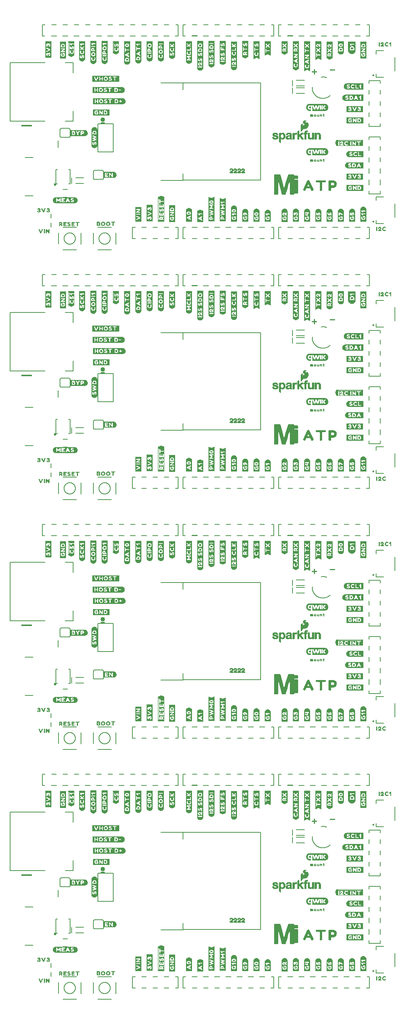
<source format=gto>
G04 EAGLE Gerber RS-274X export*
G75*
%MOMM*%
%FSLAX34Y34*%
%LPD*%
%INSilkscreen Top*%
%IPPOS*%
%AMOC8*
5,1,8,0,0,1.08239X$1,22.5*%
G01*
%ADD10C,0.203200*%
%ADD11C,0.279400*%
%ADD12C,1.016000*%
%ADD13C,0.600000*%
%ADD14C,0.152400*%
%ADD15C,0.254000*%
%ADD16C,0.127000*%
%ADD17R,0.240000X0.040000*%
%ADD18R,0.440000X0.040000*%
%ADD19R,0.400000X0.040000*%
%ADD20R,0.520000X0.040000*%
%ADD21R,0.600000X0.040000*%
%ADD22R,0.680000X0.040000*%
%ADD23R,0.640000X0.040000*%
%ADD24R,0.720000X0.040000*%
%ADD25R,0.760000X0.040000*%
%ADD26R,0.280000X0.040000*%
%ADD27R,0.320000X0.040000*%
%ADD28R,0.200000X0.040000*%
%ADD29R,0.360000X0.040000*%
%ADD30R,0.480000X0.040000*%
%ADD31R,0.800000X0.040000*%
%ADD32R,0.840000X0.040000*%
%ADD33C,0.177800*%
%ADD34R,0.040000X2.160000*%
%ADD35R,0.040000X2.280000*%
%ADD36R,0.040000X2.360000*%
%ADD37R,0.040000X2.440000*%
%ADD38R,0.040000X2.480000*%
%ADD39R,0.040000X2.520000*%
%ADD40R,0.040000X2.560000*%
%ADD41R,0.040000X2.600000*%
%ADD42R,0.040000X0.720000*%
%ADD43R,0.040000X0.440000*%
%ADD44R,0.040000X0.600000*%
%ADD45R,0.040000X0.760000*%
%ADD46R,0.040000X0.480000*%
%ADD47R,0.040000X0.360000*%
%ADD48R,0.040000X0.800000*%
%ADD49R,0.040000X0.280000*%
%ADD50R,0.040000X0.200000*%
%ADD51R,0.040000X0.240000*%
%ADD52R,0.040000X0.160000*%
%ADD53R,0.040000X0.840000*%
%ADD54R,0.040000X0.320000*%
%ADD55R,0.040000X0.120000*%
%ADD56R,0.040000X0.400000*%
%ADD57R,0.040000X0.080000*%
%ADD58R,0.040000X0.040000*%
%ADD59R,0.040000X0.560000*%
%ADD60R,2.350000X0.400000*%

G36*
X629285Y1828448D02*
X629285Y1828448D01*
X629298Y1828447D01*
X629824Y1828472D01*
X629846Y1828478D01*
X629981Y1828506D01*
X630469Y1828695D01*
X630476Y1828699D01*
X630483Y1828701D01*
X630624Y1828790D01*
X631012Y1829142D01*
X631017Y1829148D01*
X631023Y1829152D01*
X631122Y1829286D01*
X631360Y1829753D01*
X631362Y1829759D01*
X631365Y1829764D01*
X631411Y1829924D01*
X631471Y1830446D01*
X631469Y1830463D01*
X631474Y1830485D01*
X631487Y1830886D01*
X631607Y1831093D01*
X631835Y1831202D01*
X638053Y1831219D01*
X638096Y1831228D01*
X638170Y1831233D01*
X638681Y1831359D01*
X638720Y1831377D01*
X638810Y1831410D01*
X639266Y1831672D01*
X639299Y1831701D01*
X639376Y1831757D01*
X639742Y1832134D01*
X639766Y1832171D01*
X639824Y1832245D01*
X640074Y1832707D01*
X640082Y1832736D01*
X640097Y1832760D01*
X640102Y1832789D01*
X640122Y1832839D01*
X640233Y1833352D01*
X640234Y1833394D01*
X640244Y1833458D01*
X640252Y1853497D01*
X640271Y1854015D01*
X640268Y1854032D01*
X640271Y1854050D01*
X640252Y1854130D01*
X640245Y1854170D01*
X640251Y1854187D01*
X640249Y1854217D01*
X640256Y1854256D01*
X640256Y1860071D01*
X640255Y1860075D01*
X640256Y1860079D01*
X640246Y1860608D01*
X640237Y1860649D01*
X640233Y1860713D01*
X640113Y1861226D01*
X640095Y1861265D01*
X640062Y1861356D01*
X639804Y1861815D01*
X639776Y1861848D01*
X639720Y1861926D01*
X639346Y1862296D01*
X639309Y1862320D01*
X639234Y1862379D01*
X638772Y1862632D01*
X638731Y1862645D01*
X638642Y1862681D01*
X638128Y1862796D01*
X638086Y1862797D01*
X638020Y1862808D01*
X632211Y1862816D01*
X631812Y1862826D01*
X631599Y1862944D01*
X631487Y1863167D01*
X631482Y1864003D01*
X631584Y1864241D01*
X631782Y1864365D01*
X632167Y1864383D01*
X637969Y1864389D01*
X638008Y1864396D01*
X638065Y1864398D01*
X638581Y1864499D01*
X638622Y1864516D01*
X638713Y1864544D01*
X639182Y1864784D01*
X639216Y1864811D01*
X639295Y1864864D01*
X639680Y1865223D01*
X639706Y1865259D01*
X639768Y1865331D01*
X640038Y1865784D01*
X640052Y1865821D01*
X640061Y1865836D01*
X640063Y1865847D01*
X640093Y1865914D01*
X640226Y1866424D01*
X640229Y1866467D01*
X640242Y1866536D01*
X640257Y1867064D01*
X640256Y1867070D01*
X640257Y1867078D01*
X640257Y1869192D01*
X640254Y1869208D01*
X640256Y1869228D01*
X640218Y1869754D01*
X640206Y1869797D01*
X640190Y1869886D01*
X640013Y1870382D01*
X639991Y1870420D01*
X639949Y1870505D01*
X639642Y1870933D01*
X639611Y1870963D01*
X639547Y1871034D01*
X639134Y1871361D01*
X639095Y1871381D01*
X639016Y1871431D01*
X638529Y1871633D01*
X638486Y1871641D01*
X638396Y1871668D01*
X637873Y1871729D01*
X637847Y1871727D01*
X637815Y1871732D01*
X632036Y1871734D01*
X631701Y1871782D01*
X631542Y1871923D01*
X631464Y1872247D01*
X631408Y1872740D01*
X631407Y1872745D01*
X631407Y1872751D01*
X631357Y1872910D01*
X631118Y1873378D01*
X631113Y1873384D01*
X631111Y1873391D01*
X631008Y1873521D01*
X630618Y1873873D01*
X630611Y1873878D01*
X630606Y1873884D01*
X630463Y1873969D01*
X629973Y1874158D01*
X629955Y1874161D01*
X629815Y1874191D01*
X629288Y1874213D01*
X629278Y1874212D01*
X629266Y1874214D01*
X619223Y1874214D01*
X619218Y1874213D01*
X619212Y1874214D01*
X618683Y1874201D01*
X618652Y1874194D01*
X618531Y1874174D01*
X618035Y1874001D01*
X618027Y1873997D01*
X618018Y1873995D01*
X617875Y1873910D01*
X617475Y1873569D01*
X617470Y1873562D01*
X617463Y1873558D01*
X617360Y1873427D01*
X617110Y1872966D01*
X617098Y1872928D01*
X617072Y1872877D01*
X615169Y1866826D01*
X615169Y1866825D01*
X615169Y1866824D01*
X613763Y1862279D01*
X613763Y1862277D01*
X613762Y1862275D01*
X611324Y1854177D01*
X611317Y1854096D01*
X611310Y1854055D01*
X611305Y1854042D01*
X611254Y1853937D01*
X610236Y1850384D01*
X610236Y1850381D01*
X610235Y1850378D01*
X609262Y1846813D01*
X609262Y1846808D01*
X609260Y1846802D01*
X608492Y1843729D01*
X608492Y1843723D01*
X608489Y1843717D01*
X608389Y1843266D01*
X608269Y1843863D01*
X608267Y1843867D01*
X608266Y1843873D01*
X607458Y1847479D01*
X607457Y1847483D01*
X607457Y1847487D01*
X606471Y1851594D01*
X606471Y1851595D01*
X606471Y1851597D01*
X606091Y1853134D01*
X606088Y1853139D01*
X606088Y1853146D01*
X605810Y1854165D01*
X605797Y1854190D01*
X605793Y1854229D01*
X605793Y1854243D01*
X605792Y1854245D01*
X605792Y1854247D01*
X604872Y1857831D01*
X604871Y1857833D01*
X604871Y1857836D01*
X603784Y1861924D01*
X603784Y1861925D01*
X603784Y1861927D01*
X603088Y1864477D01*
X603087Y1864479D01*
X603087Y1864481D01*
X601940Y1868552D01*
X601939Y1868555D01*
X601938Y1868558D01*
X600744Y1872616D01*
X600738Y1872628D01*
X600735Y1872644D01*
X600556Y1873140D01*
X600548Y1873153D01*
X600476Y1873282D01*
X600148Y1873693D01*
X600140Y1873700D01*
X600135Y1873709D01*
X600007Y1873815D01*
X599551Y1874076D01*
X599541Y1874079D01*
X599533Y1874086D01*
X599375Y1874137D01*
X598855Y1874214D01*
X598824Y1874212D01*
X598783Y1874219D01*
X587679Y1874224D01*
X587643Y1874217D01*
X587590Y1874216D01*
X587073Y1874122D01*
X587064Y1874119D01*
X587055Y1874119D01*
X586900Y1874056D01*
X586453Y1873781D01*
X586448Y1873776D01*
X586441Y1873773D01*
X586319Y1873660D01*
X585999Y1873244D01*
X585995Y1873236D01*
X585989Y1873230D01*
X585916Y1873081D01*
X585767Y1872577D01*
X585763Y1872535D01*
X585747Y1872436D01*
X585738Y1854459D01*
X585747Y1854416D01*
X585752Y1854341D01*
X585780Y1854227D01*
X585771Y1854213D01*
X585770Y1854204D01*
X585765Y1854197D01*
X585738Y1854033D01*
X585748Y1830219D01*
X585756Y1830182D01*
X585770Y1830073D01*
X585925Y1829570D01*
X585929Y1829563D01*
X585931Y1829554D01*
X586010Y1829408D01*
X586336Y1828995D01*
X586342Y1828990D01*
X586346Y1828983D01*
X586472Y1828875D01*
X586924Y1828606D01*
X586932Y1828603D01*
X586938Y1828598D01*
X587095Y1828543D01*
X587613Y1828454D01*
X587649Y1828455D01*
X587698Y1828446D01*
X592990Y1828446D01*
X593008Y1828450D01*
X593030Y1828448D01*
X593555Y1828489D01*
X593558Y1828490D01*
X593560Y1828490D01*
X593721Y1828532D01*
X594201Y1828747D01*
X594207Y1828752D01*
X594215Y1828754D01*
X594350Y1828851D01*
X594721Y1829225D01*
X594726Y1829232D01*
X594733Y1829237D01*
X594824Y1829376D01*
X595035Y1829858D01*
X595035Y1829859D01*
X595036Y1829860D01*
X595075Y1830021D01*
X595114Y1830547D01*
X595112Y1830564D01*
X595116Y1830584D01*
X595113Y1846460D01*
X595113Y1846462D01*
X595113Y1846463D01*
X595089Y1850697D01*
X595089Y1850699D01*
X595089Y1850701D01*
X595041Y1853876D01*
X595021Y1853969D01*
X594999Y1854069D01*
X594999Y1854070D01*
X594983Y1854092D01*
X594997Y1854113D01*
X595000Y1854130D01*
X595008Y1854144D01*
X595032Y1854309D01*
X594939Y1858538D01*
X594939Y1858540D01*
X594939Y1858542D01*
X594908Y1859542D01*
X594893Y1860041D01*
X594877Y1860540D01*
X594877Y1860541D01*
X594862Y1861040D01*
X594841Y1861713D01*
X594840Y1861716D01*
X594840Y1861720D01*
X594762Y1863498D01*
X595177Y1861617D01*
X595178Y1861615D01*
X595178Y1861611D01*
X596857Y1854402D01*
X596863Y1854388D01*
X596866Y1854368D01*
X596969Y1854033D01*
X596974Y1853967D01*
X596971Y1853924D01*
X596979Y1853901D01*
X596981Y1853870D01*
X598602Y1847201D01*
X598603Y1847200D01*
X598603Y1847198D01*
X600009Y1841564D01*
X600010Y1841563D01*
X600010Y1841561D01*
X601845Y1834401D01*
X601846Y1834400D01*
X601846Y1834397D01*
X603062Y1829804D01*
X603081Y1829766D01*
X603089Y1829735D01*
X603096Y1829725D01*
X603107Y1829693D01*
X603359Y1829233D01*
X603365Y1829225D01*
X603368Y1829217D01*
X603475Y1829090D01*
X603877Y1828752D01*
X603883Y1828749D01*
X603887Y1828744D01*
X604033Y1828663D01*
X604528Y1828489D01*
X604558Y1828484D01*
X604681Y1828461D01*
X605208Y1828447D01*
X605214Y1828448D01*
X605221Y1828447D01*
X610500Y1828447D01*
X610522Y1828451D01*
X610551Y1828449D01*
X611073Y1828503D01*
X611079Y1828504D01*
X611084Y1828504D01*
X611244Y1828552D01*
X611714Y1828784D01*
X611721Y1828789D01*
X611729Y1828792D01*
X611861Y1828894D01*
X612216Y1829280D01*
X612219Y1829285D01*
X612223Y1829288D01*
X612310Y1829429D01*
X612509Y1829916D01*
X612513Y1829937D01*
X612525Y1829961D01*
X614045Y1835017D01*
X614046Y1835019D01*
X614047Y1835021D01*
X616111Y1842118D01*
X616112Y1842120D01*
X616113Y1842122D01*
X617683Y1847713D01*
X617683Y1847715D01*
X617684Y1847718D01*
X619341Y1853832D01*
X619343Y1853867D01*
X619355Y1853900D01*
X619350Y1853966D01*
X619354Y1854031D01*
X619350Y1854043D01*
X619376Y1854069D01*
X619409Y1854142D01*
X619432Y1854180D01*
X619435Y1854199D01*
X619444Y1854221D01*
X620247Y1857289D01*
X620247Y1857291D01*
X620248Y1857293D01*
X621281Y1861394D01*
X621281Y1861396D01*
X621282Y1861399D01*
X621899Y1863969D01*
X621899Y1863972D01*
X621900Y1863975D01*
X621824Y1860609D01*
X621824Y1860607D01*
X621824Y1860605D01*
X621732Y1854263D01*
X621742Y1854209D01*
X621742Y1854154D01*
X621760Y1854112D01*
X621769Y1854067D01*
X621799Y1854021D01*
X621821Y1853971D01*
X621822Y1853969D01*
X621762Y1853761D01*
X621758Y1853718D01*
X621742Y1853625D01*
X621717Y1850460D01*
X621717Y1850458D01*
X621717Y1850456D01*
X621704Y1830408D01*
X621711Y1830373D01*
X621712Y1830323D01*
X621800Y1829806D01*
X621803Y1829799D01*
X621803Y1829792D01*
X621863Y1829636D01*
X622130Y1829185D01*
X622135Y1829179D01*
X622138Y1829172D01*
X622202Y1829100D01*
X622221Y1829074D01*
X622230Y1829069D01*
X622249Y1829048D01*
X622660Y1828722D01*
X622668Y1828718D01*
X622673Y1828712D01*
X622822Y1828636D01*
X623322Y1828480D01*
X623366Y1828476D01*
X623460Y1828458D01*
X623987Y1828446D01*
X623992Y1828447D01*
X623998Y1828446D01*
X629274Y1828446D01*
X629285Y1828448D01*
G37*
G36*
X629285Y136808D02*
X629285Y136808D01*
X629298Y136807D01*
X629824Y136832D01*
X629846Y136838D01*
X629981Y136866D01*
X630469Y137055D01*
X630476Y137059D01*
X630483Y137061D01*
X630624Y137150D01*
X631012Y137502D01*
X631017Y137508D01*
X631023Y137512D01*
X631122Y137646D01*
X631360Y138113D01*
X631362Y138119D01*
X631365Y138124D01*
X631411Y138284D01*
X631471Y138806D01*
X631469Y138823D01*
X631474Y138845D01*
X631487Y139246D01*
X631607Y139453D01*
X631835Y139562D01*
X638053Y139579D01*
X638096Y139588D01*
X638170Y139593D01*
X638681Y139719D01*
X638720Y139737D01*
X638810Y139770D01*
X639266Y140032D01*
X639299Y140061D01*
X639376Y140117D01*
X639742Y140494D01*
X639766Y140531D01*
X639824Y140605D01*
X640074Y141067D01*
X640082Y141096D01*
X640097Y141120D01*
X640102Y141149D01*
X640122Y141199D01*
X640233Y141712D01*
X640234Y141754D01*
X640244Y141818D01*
X640252Y161857D01*
X640271Y162375D01*
X640268Y162392D01*
X640271Y162410D01*
X640252Y162490D01*
X640245Y162530D01*
X640251Y162547D01*
X640249Y162577D01*
X640256Y162616D01*
X640256Y168431D01*
X640255Y168435D01*
X640256Y168439D01*
X640246Y168968D01*
X640237Y169009D01*
X640233Y169073D01*
X640113Y169586D01*
X640095Y169625D01*
X640062Y169716D01*
X639804Y170175D01*
X639776Y170208D01*
X639720Y170286D01*
X639346Y170656D01*
X639309Y170680D01*
X639234Y170739D01*
X638772Y170992D01*
X638731Y171005D01*
X638642Y171041D01*
X638128Y171156D01*
X638086Y171157D01*
X638020Y171168D01*
X632211Y171176D01*
X631812Y171186D01*
X631599Y171304D01*
X631487Y171527D01*
X631482Y172363D01*
X631584Y172601D01*
X631782Y172725D01*
X632167Y172743D01*
X637969Y172749D01*
X638008Y172756D01*
X638065Y172758D01*
X638581Y172859D01*
X638622Y172876D01*
X638713Y172904D01*
X639182Y173144D01*
X639216Y173171D01*
X639295Y173224D01*
X639680Y173583D01*
X639706Y173619D01*
X639768Y173691D01*
X640038Y174144D01*
X640052Y174181D01*
X640061Y174196D01*
X640063Y174207D01*
X640093Y174274D01*
X640226Y174784D01*
X640229Y174827D01*
X640242Y174896D01*
X640257Y175424D01*
X640256Y175430D01*
X640257Y175438D01*
X640257Y177552D01*
X640254Y177568D01*
X640256Y177588D01*
X640218Y178114D01*
X640206Y178157D01*
X640190Y178246D01*
X640013Y178742D01*
X639991Y178780D01*
X639949Y178865D01*
X639642Y179293D01*
X639611Y179323D01*
X639547Y179394D01*
X639134Y179721D01*
X639095Y179741D01*
X639016Y179791D01*
X638529Y179993D01*
X638486Y180001D01*
X638396Y180028D01*
X637873Y180089D01*
X637847Y180087D01*
X637815Y180092D01*
X632036Y180094D01*
X631701Y180142D01*
X631542Y180283D01*
X631464Y180607D01*
X631408Y181100D01*
X631407Y181105D01*
X631407Y181111D01*
X631357Y181270D01*
X631118Y181738D01*
X631113Y181744D01*
X631111Y181751D01*
X631008Y181881D01*
X630618Y182233D01*
X630611Y182238D01*
X630606Y182244D01*
X630463Y182329D01*
X629973Y182518D01*
X629955Y182521D01*
X629815Y182551D01*
X629288Y182573D01*
X629278Y182572D01*
X629266Y182574D01*
X619223Y182574D01*
X619218Y182573D01*
X619212Y182574D01*
X618683Y182561D01*
X618652Y182554D01*
X618531Y182534D01*
X618035Y182361D01*
X618027Y182357D01*
X618018Y182355D01*
X617875Y182270D01*
X617475Y181929D01*
X617470Y181922D01*
X617463Y181918D01*
X617360Y181787D01*
X617110Y181326D01*
X617098Y181288D01*
X617072Y181237D01*
X615169Y175186D01*
X615169Y175185D01*
X615169Y175184D01*
X613763Y170639D01*
X613763Y170637D01*
X613762Y170635D01*
X611324Y162537D01*
X611317Y162456D01*
X611310Y162415D01*
X611305Y162402D01*
X611254Y162297D01*
X610236Y158744D01*
X610236Y158741D01*
X610235Y158738D01*
X609262Y155173D01*
X609262Y155168D01*
X609260Y155162D01*
X608492Y152089D01*
X608492Y152083D01*
X608489Y152077D01*
X608389Y151626D01*
X608269Y152223D01*
X608267Y152227D01*
X608266Y152233D01*
X607458Y155839D01*
X607457Y155843D01*
X607457Y155847D01*
X606471Y159954D01*
X606471Y159955D01*
X606471Y159957D01*
X606091Y161494D01*
X606088Y161499D01*
X606088Y161506D01*
X605810Y162525D01*
X605797Y162550D01*
X605793Y162589D01*
X605793Y162603D01*
X605792Y162605D01*
X605792Y162607D01*
X604872Y166191D01*
X604871Y166193D01*
X604871Y166196D01*
X603784Y170284D01*
X603784Y170285D01*
X603784Y170287D01*
X603088Y172837D01*
X603087Y172839D01*
X603087Y172841D01*
X601940Y176912D01*
X601939Y176915D01*
X601938Y176918D01*
X600744Y180976D01*
X600738Y180988D01*
X600735Y181004D01*
X600556Y181500D01*
X600548Y181513D01*
X600476Y181642D01*
X600148Y182053D01*
X600140Y182060D01*
X600135Y182069D01*
X600007Y182175D01*
X599551Y182436D01*
X599541Y182439D01*
X599533Y182446D01*
X599375Y182497D01*
X598855Y182574D01*
X598824Y182572D01*
X598783Y182579D01*
X587679Y182584D01*
X587643Y182577D01*
X587590Y182576D01*
X587073Y182482D01*
X587064Y182479D01*
X587055Y182479D01*
X586900Y182416D01*
X586453Y182141D01*
X586448Y182136D01*
X586441Y182133D01*
X586319Y182020D01*
X585999Y181604D01*
X585995Y181596D01*
X585989Y181590D01*
X585916Y181441D01*
X585767Y180937D01*
X585763Y180895D01*
X585747Y180796D01*
X585738Y162819D01*
X585747Y162776D01*
X585752Y162701D01*
X585780Y162587D01*
X585771Y162573D01*
X585770Y162564D01*
X585765Y162557D01*
X585738Y162393D01*
X585748Y138579D01*
X585756Y138542D01*
X585770Y138433D01*
X585925Y137930D01*
X585929Y137923D01*
X585931Y137914D01*
X586010Y137768D01*
X586336Y137355D01*
X586342Y137350D01*
X586346Y137343D01*
X586472Y137235D01*
X586924Y136966D01*
X586932Y136963D01*
X586938Y136958D01*
X587095Y136903D01*
X587613Y136814D01*
X587649Y136815D01*
X587698Y136806D01*
X592990Y136806D01*
X593008Y136810D01*
X593030Y136808D01*
X593555Y136849D01*
X593558Y136850D01*
X593560Y136850D01*
X593721Y136892D01*
X594201Y137107D01*
X594207Y137112D01*
X594215Y137114D01*
X594350Y137211D01*
X594721Y137585D01*
X594726Y137592D01*
X594733Y137597D01*
X594824Y137736D01*
X595035Y138218D01*
X595035Y138219D01*
X595036Y138220D01*
X595075Y138381D01*
X595114Y138907D01*
X595112Y138924D01*
X595116Y138944D01*
X595113Y154820D01*
X595113Y154822D01*
X595113Y154823D01*
X595089Y159057D01*
X595089Y159059D01*
X595089Y159061D01*
X595041Y162236D01*
X595021Y162329D01*
X594999Y162429D01*
X594999Y162430D01*
X594983Y162452D01*
X594997Y162473D01*
X595000Y162490D01*
X595008Y162504D01*
X595032Y162669D01*
X594939Y166898D01*
X594939Y166900D01*
X594939Y166902D01*
X594908Y167902D01*
X594893Y168401D01*
X594877Y168900D01*
X594877Y168901D01*
X594862Y169400D01*
X594841Y170073D01*
X594840Y170076D01*
X594840Y170080D01*
X594762Y171858D01*
X595177Y169977D01*
X595178Y169975D01*
X595178Y169971D01*
X596857Y162762D01*
X596863Y162748D01*
X596866Y162728D01*
X596969Y162393D01*
X596974Y162327D01*
X596971Y162284D01*
X596979Y162261D01*
X596981Y162230D01*
X598602Y155561D01*
X598603Y155560D01*
X598603Y155558D01*
X600009Y149924D01*
X600010Y149923D01*
X600010Y149921D01*
X601845Y142761D01*
X601846Y142760D01*
X601846Y142757D01*
X603062Y138164D01*
X603081Y138126D01*
X603089Y138095D01*
X603096Y138085D01*
X603107Y138053D01*
X603359Y137593D01*
X603365Y137585D01*
X603368Y137577D01*
X603475Y137450D01*
X603877Y137112D01*
X603883Y137109D01*
X603887Y137104D01*
X604033Y137023D01*
X604528Y136849D01*
X604558Y136844D01*
X604681Y136821D01*
X605208Y136807D01*
X605214Y136808D01*
X605221Y136807D01*
X610500Y136807D01*
X610522Y136811D01*
X610551Y136809D01*
X611073Y136863D01*
X611079Y136864D01*
X611084Y136864D01*
X611244Y136912D01*
X611714Y137144D01*
X611721Y137149D01*
X611729Y137152D01*
X611861Y137254D01*
X612216Y137640D01*
X612219Y137645D01*
X612223Y137648D01*
X612310Y137789D01*
X612509Y138276D01*
X612513Y138297D01*
X612525Y138321D01*
X614045Y143377D01*
X614046Y143379D01*
X614047Y143381D01*
X616111Y150478D01*
X616112Y150480D01*
X616113Y150482D01*
X617683Y156073D01*
X617683Y156075D01*
X617684Y156078D01*
X619341Y162192D01*
X619343Y162227D01*
X619355Y162260D01*
X619350Y162326D01*
X619354Y162391D01*
X619350Y162403D01*
X619376Y162429D01*
X619409Y162502D01*
X619432Y162540D01*
X619435Y162559D01*
X619444Y162581D01*
X620247Y165649D01*
X620247Y165651D01*
X620248Y165653D01*
X621281Y169754D01*
X621281Y169756D01*
X621282Y169759D01*
X621899Y172329D01*
X621899Y172332D01*
X621900Y172335D01*
X621824Y168969D01*
X621824Y168967D01*
X621824Y168965D01*
X621732Y162623D01*
X621742Y162569D01*
X621742Y162514D01*
X621760Y162472D01*
X621769Y162427D01*
X621799Y162381D01*
X621821Y162331D01*
X621822Y162329D01*
X621762Y162121D01*
X621758Y162078D01*
X621742Y161985D01*
X621717Y158820D01*
X621717Y158818D01*
X621717Y158816D01*
X621704Y138768D01*
X621711Y138733D01*
X621712Y138683D01*
X621800Y138166D01*
X621803Y138159D01*
X621803Y138152D01*
X621863Y137996D01*
X622130Y137545D01*
X622135Y137539D01*
X622138Y137532D01*
X622202Y137460D01*
X622221Y137434D01*
X622230Y137429D01*
X622249Y137408D01*
X622660Y137082D01*
X622668Y137078D01*
X622673Y137072D01*
X622822Y136996D01*
X623322Y136840D01*
X623366Y136836D01*
X623460Y136818D01*
X623987Y136806D01*
X623992Y136807D01*
X623998Y136806D01*
X629274Y136806D01*
X629285Y136808D01*
G37*
G36*
X629285Y700688D02*
X629285Y700688D01*
X629298Y700687D01*
X629824Y700712D01*
X629846Y700718D01*
X629981Y700746D01*
X630469Y700935D01*
X630476Y700939D01*
X630483Y700941D01*
X630624Y701030D01*
X631012Y701382D01*
X631017Y701388D01*
X631023Y701392D01*
X631122Y701526D01*
X631360Y701993D01*
X631362Y701999D01*
X631365Y702004D01*
X631411Y702164D01*
X631471Y702686D01*
X631469Y702703D01*
X631474Y702725D01*
X631487Y703126D01*
X631607Y703333D01*
X631835Y703442D01*
X638053Y703459D01*
X638096Y703468D01*
X638170Y703473D01*
X638681Y703599D01*
X638720Y703617D01*
X638810Y703650D01*
X639266Y703912D01*
X639299Y703941D01*
X639376Y703997D01*
X639742Y704374D01*
X639766Y704411D01*
X639824Y704485D01*
X640074Y704947D01*
X640082Y704976D01*
X640097Y705000D01*
X640102Y705029D01*
X640122Y705079D01*
X640233Y705592D01*
X640234Y705634D01*
X640244Y705698D01*
X640252Y725737D01*
X640271Y726255D01*
X640268Y726272D01*
X640271Y726290D01*
X640252Y726370D01*
X640245Y726410D01*
X640251Y726427D01*
X640249Y726457D01*
X640256Y726496D01*
X640256Y732311D01*
X640255Y732315D01*
X640256Y732319D01*
X640246Y732848D01*
X640237Y732889D01*
X640233Y732953D01*
X640113Y733466D01*
X640095Y733505D01*
X640062Y733596D01*
X639804Y734055D01*
X639776Y734088D01*
X639720Y734166D01*
X639346Y734536D01*
X639309Y734560D01*
X639234Y734619D01*
X638772Y734872D01*
X638731Y734885D01*
X638642Y734921D01*
X638128Y735036D01*
X638086Y735037D01*
X638020Y735048D01*
X632211Y735056D01*
X631812Y735066D01*
X631599Y735184D01*
X631487Y735407D01*
X631482Y736243D01*
X631584Y736481D01*
X631782Y736605D01*
X632167Y736623D01*
X637969Y736629D01*
X638008Y736636D01*
X638065Y736638D01*
X638581Y736739D01*
X638622Y736756D01*
X638713Y736784D01*
X639182Y737024D01*
X639216Y737051D01*
X639295Y737104D01*
X639680Y737463D01*
X639706Y737499D01*
X639768Y737571D01*
X640038Y738024D01*
X640052Y738061D01*
X640061Y738076D01*
X640063Y738087D01*
X640093Y738154D01*
X640226Y738664D01*
X640229Y738707D01*
X640242Y738776D01*
X640257Y739304D01*
X640256Y739310D01*
X640257Y739318D01*
X640257Y741432D01*
X640254Y741448D01*
X640256Y741468D01*
X640218Y741994D01*
X640206Y742037D01*
X640190Y742126D01*
X640013Y742622D01*
X639991Y742660D01*
X639949Y742745D01*
X639642Y743173D01*
X639611Y743203D01*
X639547Y743274D01*
X639134Y743601D01*
X639095Y743621D01*
X639016Y743671D01*
X638529Y743873D01*
X638486Y743881D01*
X638396Y743908D01*
X637873Y743969D01*
X637847Y743967D01*
X637815Y743972D01*
X632036Y743974D01*
X631701Y744022D01*
X631542Y744163D01*
X631464Y744487D01*
X631408Y744980D01*
X631407Y744985D01*
X631407Y744991D01*
X631357Y745150D01*
X631118Y745618D01*
X631113Y745624D01*
X631111Y745631D01*
X631008Y745761D01*
X630618Y746113D01*
X630611Y746118D01*
X630606Y746124D01*
X630463Y746209D01*
X629973Y746398D01*
X629955Y746401D01*
X629815Y746431D01*
X629288Y746453D01*
X629278Y746452D01*
X629266Y746454D01*
X619223Y746454D01*
X619218Y746453D01*
X619212Y746454D01*
X618683Y746441D01*
X618652Y746434D01*
X618531Y746414D01*
X618035Y746241D01*
X618027Y746237D01*
X618018Y746235D01*
X617875Y746150D01*
X617475Y745809D01*
X617470Y745802D01*
X617463Y745798D01*
X617360Y745667D01*
X617110Y745206D01*
X617098Y745168D01*
X617072Y745117D01*
X615169Y739066D01*
X615169Y739065D01*
X615169Y739064D01*
X613763Y734519D01*
X613763Y734517D01*
X613762Y734515D01*
X611324Y726417D01*
X611317Y726336D01*
X611310Y726295D01*
X611305Y726282D01*
X611254Y726177D01*
X610236Y722624D01*
X610236Y722621D01*
X610235Y722618D01*
X609262Y719053D01*
X609262Y719048D01*
X609260Y719042D01*
X608492Y715969D01*
X608492Y715963D01*
X608489Y715957D01*
X608389Y715506D01*
X608269Y716103D01*
X608267Y716107D01*
X608266Y716113D01*
X607458Y719719D01*
X607457Y719723D01*
X607457Y719727D01*
X606471Y723834D01*
X606471Y723835D01*
X606471Y723837D01*
X606091Y725374D01*
X606088Y725379D01*
X606088Y725386D01*
X605810Y726405D01*
X605797Y726430D01*
X605793Y726469D01*
X605793Y726483D01*
X605792Y726485D01*
X605792Y726487D01*
X604872Y730071D01*
X604871Y730073D01*
X604871Y730076D01*
X603784Y734164D01*
X603784Y734165D01*
X603784Y734167D01*
X603088Y736717D01*
X603087Y736719D01*
X603087Y736721D01*
X601940Y740792D01*
X601939Y740795D01*
X601938Y740798D01*
X600744Y744856D01*
X600738Y744868D01*
X600735Y744884D01*
X600556Y745380D01*
X600548Y745393D01*
X600476Y745522D01*
X600148Y745933D01*
X600140Y745940D01*
X600135Y745949D01*
X600007Y746055D01*
X599551Y746316D01*
X599541Y746319D01*
X599533Y746326D01*
X599375Y746377D01*
X598855Y746454D01*
X598824Y746452D01*
X598783Y746459D01*
X587679Y746464D01*
X587643Y746457D01*
X587590Y746456D01*
X587073Y746362D01*
X587064Y746359D01*
X587055Y746359D01*
X586900Y746296D01*
X586453Y746021D01*
X586448Y746016D01*
X586441Y746013D01*
X586319Y745900D01*
X585999Y745484D01*
X585995Y745476D01*
X585989Y745470D01*
X585916Y745321D01*
X585767Y744817D01*
X585763Y744775D01*
X585747Y744676D01*
X585738Y726699D01*
X585747Y726656D01*
X585752Y726581D01*
X585780Y726467D01*
X585771Y726453D01*
X585770Y726444D01*
X585765Y726437D01*
X585738Y726273D01*
X585748Y702459D01*
X585756Y702422D01*
X585770Y702313D01*
X585925Y701810D01*
X585929Y701803D01*
X585931Y701794D01*
X586010Y701648D01*
X586336Y701235D01*
X586342Y701230D01*
X586346Y701223D01*
X586472Y701115D01*
X586924Y700846D01*
X586932Y700843D01*
X586938Y700838D01*
X587095Y700783D01*
X587613Y700694D01*
X587649Y700695D01*
X587698Y700686D01*
X592990Y700686D01*
X593008Y700690D01*
X593030Y700688D01*
X593555Y700729D01*
X593558Y700730D01*
X593560Y700730D01*
X593721Y700772D01*
X594201Y700987D01*
X594207Y700992D01*
X594215Y700994D01*
X594350Y701091D01*
X594721Y701465D01*
X594726Y701472D01*
X594733Y701477D01*
X594824Y701616D01*
X595035Y702098D01*
X595035Y702099D01*
X595036Y702100D01*
X595075Y702261D01*
X595114Y702787D01*
X595112Y702804D01*
X595116Y702824D01*
X595113Y718700D01*
X595113Y718702D01*
X595113Y718703D01*
X595089Y722937D01*
X595089Y722939D01*
X595089Y722941D01*
X595041Y726116D01*
X595021Y726209D01*
X594999Y726309D01*
X594999Y726310D01*
X594983Y726332D01*
X594997Y726353D01*
X595000Y726370D01*
X595008Y726384D01*
X595032Y726549D01*
X594939Y730778D01*
X594939Y730780D01*
X594939Y730782D01*
X594908Y731782D01*
X594893Y732281D01*
X594877Y732780D01*
X594877Y732781D01*
X594862Y733280D01*
X594841Y733953D01*
X594840Y733956D01*
X594840Y733960D01*
X594762Y735738D01*
X595177Y733857D01*
X595178Y733855D01*
X595178Y733851D01*
X596857Y726642D01*
X596863Y726628D01*
X596866Y726608D01*
X596969Y726273D01*
X596974Y726207D01*
X596971Y726164D01*
X596979Y726141D01*
X596981Y726110D01*
X598602Y719441D01*
X598603Y719440D01*
X598603Y719438D01*
X600009Y713804D01*
X600010Y713803D01*
X600010Y713801D01*
X601845Y706641D01*
X601846Y706640D01*
X601846Y706637D01*
X603062Y702044D01*
X603081Y702006D01*
X603089Y701975D01*
X603096Y701965D01*
X603107Y701933D01*
X603359Y701473D01*
X603365Y701465D01*
X603368Y701457D01*
X603475Y701330D01*
X603877Y700992D01*
X603883Y700989D01*
X603887Y700984D01*
X604033Y700903D01*
X604528Y700729D01*
X604558Y700724D01*
X604681Y700701D01*
X605208Y700687D01*
X605214Y700688D01*
X605221Y700687D01*
X610500Y700687D01*
X610522Y700691D01*
X610551Y700689D01*
X611073Y700743D01*
X611079Y700744D01*
X611084Y700744D01*
X611244Y700792D01*
X611714Y701024D01*
X611721Y701029D01*
X611729Y701032D01*
X611861Y701134D01*
X612216Y701520D01*
X612219Y701525D01*
X612223Y701528D01*
X612310Y701669D01*
X612509Y702156D01*
X612513Y702177D01*
X612525Y702201D01*
X614045Y707257D01*
X614046Y707259D01*
X614047Y707261D01*
X616111Y714358D01*
X616112Y714360D01*
X616113Y714362D01*
X617683Y719953D01*
X617683Y719955D01*
X617684Y719958D01*
X619341Y726072D01*
X619343Y726107D01*
X619355Y726140D01*
X619350Y726206D01*
X619354Y726271D01*
X619350Y726283D01*
X619376Y726309D01*
X619409Y726382D01*
X619432Y726420D01*
X619435Y726439D01*
X619444Y726461D01*
X620247Y729529D01*
X620247Y729531D01*
X620248Y729533D01*
X621281Y733634D01*
X621281Y733636D01*
X621282Y733639D01*
X621899Y736209D01*
X621899Y736212D01*
X621900Y736215D01*
X621824Y732849D01*
X621824Y732847D01*
X621824Y732845D01*
X621732Y726503D01*
X621742Y726449D01*
X621742Y726394D01*
X621760Y726352D01*
X621769Y726307D01*
X621799Y726261D01*
X621821Y726211D01*
X621822Y726209D01*
X621762Y726001D01*
X621758Y725958D01*
X621742Y725865D01*
X621717Y722700D01*
X621717Y722698D01*
X621717Y722696D01*
X621704Y702648D01*
X621711Y702613D01*
X621712Y702563D01*
X621800Y702046D01*
X621803Y702039D01*
X621803Y702032D01*
X621863Y701876D01*
X622130Y701425D01*
X622135Y701419D01*
X622138Y701412D01*
X622202Y701340D01*
X622221Y701314D01*
X622230Y701309D01*
X622249Y701288D01*
X622660Y700962D01*
X622668Y700958D01*
X622673Y700952D01*
X622822Y700876D01*
X623322Y700720D01*
X623366Y700716D01*
X623460Y700698D01*
X623987Y700686D01*
X623992Y700687D01*
X623998Y700686D01*
X629274Y700686D01*
X629285Y700688D01*
G37*
G36*
X629285Y1264568D02*
X629285Y1264568D01*
X629298Y1264567D01*
X629824Y1264592D01*
X629846Y1264598D01*
X629981Y1264626D01*
X630469Y1264815D01*
X630476Y1264819D01*
X630483Y1264821D01*
X630624Y1264910D01*
X631012Y1265262D01*
X631017Y1265268D01*
X631023Y1265272D01*
X631122Y1265406D01*
X631360Y1265873D01*
X631362Y1265879D01*
X631365Y1265884D01*
X631411Y1266044D01*
X631471Y1266566D01*
X631469Y1266583D01*
X631474Y1266605D01*
X631487Y1267006D01*
X631607Y1267213D01*
X631835Y1267322D01*
X638053Y1267339D01*
X638096Y1267348D01*
X638170Y1267353D01*
X638681Y1267479D01*
X638720Y1267497D01*
X638810Y1267530D01*
X639266Y1267792D01*
X639299Y1267821D01*
X639376Y1267877D01*
X639742Y1268254D01*
X639766Y1268291D01*
X639824Y1268365D01*
X640074Y1268827D01*
X640082Y1268856D01*
X640097Y1268880D01*
X640102Y1268909D01*
X640122Y1268959D01*
X640233Y1269472D01*
X640234Y1269514D01*
X640244Y1269578D01*
X640252Y1289617D01*
X640271Y1290135D01*
X640268Y1290152D01*
X640271Y1290170D01*
X640252Y1290250D01*
X640245Y1290290D01*
X640251Y1290307D01*
X640249Y1290337D01*
X640256Y1290376D01*
X640256Y1296191D01*
X640255Y1296195D01*
X640256Y1296199D01*
X640246Y1296728D01*
X640237Y1296769D01*
X640233Y1296833D01*
X640113Y1297346D01*
X640095Y1297385D01*
X640062Y1297476D01*
X639804Y1297935D01*
X639776Y1297968D01*
X639720Y1298046D01*
X639346Y1298416D01*
X639309Y1298440D01*
X639234Y1298499D01*
X638772Y1298752D01*
X638731Y1298765D01*
X638642Y1298801D01*
X638128Y1298916D01*
X638086Y1298917D01*
X638020Y1298928D01*
X632211Y1298936D01*
X631812Y1298946D01*
X631599Y1299064D01*
X631487Y1299287D01*
X631482Y1300123D01*
X631584Y1300361D01*
X631782Y1300485D01*
X632167Y1300503D01*
X637969Y1300509D01*
X638008Y1300516D01*
X638065Y1300518D01*
X638581Y1300619D01*
X638622Y1300636D01*
X638713Y1300664D01*
X639182Y1300904D01*
X639216Y1300931D01*
X639295Y1300984D01*
X639680Y1301343D01*
X639706Y1301379D01*
X639768Y1301451D01*
X640038Y1301904D01*
X640052Y1301941D01*
X640061Y1301956D01*
X640063Y1301967D01*
X640093Y1302034D01*
X640226Y1302544D01*
X640229Y1302587D01*
X640242Y1302656D01*
X640257Y1303184D01*
X640256Y1303190D01*
X640257Y1303198D01*
X640257Y1305312D01*
X640254Y1305328D01*
X640256Y1305348D01*
X640218Y1305874D01*
X640206Y1305917D01*
X640190Y1306006D01*
X640013Y1306502D01*
X639991Y1306540D01*
X639949Y1306625D01*
X639642Y1307053D01*
X639611Y1307083D01*
X639547Y1307154D01*
X639134Y1307481D01*
X639095Y1307501D01*
X639016Y1307551D01*
X638529Y1307753D01*
X638486Y1307761D01*
X638396Y1307788D01*
X637873Y1307849D01*
X637847Y1307847D01*
X637815Y1307852D01*
X632036Y1307854D01*
X631701Y1307902D01*
X631542Y1308043D01*
X631464Y1308367D01*
X631408Y1308860D01*
X631407Y1308865D01*
X631407Y1308871D01*
X631357Y1309030D01*
X631118Y1309498D01*
X631113Y1309504D01*
X631111Y1309511D01*
X631008Y1309641D01*
X630618Y1309993D01*
X630611Y1309998D01*
X630606Y1310004D01*
X630463Y1310089D01*
X629973Y1310278D01*
X629955Y1310281D01*
X629815Y1310311D01*
X629288Y1310333D01*
X629278Y1310332D01*
X629266Y1310334D01*
X619223Y1310334D01*
X619218Y1310333D01*
X619212Y1310334D01*
X618683Y1310321D01*
X618652Y1310314D01*
X618531Y1310294D01*
X618035Y1310121D01*
X618027Y1310117D01*
X618018Y1310115D01*
X617875Y1310030D01*
X617475Y1309689D01*
X617470Y1309682D01*
X617463Y1309678D01*
X617360Y1309547D01*
X617110Y1309086D01*
X617098Y1309048D01*
X617072Y1308997D01*
X615169Y1302946D01*
X615169Y1302945D01*
X615169Y1302944D01*
X613763Y1298399D01*
X613763Y1298397D01*
X613762Y1298395D01*
X611324Y1290297D01*
X611317Y1290216D01*
X611310Y1290175D01*
X611305Y1290162D01*
X611254Y1290057D01*
X610236Y1286504D01*
X610236Y1286501D01*
X610235Y1286498D01*
X609262Y1282933D01*
X609262Y1282928D01*
X609260Y1282922D01*
X608492Y1279849D01*
X608492Y1279843D01*
X608489Y1279837D01*
X608389Y1279386D01*
X608269Y1279983D01*
X608267Y1279987D01*
X608266Y1279993D01*
X607458Y1283599D01*
X607457Y1283603D01*
X607457Y1283607D01*
X606471Y1287714D01*
X606471Y1287715D01*
X606471Y1287717D01*
X606091Y1289254D01*
X606088Y1289259D01*
X606088Y1289266D01*
X605810Y1290285D01*
X605797Y1290310D01*
X605793Y1290349D01*
X605793Y1290363D01*
X605792Y1290365D01*
X605792Y1290367D01*
X604872Y1293951D01*
X604871Y1293953D01*
X604871Y1293956D01*
X603784Y1298044D01*
X603784Y1298045D01*
X603784Y1298047D01*
X603088Y1300597D01*
X603087Y1300599D01*
X603087Y1300601D01*
X601940Y1304672D01*
X601939Y1304675D01*
X601938Y1304678D01*
X600744Y1308736D01*
X600738Y1308748D01*
X600735Y1308764D01*
X600556Y1309260D01*
X600548Y1309273D01*
X600476Y1309402D01*
X600148Y1309813D01*
X600140Y1309820D01*
X600135Y1309829D01*
X600007Y1309935D01*
X599551Y1310196D01*
X599541Y1310199D01*
X599533Y1310206D01*
X599375Y1310257D01*
X598855Y1310334D01*
X598824Y1310332D01*
X598783Y1310339D01*
X587679Y1310344D01*
X587643Y1310337D01*
X587590Y1310336D01*
X587073Y1310242D01*
X587064Y1310239D01*
X587055Y1310239D01*
X586900Y1310176D01*
X586453Y1309901D01*
X586448Y1309896D01*
X586441Y1309893D01*
X586319Y1309780D01*
X585999Y1309364D01*
X585995Y1309356D01*
X585989Y1309350D01*
X585916Y1309201D01*
X585767Y1308697D01*
X585763Y1308655D01*
X585747Y1308556D01*
X585738Y1290579D01*
X585747Y1290536D01*
X585752Y1290461D01*
X585780Y1290347D01*
X585771Y1290333D01*
X585770Y1290324D01*
X585765Y1290317D01*
X585738Y1290153D01*
X585748Y1266339D01*
X585756Y1266302D01*
X585770Y1266193D01*
X585925Y1265690D01*
X585929Y1265683D01*
X585931Y1265674D01*
X586010Y1265528D01*
X586336Y1265115D01*
X586342Y1265110D01*
X586346Y1265103D01*
X586472Y1264995D01*
X586924Y1264726D01*
X586932Y1264723D01*
X586938Y1264718D01*
X587095Y1264663D01*
X587613Y1264574D01*
X587649Y1264575D01*
X587698Y1264566D01*
X592990Y1264566D01*
X593008Y1264570D01*
X593030Y1264568D01*
X593555Y1264609D01*
X593558Y1264610D01*
X593560Y1264610D01*
X593721Y1264652D01*
X594201Y1264867D01*
X594207Y1264872D01*
X594215Y1264874D01*
X594350Y1264971D01*
X594721Y1265345D01*
X594726Y1265352D01*
X594733Y1265357D01*
X594824Y1265496D01*
X595035Y1265978D01*
X595035Y1265979D01*
X595036Y1265980D01*
X595075Y1266141D01*
X595114Y1266667D01*
X595112Y1266684D01*
X595116Y1266704D01*
X595113Y1282580D01*
X595113Y1282582D01*
X595113Y1282583D01*
X595089Y1286817D01*
X595089Y1286819D01*
X595089Y1286821D01*
X595041Y1289996D01*
X595021Y1290089D01*
X594999Y1290189D01*
X594999Y1290190D01*
X594983Y1290212D01*
X594997Y1290233D01*
X595000Y1290250D01*
X595008Y1290264D01*
X595032Y1290429D01*
X594939Y1294658D01*
X594939Y1294660D01*
X594939Y1294662D01*
X594908Y1295662D01*
X594893Y1296161D01*
X594877Y1296660D01*
X594877Y1296661D01*
X594862Y1297160D01*
X594841Y1297833D01*
X594840Y1297836D01*
X594840Y1297840D01*
X594762Y1299618D01*
X595177Y1297737D01*
X595178Y1297735D01*
X595178Y1297731D01*
X596857Y1290522D01*
X596863Y1290508D01*
X596866Y1290488D01*
X596969Y1290153D01*
X596974Y1290087D01*
X596971Y1290044D01*
X596979Y1290021D01*
X596981Y1289990D01*
X598602Y1283321D01*
X598603Y1283320D01*
X598603Y1283318D01*
X600009Y1277684D01*
X600010Y1277683D01*
X600010Y1277681D01*
X601845Y1270521D01*
X601846Y1270520D01*
X601846Y1270517D01*
X603062Y1265924D01*
X603081Y1265886D01*
X603089Y1265855D01*
X603096Y1265845D01*
X603107Y1265813D01*
X603359Y1265353D01*
X603365Y1265345D01*
X603368Y1265337D01*
X603475Y1265210D01*
X603877Y1264872D01*
X603883Y1264869D01*
X603887Y1264864D01*
X604033Y1264783D01*
X604528Y1264609D01*
X604558Y1264604D01*
X604681Y1264581D01*
X605208Y1264567D01*
X605214Y1264568D01*
X605221Y1264567D01*
X610500Y1264567D01*
X610522Y1264571D01*
X610551Y1264569D01*
X611073Y1264623D01*
X611079Y1264624D01*
X611084Y1264624D01*
X611244Y1264672D01*
X611714Y1264904D01*
X611721Y1264909D01*
X611729Y1264912D01*
X611861Y1265014D01*
X612216Y1265400D01*
X612219Y1265405D01*
X612223Y1265408D01*
X612310Y1265549D01*
X612509Y1266036D01*
X612513Y1266057D01*
X612525Y1266081D01*
X614045Y1271137D01*
X614046Y1271139D01*
X614047Y1271141D01*
X616111Y1278238D01*
X616112Y1278240D01*
X616113Y1278242D01*
X617683Y1283833D01*
X617683Y1283835D01*
X617684Y1283838D01*
X619341Y1289952D01*
X619343Y1289987D01*
X619355Y1290020D01*
X619350Y1290086D01*
X619354Y1290151D01*
X619350Y1290163D01*
X619376Y1290189D01*
X619409Y1290262D01*
X619432Y1290300D01*
X619435Y1290319D01*
X619444Y1290341D01*
X620247Y1293409D01*
X620247Y1293411D01*
X620248Y1293413D01*
X621281Y1297514D01*
X621281Y1297516D01*
X621282Y1297519D01*
X621899Y1300089D01*
X621899Y1300092D01*
X621900Y1300095D01*
X621824Y1296729D01*
X621824Y1296727D01*
X621824Y1296725D01*
X621732Y1290383D01*
X621742Y1290329D01*
X621742Y1290274D01*
X621760Y1290232D01*
X621769Y1290187D01*
X621799Y1290141D01*
X621821Y1290091D01*
X621822Y1290089D01*
X621762Y1289881D01*
X621758Y1289838D01*
X621742Y1289745D01*
X621717Y1286580D01*
X621717Y1286578D01*
X621717Y1286576D01*
X621704Y1266528D01*
X621711Y1266493D01*
X621712Y1266443D01*
X621800Y1265926D01*
X621803Y1265919D01*
X621803Y1265912D01*
X621863Y1265756D01*
X622130Y1265305D01*
X622135Y1265299D01*
X622138Y1265292D01*
X622202Y1265220D01*
X622221Y1265194D01*
X622230Y1265189D01*
X622249Y1265168D01*
X622660Y1264842D01*
X622668Y1264838D01*
X622673Y1264832D01*
X622822Y1264756D01*
X623322Y1264600D01*
X623366Y1264596D01*
X623460Y1264578D01*
X623987Y1264566D01*
X623992Y1264567D01*
X623998Y1264566D01*
X629274Y1264566D01*
X629285Y1264568D01*
G37*
G36*
X243892Y2032797D02*
X243892Y2032797D01*
X243893Y2032796D01*
X245293Y2032996D01*
X245295Y2032998D01*
X245298Y2032997D01*
X245897Y2033197D01*
X246597Y2033397D01*
X246598Y2033399D01*
X246601Y2033398D01*
X247201Y2033698D01*
X247202Y2033702D01*
X247205Y2033701D01*
X247704Y2034100D01*
X248303Y2034500D01*
X248304Y2034503D01*
X248307Y2034503D01*
X248807Y2035003D01*
X248807Y2035005D01*
X248809Y2035005D01*
X249609Y2036005D01*
X249609Y2036008D01*
X249612Y2036009D01*
X250212Y2037209D01*
X250211Y2037212D01*
X250213Y2037213D01*
X250413Y2037913D01*
X250412Y2037915D01*
X250414Y2037916D01*
X250514Y2038516D01*
X250514Y2038517D01*
X250614Y2039217D01*
X250613Y2039218D01*
X250614Y2039219D01*
X250614Y2039220D01*
X250614Y2039920D01*
X250613Y2039922D01*
X250614Y2039923D01*
X250514Y2040623D01*
X250514Y2040624D01*
X250414Y2041224D01*
X250412Y2041225D01*
X250413Y2041227D01*
X250213Y2041927D01*
X250213Y2041928D01*
X250013Y2042528D01*
X250009Y2042530D01*
X250010Y2042533D01*
X249611Y2043132D01*
X249312Y2043731D01*
X249307Y2043733D01*
X249307Y2043737D01*
X248307Y2044737D01*
X248305Y2044737D01*
X248305Y2044739D01*
X247805Y2045139D01*
X247804Y2045139D01*
X247803Y2045140D01*
X247203Y2045540D01*
X247201Y2045540D01*
X247201Y2045542D01*
X246601Y2045842D01*
X246598Y2045841D01*
X246598Y2045843D01*
X245398Y2046243D01*
X245395Y2046242D01*
X245393Y2046244D01*
X243993Y2046444D01*
X243991Y2046443D01*
X243990Y2046444D01*
X177090Y2046444D01*
X177069Y2046426D01*
X177066Y2046424D01*
X176966Y2045824D01*
X176967Y2045822D01*
X176966Y2045821D01*
X176966Y2045820D01*
X176966Y2032920D01*
X176984Y2032899D01*
X176986Y2032896D01*
X177586Y2032796D01*
X177588Y2032798D01*
X177590Y2032796D01*
X243890Y2032796D01*
X243892Y2032797D01*
G37*
G36*
X243892Y905037D02*
X243892Y905037D01*
X243893Y905036D01*
X245293Y905236D01*
X245295Y905238D01*
X245298Y905237D01*
X245897Y905437D01*
X246597Y905637D01*
X246598Y905639D01*
X246601Y905638D01*
X247201Y905938D01*
X247202Y905942D01*
X247205Y905941D01*
X247704Y906340D01*
X248303Y906740D01*
X248304Y906743D01*
X248307Y906743D01*
X248807Y907243D01*
X248807Y907245D01*
X248809Y907245D01*
X249609Y908245D01*
X249609Y908248D01*
X249612Y908249D01*
X250212Y909449D01*
X250211Y909452D01*
X250213Y909453D01*
X250413Y910153D01*
X250412Y910155D01*
X250414Y910156D01*
X250514Y910756D01*
X250514Y910757D01*
X250614Y911457D01*
X250613Y911458D01*
X250614Y911459D01*
X250614Y911460D01*
X250614Y912160D01*
X250613Y912162D01*
X250614Y912163D01*
X250514Y912863D01*
X250514Y912864D01*
X250414Y913464D01*
X250412Y913465D01*
X250413Y913467D01*
X250213Y914167D01*
X250213Y914168D01*
X250013Y914768D01*
X250009Y914770D01*
X250010Y914773D01*
X249611Y915372D01*
X249312Y915971D01*
X249307Y915973D01*
X249307Y915977D01*
X248307Y916977D01*
X248305Y916977D01*
X248305Y916979D01*
X247805Y917379D01*
X247804Y917379D01*
X247803Y917380D01*
X247203Y917780D01*
X247201Y917780D01*
X247201Y917782D01*
X246601Y918082D01*
X246598Y918081D01*
X246598Y918083D01*
X245398Y918483D01*
X245395Y918482D01*
X245393Y918484D01*
X243993Y918684D01*
X243991Y918683D01*
X243990Y918684D01*
X177090Y918684D01*
X177069Y918666D01*
X177066Y918664D01*
X176966Y918064D01*
X176967Y918062D01*
X176966Y918061D01*
X176966Y918060D01*
X176966Y905160D01*
X176984Y905139D01*
X176986Y905136D01*
X177586Y905036D01*
X177588Y905038D01*
X177590Y905036D01*
X243890Y905036D01*
X243892Y905037D01*
G37*
G36*
X243892Y341157D02*
X243892Y341157D01*
X243893Y341156D01*
X245293Y341356D01*
X245295Y341358D01*
X245298Y341357D01*
X245897Y341557D01*
X246597Y341757D01*
X246598Y341759D01*
X246601Y341758D01*
X247201Y342058D01*
X247202Y342062D01*
X247205Y342061D01*
X247704Y342460D01*
X248303Y342860D01*
X248304Y342863D01*
X248307Y342863D01*
X248807Y343363D01*
X248807Y343365D01*
X248809Y343365D01*
X249609Y344365D01*
X249609Y344368D01*
X249612Y344369D01*
X250212Y345569D01*
X250211Y345572D01*
X250213Y345573D01*
X250413Y346273D01*
X250412Y346275D01*
X250414Y346276D01*
X250514Y346876D01*
X250514Y346877D01*
X250614Y347577D01*
X250613Y347578D01*
X250614Y347579D01*
X250614Y347580D01*
X250614Y348280D01*
X250613Y348282D01*
X250614Y348283D01*
X250514Y348983D01*
X250514Y348984D01*
X250414Y349584D01*
X250412Y349585D01*
X250413Y349587D01*
X250213Y350287D01*
X250213Y350288D01*
X250013Y350888D01*
X250009Y350890D01*
X250010Y350893D01*
X249611Y351492D01*
X249312Y352091D01*
X249307Y352093D01*
X249307Y352097D01*
X248307Y353097D01*
X248305Y353097D01*
X248305Y353099D01*
X247805Y353499D01*
X247804Y353499D01*
X247803Y353500D01*
X247203Y353900D01*
X247201Y353900D01*
X247201Y353902D01*
X246601Y354202D01*
X246598Y354201D01*
X246598Y354203D01*
X245398Y354603D01*
X245395Y354602D01*
X245393Y354604D01*
X243993Y354804D01*
X243991Y354803D01*
X243990Y354804D01*
X177090Y354804D01*
X177069Y354786D01*
X177066Y354784D01*
X176966Y354184D01*
X176967Y354182D01*
X176966Y354181D01*
X176966Y354180D01*
X176966Y341280D01*
X176984Y341259D01*
X176986Y341256D01*
X177586Y341156D01*
X177588Y341158D01*
X177590Y341156D01*
X243890Y341156D01*
X243892Y341157D01*
G37*
G36*
X243892Y1468917D02*
X243892Y1468917D01*
X243893Y1468916D01*
X245293Y1469116D01*
X245295Y1469118D01*
X245298Y1469117D01*
X245897Y1469317D01*
X246597Y1469517D01*
X246598Y1469519D01*
X246601Y1469518D01*
X247201Y1469818D01*
X247202Y1469822D01*
X247205Y1469821D01*
X247704Y1470220D01*
X248303Y1470620D01*
X248304Y1470623D01*
X248307Y1470623D01*
X248807Y1471123D01*
X248807Y1471125D01*
X248809Y1471125D01*
X249609Y1472125D01*
X249609Y1472128D01*
X249612Y1472129D01*
X250212Y1473329D01*
X250211Y1473332D01*
X250213Y1473333D01*
X250413Y1474033D01*
X250412Y1474035D01*
X250414Y1474036D01*
X250514Y1474636D01*
X250514Y1474637D01*
X250614Y1475337D01*
X250613Y1475338D01*
X250614Y1475339D01*
X250614Y1475340D01*
X250614Y1476040D01*
X250613Y1476042D01*
X250614Y1476043D01*
X250514Y1476743D01*
X250514Y1476744D01*
X250414Y1477344D01*
X250412Y1477345D01*
X250413Y1477347D01*
X250213Y1478047D01*
X250213Y1478048D01*
X250013Y1478648D01*
X250009Y1478650D01*
X250010Y1478653D01*
X249611Y1479252D01*
X249312Y1479851D01*
X249307Y1479853D01*
X249307Y1479857D01*
X248307Y1480857D01*
X248305Y1480857D01*
X248305Y1480859D01*
X247805Y1481259D01*
X247804Y1481259D01*
X247803Y1481260D01*
X247203Y1481660D01*
X247201Y1481660D01*
X247201Y1481662D01*
X246601Y1481962D01*
X246598Y1481961D01*
X246598Y1481963D01*
X245398Y1482363D01*
X245395Y1482362D01*
X245393Y1482364D01*
X243993Y1482564D01*
X243991Y1482563D01*
X243990Y1482564D01*
X177090Y1482564D01*
X177069Y1482546D01*
X177066Y1482544D01*
X176966Y1481944D01*
X176967Y1481942D01*
X176966Y1481941D01*
X176966Y1481940D01*
X176966Y1469040D01*
X176984Y1469019D01*
X176986Y1469016D01*
X177586Y1468916D01*
X177588Y1468918D01*
X177590Y1468916D01*
X243890Y1468916D01*
X243892Y1468917D01*
G37*
G36*
X242122Y366557D02*
X242122Y366557D01*
X242123Y366556D01*
X242823Y366656D01*
X242824Y366656D01*
X243424Y366756D01*
X243425Y366758D01*
X243427Y366757D01*
X244127Y366957D01*
X244128Y366957D01*
X244728Y367157D01*
X244729Y367159D01*
X244731Y367158D01*
X245331Y367458D01*
X245332Y367460D01*
X245333Y367460D01*
X245933Y367860D01*
X245934Y367861D01*
X245935Y367861D01*
X246435Y368261D01*
X246436Y368263D01*
X246437Y368263D01*
X246937Y368763D01*
X246937Y368765D01*
X246939Y368765D01*
X247339Y369265D01*
X247339Y369266D01*
X247340Y369267D01*
X247740Y369867D01*
X247740Y369869D01*
X247742Y369869D01*
X248342Y371069D01*
X248341Y371072D01*
X248343Y371072D01*
X248543Y371672D01*
X248542Y371675D01*
X248544Y371677D01*
X248744Y373077D01*
X248743Y373079D01*
X248744Y373080D01*
X248744Y373780D01*
X248742Y373782D01*
X248744Y373784D01*
X248644Y374383D01*
X248544Y375083D01*
X248542Y375085D01*
X248543Y375088D01*
X248343Y375688D01*
X248342Y375688D01*
X248342Y375690D01*
X248042Y376390D01*
X248041Y376390D01*
X248042Y376391D01*
X247742Y376991D01*
X247738Y376992D01*
X247739Y376995D01*
X246939Y377995D01*
X246937Y377996D01*
X246937Y377997D01*
X246437Y378497D01*
X246434Y378497D01*
X246433Y378500D01*
X245834Y378900D01*
X245335Y379299D01*
X245332Y379299D01*
X245331Y379302D01*
X244731Y379602D01*
X244728Y379601D01*
X244727Y379603D01*
X244027Y379803D01*
X243428Y380003D01*
X243425Y380002D01*
X243423Y380004D01*
X242023Y380204D01*
X242021Y380203D01*
X242020Y380204D01*
X176920Y380204D01*
X176918Y380202D01*
X176916Y380204D01*
X176316Y380104D01*
X176299Y380083D01*
X176296Y380080D01*
X176296Y366580D01*
X176317Y366556D01*
X176319Y366557D01*
X176320Y366556D01*
X242120Y366556D01*
X242122Y366557D01*
G37*
G36*
X242122Y2058197D02*
X242122Y2058197D01*
X242123Y2058196D01*
X242823Y2058296D01*
X242824Y2058296D01*
X243424Y2058396D01*
X243425Y2058398D01*
X243427Y2058397D01*
X244127Y2058597D01*
X244128Y2058597D01*
X244728Y2058797D01*
X244729Y2058799D01*
X244731Y2058798D01*
X245331Y2059098D01*
X245332Y2059100D01*
X245333Y2059100D01*
X245933Y2059500D01*
X245934Y2059501D01*
X245935Y2059501D01*
X246435Y2059901D01*
X246436Y2059903D01*
X246437Y2059903D01*
X246937Y2060403D01*
X246937Y2060405D01*
X246939Y2060405D01*
X247339Y2060905D01*
X247339Y2060906D01*
X247340Y2060907D01*
X247740Y2061507D01*
X247740Y2061509D01*
X247742Y2061509D01*
X248342Y2062709D01*
X248341Y2062712D01*
X248343Y2062712D01*
X248543Y2063312D01*
X248542Y2063315D01*
X248544Y2063317D01*
X248744Y2064717D01*
X248743Y2064719D01*
X248744Y2064720D01*
X248744Y2065420D01*
X248742Y2065422D01*
X248744Y2065424D01*
X248644Y2066023D01*
X248544Y2066723D01*
X248542Y2066725D01*
X248543Y2066728D01*
X248343Y2067328D01*
X248342Y2067328D01*
X248342Y2067330D01*
X248042Y2068030D01*
X248041Y2068030D01*
X248042Y2068031D01*
X247742Y2068631D01*
X247738Y2068632D01*
X247739Y2068635D01*
X246939Y2069635D01*
X246937Y2069636D01*
X246937Y2069637D01*
X246437Y2070137D01*
X246434Y2070137D01*
X246433Y2070140D01*
X245834Y2070540D01*
X245335Y2070939D01*
X245332Y2070939D01*
X245331Y2070942D01*
X244731Y2071242D01*
X244728Y2071241D01*
X244727Y2071243D01*
X244027Y2071443D01*
X243428Y2071643D01*
X243425Y2071642D01*
X243423Y2071644D01*
X242023Y2071844D01*
X242021Y2071843D01*
X242020Y2071844D01*
X176920Y2071844D01*
X176918Y2071842D01*
X176916Y2071844D01*
X176316Y2071744D01*
X176299Y2071723D01*
X176296Y2071720D01*
X176296Y2058220D01*
X176317Y2058196D01*
X176319Y2058197D01*
X176320Y2058196D01*
X242120Y2058196D01*
X242122Y2058197D01*
G37*
G36*
X242122Y930437D02*
X242122Y930437D01*
X242123Y930436D01*
X242823Y930536D01*
X242824Y930536D01*
X243424Y930636D01*
X243425Y930638D01*
X243427Y930637D01*
X244127Y930837D01*
X244128Y930837D01*
X244728Y931037D01*
X244729Y931039D01*
X244731Y931038D01*
X245331Y931338D01*
X245332Y931340D01*
X245333Y931340D01*
X245933Y931740D01*
X245934Y931741D01*
X245935Y931741D01*
X246435Y932141D01*
X246436Y932143D01*
X246437Y932143D01*
X246937Y932643D01*
X246937Y932645D01*
X246939Y932645D01*
X247339Y933145D01*
X247339Y933146D01*
X247340Y933147D01*
X247740Y933747D01*
X247740Y933749D01*
X247742Y933749D01*
X248342Y934949D01*
X248341Y934952D01*
X248343Y934952D01*
X248543Y935552D01*
X248542Y935555D01*
X248544Y935557D01*
X248744Y936957D01*
X248743Y936959D01*
X248744Y936960D01*
X248744Y937660D01*
X248742Y937662D01*
X248744Y937664D01*
X248644Y938263D01*
X248544Y938963D01*
X248542Y938965D01*
X248543Y938968D01*
X248343Y939568D01*
X248342Y939568D01*
X248342Y939570D01*
X248042Y940270D01*
X248041Y940270D01*
X248042Y940271D01*
X247742Y940871D01*
X247738Y940872D01*
X247739Y940875D01*
X246939Y941875D01*
X246937Y941876D01*
X246937Y941877D01*
X246437Y942377D01*
X246434Y942377D01*
X246433Y942380D01*
X245834Y942780D01*
X245335Y943179D01*
X245332Y943179D01*
X245331Y943182D01*
X244731Y943482D01*
X244728Y943481D01*
X244727Y943483D01*
X244027Y943683D01*
X243428Y943883D01*
X243425Y943882D01*
X243423Y943884D01*
X242023Y944084D01*
X242021Y944083D01*
X242020Y944084D01*
X176920Y944084D01*
X176918Y944082D01*
X176916Y944084D01*
X176316Y943984D01*
X176299Y943963D01*
X176296Y943960D01*
X176296Y930460D01*
X176317Y930436D01*
X176319Y930437D01*
X176320Y930436D01*
X242120Y930436D01*
X242122Y930437D01*
G37*
G36*
X242122Y1494317D02*
X242122Y1494317D01*
X242123Y1494316D01*
X242823Y1494416D01*
X242824Y1494416D01*
X243424Y1494516D01*
X243425Y1494518D01*
X243427Y1494517D01*
X244127Y1494717D01*
X244128Y1494717D01*
X244728Y1494917D01*
X244729Y1494919D01*
X244731Y1494918D01*
X245331Y1495218D01*
X245332Y1495220D01*
X245333Y1495220D01*
X245933Y1495620D01*
X245934Y1495621D01*
X245935Y1495621D01*
X246435Y1496021D01*
X246436Y1496023D01*
X246437Y1496023D01*
X246937Y1496523D01*
X246937Y1496525D01*
X246939Y1496525D01*
X247339Y1497025D01*
X247339Y1497026D01*
X247340Y1497027D01*
X247740Y1497627D01*
X247740Y1497629D01*
X247742Y1497629D01*
X248342Y1498829D01*
X248341Y1498832D01*
X248343Y1498832D01*
X248543Y1499432D01*
X248542Y1499435D01*
X248544Y1499437D01*
X248744Y1500837D01*
X248743Y1500839D01*
X248744Y1500840D01*
X248744Y1501540D01*
X248742Y1501542D01*
X248744Y1501544D01*
X248644Y1502143D01*
X248544Y1502843D01*
X248542Y1502845D01*
X248543Y1502848D01*
X248343Y1503448D01*
X248342Y1503448D01*
X248342Y1503450D01*
X248042Y1504150D01*
X248041Y1504150D01*
X248042Y1504151D01*
X247742Y1504751D01*
X247738Y1504752D01*
X247739Y1504755D01*
X246939Y1505755D01*
X246937Y1505756D01*
X246937Y1505757D01*
X246437Y1506257D01*
X246434Y1506257D01*
X246433Y1506260D01*
X245834Y1506660D01*
X245335Y1507059D01*
X245332Y1507059D01*
X245331Y1507062D01*
X244731Y1507362D01*
X244728Y1507361D01*
X244727Y1507363D01*
X244027Y1507563D01*
X243428Y1507763D01*
X243425Y1507762D01*
X243423Y1507764D01*
X242023Y1507964D01*
X242021Y1507963D01*
X242020Y1507964D01*
X176920Y1507964D01*
X176918Y1507962D01*
X176916Y1507964D01*
X176316Y1507864D01*
X176299Y1507843D01*
X176296Y1507840D01*
X176296Y1494340D01*
X176317Y1494316D01*
X176319Y1494317D01*
X176320Y1494316D01*
X242120Y1494316D01*
X242122Y1494317D01*
G37*
G36*
X420002Y416997D02*
X420002Y416997D01*
X420003Y416996D01*
X420703Y417096D01*
X420705Y417098D01*
X420708Y417097D01*
X421308Y417297D01*
X421308Y417298D01*
X421310Y417298D01*
X422010Y417598D01*
X422010Y417599D01*
X422011Y417598D01*
X422611Y417898D01*
X422612Y417902D01*
X422615Y417901D01*
X423615Y418701D01*
X423616Y418703D01*
X423617Y418703D01*
X424617Y419703D01*
X424617Y419708D01*
X424622Y419709D01*
X425522Y421509D01*
X425521Y421512D01*
X425523Y421512D01*
X425723Y422112D01*
X425722Y422115D01*
X425724Y422117D01*
X425924Y423517D01*
X425923Y423519D01*
X425924Y423520D01*
X425924Y483820D01*
X425906Y483841D01*
X425904Y483844D01*
X425304Y483944D01*
X425302Y483942D01*
X425300Y483944D01*
X412400Y483944D01*
X412379Y483926D01*
X412376Y483924D01*
X412276Y483324D01*
X412277Y483323D01*
X412276Y483323D01*
X412277Y483321D01*
X412276Y483320D01*
X412276Y423720D01*
X412277Y423718D01*
X412276Y423717D01*
X412476Y422317D01*
X412476Y422316D01*
X412576Y421716D01*
X412579Y421714D01*
X412578Y421710D01*
X412878Y421010D01*
X412879Y421010D01*
X412878Y421009D01*
X413178Y420409D01*
X413180Y420409D01*
X413179Y420408D01*
X413479Y419908D01*
X413482Y419907D01*
X413481Y419904D01*
X413981Y419304D01*
X414381Y418805D01*
X414385Y418804D01*
X414385Y418801D01*
X414885Y418401D01*
X414886Y418401D01*
X414887Y418400D01*
X415487Y418000D01*
X415489Y418000D01*
X415489Y417998D01*
X416689Y417398D01*
X416692Y417399D01*
X416692Y417397D01*
X417292Y417197D01*
X417293Y417197D01*
X417993Y416997D01*
X417997Y416999D01*
X418000Y416996D01*
X420000Y416996D01*
X420002Y416997D01*
G37*
G36*
X420002Y2108637D02*
X420002Y2108637D01*
X420003Y2108636D01*
X420703Y2108736D01*
X420705Y2108738D01*
X420708Y2108737D01*
X421308Y2108937D01*
X421308Y2108938D01*
X421310Y2108938D01*
X422010Y2109238D01*
X422010Y2109239D01*
X422011Y2109238D01*
X422611Y2109538D01*
X422612Y2109542D01*
X422615Y2109541D01*
X423615Y2110341D01*
X423616Y2110343D01*
X423617Y2110343D01*
X424617Y2111343D01*
X424617Y2111348D01*
X424622Y2111349D01*
X425522Y2113149D01*
X425521Y2113152D01*
X425523Y2113152D01*
X425723Y2113752D01*
X425722Y2113755D01*
X425724Y2113757D01*
X425924Y2115157D01*
X425923Y2115159D01*
X425924Y2115160D01*
X425924Y2175460D01*
X425906Y2175481D01*
X425904Y2175484D01*
X425304Y2175584D01*
X425302Y2175582D01*
X425300Y2175584D01*
X412400Y2175584D01*
X412379Y2175566D01*
X412376Y2175564D01*
X412276Y2174964D01*
X412277Y2174963D01*
X412276Y2174963D01*
X412277Y2174961D01*
X412276Y2174960D01*
X412276Y2115360D01*
X412277Y2115358D01*
X412276Y2115357D01*
X412476Y2113957D01*
X412476Y2113956D01*
X412576Y2113356D01*
X412579Y2113354D01*
X412578Y2113350D01*
X412878Y2112650D01*
X412879Y2112650D01*
X412878Y2112649D01*
X413178Y2112049D01*
X413180Y2112049D01*
X413179Y2112048D01*
X413479Y2111548D01*
X413482Y2111547D01*
X413481Y2111544D01*
X413981Y2110944D01*
X414381Y2110445D01*
X414385Y2110444D01*
X414385Y2110441D01*
X414885Y2110041D01*
X414886Y2110041D01*
X414887Y2110040D01*
X415487Y2109640D01*
X415489Y2109640D01*
X415489Y2109638D01*
X416689Y2109038D01*
X416692Y2109039D01*
X416692Y2109037D01*
X417292Y2108837D01*
X417293Y2108837D01*
X417993Y2108637D01*
X417997Y2108639D01*
X418000Y2108636D01*
X420000Y2108636D01*
X420002Y2108637D01*
G37*
G36*
X420002Y980877D02*
X420002Y980877D01*
X420003Y980876D01*
X420703Y980976D01*
X420705Y980978D01*
X420708Y980977D01*
X421308Y981177D01*
X421308Y981178D01*
X421310Y981178D01*
X422010Y981478D01*
X422010Y981479D01*
X422011Y981478D01*
X422611Y981778D01*
X422612Y981782D01*
X422615Y981781D01*
X423615Y982581D01*
X423616Y982583D01*
X423617Y982583D01*
X424617Y983583D01*
X424617Y983588D01*
X424622Y983589D01*
X425522Y985389D01*
X425521Y985392D01*
X425523Y985392D01*
X425723Y985992D01*
X425722Y985995D01*
X425724Y985997D01*
X425924Y987397D01*
X425923Y987399D01*
X425924Y987400D01*
X425924Y1047700D01*
X425906Y1047721D01*
X425904Y1047724D01*
X425304Y1047824D01*
X425302Y1047822D01*
X425300Y1047824D01*
X412400Y1047824D01*
X412379Y1047806D01*
X412376Y1047804D01*
X412276Y1047204D01*
X412277Y1047203D01*
X412276Y1047203D01*
X412277Y1047201D01*
X412276Y1047200D01*
X412276Y987600D01*
X412277Y987598D01*
X412276Y987597D01*
X412476Y986197D01*
X412476Y986196D01*
X412576Y985596D01*
X412579Y985594D01*
X412578Y985590D01*
X412878Y984890D01*
X412879Y984890D01*
X412878Y984889D01*
X413178Y984289D01*
X413180Y984289D01*
X413179Y984288D01*
X413479Y983788D01*
X413482Y983787D01*
X413481Y983784D01*
X413981Y983184D01*
X414381Y982685D01*
X414385Y982684D01*
X414385Y982681D01*
X414885Y982281D01*
X414886Y982281D01*
X414887Y982280D01*
X415487Y981880D01*
X415489Y981880D01*
X415489Y981878D01*
X416689Y981278D01*
X416692Y981279D01*
X416692Y981277D01*
X417292Y981077D01*
X417293Y981077D01*
X417993Y980877D01*
X417997Y980879D01*
X418000Y980876D01*
X420000Y980876D01*
X420002Y980877D01*
G37*
G36*
X420002Y1544757D02*
X420002Y1544757D01*
X420003Y1544756D01*
X420703Y1544856D01*
X420705Y1544858D01*
X420708Y1544857D01*
X421308Y1545057D01*
X421308Y1545058D01*
X421310Y1545058D01*
X422010Y1545358D01*
X422010Y1545359D01*
X422011Y1545358D01*
X422611Y1545658D01*
X422612Y1545662D01*
X422615Y1545661D01*
X423615Y1546461D01*
X423616Y1546463D01*
X423617Y1546463D01*
X424617Y1547463D01*
X424617Y1547468D01*
X424622Y1547469D01*
X425522Y1549269D01*
X425521Y1549272D01*
X425523Y1549272D01*
X425723Y1549872D01*
X425722Y1549875D01*
X425724Y1549877D01*
X425924Y1551277D01*
X425923Y1551279D01*
X425924Y1551280D01*
X425924Y1611580D01*
X425906Y1611601D01*
X425904Y1611604D01*
X425304Y1611704D01*
X425302Y1611702D01*
X425300Y1611704D01*
X412400Y1611704D01*
X412379Y1611686D01*
X412376Y1611684D01*
X412276Y1611084D01*
X412277Y1611083D01*
X412276Y1611083D01*
X412277Y1611081D01*
X412276Y1611080D01*
X412276Y1551480D01*
X412277Y1551478D01*
X412276Y1551477D01*
X412476Y1550077D01*
X412476Y1550076D01*
X412576Y1549476D01*
X412579Y1549474D01*
X412578Y1549470D01*
X412878Y1548770D01*
X412879Y1548770D01*
X412878Y1548769D01*
X413178Y1548169D01*
X413180Y1548169D01*
X413179Y1548168D01*
X413479Y1547668D01*
X413482Y1547667D01*
X413481Y1547664D01*
X413981Y1547064D01*
X414381Y1546565D01*
X414385Y1546564D01*
X414385Y1546561D01*
X414885Y1546161D01*
X414886Y1546161D01*
X414887Y1546160D01*
X415487Y1545760D01*
X415489Y1545760D01*
X415489Y1545758D01*
X416689Y1545158D01*
X416692Y1545159D01*
X416692Y1545157D01*
X417292Y1544957D01*
X417293Y1544957D01*
X417993Y1544757D01*
X417997Y1544759D01*
X418000Y1544756D01*
X420000Y1544756D01*
X420002Y1544757D01*
G37*
G36*
X635305Y981181D02*
X635305Y981181D01*
X635311Y981178D01*
X641411Y984278D01*
X641413Y984283D01*
X641417Y984283D01*
X641817Y984683D01*
X641818Y984694D01*
X641824Y984700D01*
X641824Y1047000D01*
X641822Y1047003D01*
X641824Y1047005D01*
X641724Y1047505D01*
X641704Y1047520D01*
X641700Y1047524D01*
X628800Y1047524D01*
X628799Y1047524D01*
X628797Y1047524D01*
X628797Y1047523D01*
X628796Y1047524D01*
X628196Y1047424D01*
X628179Y1047402D01*
X628176Y1047400D01*
X628176Y984700D01*
X628184Y984690D01*
X628185Y984681D01*
X628685Y984281D01*
X628688Y984281D01*
X628689Y984278D01*
X634689Y981178D01*
X634696Y981180D01*
X634700Y981176D01*
X635300Y981176D01*
X635305Y981181D01*
G37*
G36*
X635305Y1545061D02*
X635305Y1545061D01*
X635311Y1545058D01*
X641411Y1548158D01*
X641413Y1548163D01*
X641417Y1548163D01*
X641817Y1548563D01*
X641818Y1548574D01*
X641824Y1548580D01*
X641824Y1610880D01*
X641822Y1610883D01*
X641824Y1610885D01*
X641724Y1611385D01*
X641704Y1611400D01*
X641700Y1611404D01*
X628800Y1611404D01*
X628799Y1611404D01*
X628797Y1611404D01*
X628797Y1611403D01*
X628796Y1611404D01*
X628196Y1611304D01*
X628179Y1611283D01*
X628176Y1611280D01*
X628176Y1548580D01*
X628184Y1548570D01*
X628185Y1548561D01*
X628685Y1548161D01*
X628688Y1548161D01*
X628689Y1548158D01*
X634689Y1545058D01*
X634696Y1545060D01*
X634700Y1545056D01*
X635300Y1545056D01*
X635305Y1545061D01*
G37*
G36*
X635305Y2108941D02*
X635305Y2108941D01*
X635311Y2108938D01*
X641411Y2112038D01*
X641413Y2112043D01*
X641417Y2112043D01*
X641817Y2112443D01*
X641818Y2112454D01*
X641824Y2112460D01*
X641824Y2174760D01*
X641822Y2174763D01*
X641824Y2174765D01*
X641724Y2175265D01*
X641704Y2175280D01*
X641700Y2175284D01*
X628800Y2175284D01*
X628799Y2175284D01*
X628797Y2175284D01*
X628797Y2175283D01*
X628796Y2175284D01*
X628196Y2175184D01*
X628179Y2175163D01*
X628176Y2175160D01*
X628176Y2112460D01*
X628184Y2112450D01*
X628185Y2112441D01*
X628685Y2112041D01*
X628688Y2112041D01*
X628689Y2112038D01*
X634689Y2108938D01*
X634696Y2108940D01*
X634700Y2108936D01*
X635300Y2108936D01*
X635305Y2108941D01*
G37*
G36*
X635305Y417301D02*
X635305Y417301D01*
X635311Y417298D01*
X641411Y420398D01*
X641413Y420403D01*
X641417Y420403D01*
X641817Y420803D01*
X641818Y420814D01*
X641824Y420820D01*
X641824Y483120D01*
X641822Y483123D01*
X641824Y483125D01*
X641724Y483625D01*
X641704Y483640D01*
X641700Y483644D01*
X628800Y483644D01*
X628799Y483644D01*
X628797Y483644D01*
X628797Y483643D01*
X628796Y483644D01*
X628196Y483544D01*
X628179Y483523D01*
X628176Y483520D01*
X628176Y420820D01*
X628184Y420810D01*
X628185Y420801D01*
X628685Y420401D01*
X628688Y420401D01*
X628689Y420398D01*
X634689Y417298D01*
X634696Y417300D01*
X634700Y417296D01*
X635300Y417296D01*
X635305Y417301D01*
G37*
G36*
X653705Y415131D02*
X653705Y415131D01*
X653711Y415128D01*
X660400Y418523D01*
X667089Y415128D01*
X667091Y415129D01*
X667092Y415127D01*
X667099Y415131D01*
X667120Y415136D01*
X667119Y415142D01*
X667124Y415145D01*
X667224Y415645D01*
X667222Y415648D01*
X667224Y415650D01*
X667224Y482750D01*
X667218Y482757D01*
X667219Y482765D01*
X666919Y483165D01*
X666906Y483167D01*
X666900Y483174D01*
X654000Y483174D01*
X653997Y483171D01*
X653994Y483171D01*
X653993Y483170D01*
X653989Y483172D01*
X653589Y482972D01*
X653583Y482957D01*
X653582Y482956D01*
X653576Y482950D01*
X653576Y421950D01*
X653581Y421945D01*
X653579Y421938D01*
X653588Y421936D01*
X653597Y421926D01*
X653605Y421933D01*
X653615Y421931D01*
X656415Y424131D01*
X656417Y424141D01*
X656420Y424144D01*
X656418Y424146D01*
X656421Y424162D01*
X656419Y424163D01*
X656419Y424165D01*
X656021Y424663D01*
X655723Y425359D01*
X655524Y425956D01*
X655424Y426652D01*
X655424Y427248D01*
X655524Y427947D01*
X655623Y428643D01*
X656220Y429836D01*
X656710Y430326D01*
X657293Y430326D01*
X657885Y429931D01*
X658376Y429440D01*
X658376Y428957D01*
X657980Y428363D01*
X657980Y428361D01*
X657978Y428361D01*
X657678Y427761D01*
X657680Y427754D01*
X657676Y427750D01*
X657676Y427050D01*
X657677Y427048D01*
X657676Y427047D01*
X657776Y426347D01*
X657780Y426343D01*
X657778Y426339D01*
X658078Y425739D01*
X658080Y425738D01*
X658080Y425737D01*
X658480Y425137D01*
X658485Y425135D01*
X658485Y425131D01*
X658985Y424731D01*
X658991Y424731D01*
X658993Y424727D01*
X659693Y424527D01*
X659697Y424529D01*
X659700Y424526D01*
X660400Y424526D01*
X660402Y424527D01*
X660403Y424526D01*
X661103Y424626D01*
X661105Y424628D01*
X661108Y424627D01*
X661708Y424827D01*
X661711Y424833D01*
X661717Y424833D01*
X662217Y425333D01*
X662217Y425338D01*
X662222Y425339D01*
X662822Y426539D01*
X662821Y426543D01*
X662823Y426544D01*
X662821Y426547D01*
X662824Y426550D01*
X662824Y427250D01*
X662822Y427252D01*
X662824Y427254D01*
X662724Y427854D01*
X662721Y427857D01*
X662722Y427860D01*
X662223Y428957D01*
X662126Y429442D01*
X662615Y429931D01*
X663305Y430325D01*
X663888Y430227D01*
X664381Y429735D01*
X664678Y429240D01*
X664877Y428543D01*
X665076Y427847D01*
X665076Y426552D01*
X664977Y425857D01*
X664379Y424662D01*
X663980Y424064D01*
X663583Y423567D01*
X663086Y423170D01*
X662489Y422772D01*
X661893Y422573D01*
X661195Y422374D01*
X660598Y422274D01*
X659802Y422274D01*
X659205Y422374D01*
X658507Y422573D01*
X657911Y422772D01*
X657314Y423170D01*
X656817Y423567D01*
X656419Y424065D01*
X656406Y424067D01*
X656400Y424074D01*
X656395Y424069D01*
X656387Y424071D01*
X656387Y424069D01*
X656385Y424069D01*
X653585Y421869D01*
X653583Y421856D01*
X653576Y421850D01*
X653576Y415650D01*
X653578Y415648D01*
X653576Y415645D01*
X653676Y415145D01*
X653678Y415144D01*
X653677Y415142D01*
X653685Y415139D01*
X653702Y415126D01*
X653705Y415131D01*
G37*
G36*
X653705Y1542891D02*
X653705Y1542891D01*
X653711Y1542888D01*
X660400Y1546283D01*
X667089Y1542888D01*
X667091Y1542889D01*
X667092Y1542887D01*
X667099Y1542891D01*
X667120Y1542896D01*
X667119Y1542902D01*
X667124Y1542905D01*
X667224Y1543405D01*
X667222Y1543408D01*
X667224Y1543410D01*
X667224Y1610510D01*
X667218Y1610517D01*
X667219Y1610525D01*
X666919Y1610925D01*
X666906Y1610927D01*
X666900Y1610934D01*
X654000Y1610934D01*
X653997Y1610931D01*
X653994Y1610931D01*
X653993Y1610930D01*
X653989Y1610932D01*
X653589Y1610732D01*
X653583Y1610717D01*
X653582Y1610716D01*
X653576Y1610710D01*
X653576Y1549710D01*
X653581Y1549705D01*
X653579Y1549698D01*
X653588Y1549696D01*
X653597Y1549686D01*
X653605Y1549693D01*
X653615Y1549691D01*
X656415Y1551891D01*
X656417Y1551901D01*
X656420Y1551904D01*
X656418Y1551906D01*
X656421Y1551922D01*
X656419Y1551923D01*
X656419Y1551925D01*
X656021Y1552423D01*
X655723Y1553119D01*
X655524Y1553716D01*
X655424Y1554412D01*
X655424Y1555008D01*
X655524Y1555707D01*
X655623Y1556403D01*
X656220Y1557596D01*
X656710Y1558086D01*
X657293Y1558086D01*
X657885Y1557691D01*
X658376Y1557200D01*
X658376Y1556717D01*
X657980Y1556123D01*
X657980Y1556121D01*
X657978Y1556121D01*
X657678Y1555521D01*
X657680Y1555514D01*
X657676Y1555510D01*
X657676Y1554810D01*
X657677Y1554808D01*
X657676Y1554807D01*
X657776Y1554107D01*
X657780Y1554103D01*
X657778Y1554099D01*
X658078Y1553499D01*
X658080Y1553498D01*
X658080Y1553497D01*
X658480Y1552897D01*
X658485Y1552895D01*
X658485Y1552891D01*
X658985Y1552491D01*
X658991Y1552491D01*
X658993Y1552487D01*
X659693Y1552287D01*
X659697Y1552289D01*
X659700Y1552286D01*
X660400Y1552286D01*
X660402Y1552287D01*
X660403Y1552286D01*
X661103Y1552386D01*
X661105Y1552388D01*
X661108Y1552387D01*
X661708Y1552587D01*
X661711Y1552593D01*
X661717Y1552593D01*
X662217Y1553093D01*
X662217Y1553098D01*
X662222Y1553099D01*
X662822Y1554299D01*
X662821Y1554303D01*
X662823Y1554304D01*
X662821Y1554307D01*
X662824Y1554310D01*
X662824Y1555010D01*
X662822Y1555012D01*
X662824Y1555014D01*
X662724Y1555614D01*
X662721Y1555617D01*
X662722Y1555620D01*
X662223Y1556717D01*
X662126Y1557202D01*
X662615Y1557691D01*
X663305Y1558085D01*
X663888Y1557987D01*
X664381Y1557495D01*
X664678Y1557000D01*
X664877Y1556303D01*
X665076Y1555607D01*
X665076Y1554312D01*
X664977Y1553617D01*
X664379Y1552422D01*
X663980Y1551824D01*
X663583Y1551327D01*
X663086Y1550930D01*
X662489Y1550532D01*
X661893Y1550333D01*
X661195Y1550134D01*
X660598Y1550034D01*
X659802Y1550034D01*
X659205Y1550134D01*
X658507Y1550333D01*
X657911Y1550532D01*
X657314Y1550930D01*
X656817Y1551327D01*
X656419Y1551825D01*
X656406Y1551827D01*
X656400Y1551834D01*
X656395Y1551829D01*
X656387Y1551831D01*
X656387Y1551829D01*
X656385Y1551829D01*
X653585Y1549629D01*
X653583Y1549616D01*
X653576Y1549610D01*
X653576Y1543410D01*
X653578Y1543408D01*
X653576Y1543405D01*
X653676Y1542905D01*
X653678Y1542904D01*
X653677Y1542902D01*
X653685Y1542899D01*
X653702Y1542886D01*
X653705Y1542891D01*
G37*
G36*
X653705Y979011D02*
X653705Y979011D01*
X653711Y979008D01*
X660400Y982403D01*
X667089Y979008D01*
X667091Y979009D01*
X667092Y979007D01*
X667099Y979011D01*
X667120Y979016D01*
X667119Y979022D01*
X667124Y979025D01*
X667224Y979525D01*
X667222Y979528D01*
X667224Y979530D01*
X667224Y1046630D01*
X667218Y1046637D01*
X667219Y1046645D01*
X666919Y1047045D01*
X666906Y1047047D01*
X666900Y1047054D01*
X654000Y1047054D01*
X653997Y1047051D01*
X653994Y1047051D01*
X653993Y1047050D01*
X653989Y1047052D01*
X653589Y1046852D01*
X653583Y1046837D01*
X653582Y1046836D01*
X653576Y1046830D01*
X653576Y985830D01*
X653581Y985825D01*
X653579Y985818D01*
X653588Y985816D01*
X653597Y985806D01*
X653605Y985813D01*
X653615Y985811D01*
X656415Y988011D01*
X656417Y988021D01*
X656420Y988024D01*
X656418Y988026D01*
X656421Y988042D01*
X656419Y988043D01*
X656419Y988045D01*
X656021Y988543D01*
X655723Y989239D01*
X655524Y989836D01*
X655424Y990532D01*
X655424Y991128D01*
X655524Y991827D01*
X655623Y992523D01*
X656220Y993716D01*
X656710Y994206D01*
X657293Y994206D01*
X657885Y993811D01*
X658376Y993320D01*
X658376Y992837D01*
X657980Y992243D01*
X657980Y992241D01*
X657978Y992241D01*
X657678Y991641D01*
X657680Y991634D01*
X657676Y991630D01*
X657676Y990930D01*
X657677Y990928D01*
X657676Y990927D01*
X657776Y990227D01*
X657780Y990223D01*
X657778Y990219D01*
X658078Y989619D01*
X658080Y989618D01*
X658080Y989617D01*
X658480Y989017D01*
X658485Y989015D01*
X658485Y989011D01*
X658985Y988611D01*
X658991Y988611D01*
X658993Y988607D01*
X659693Y988407D01*
X659697Y988409D01*
X659700Y988406D01*
X660400Y988406D01*
X660402Y988407D01*
X660403Y988406D01*
X661103Y988506D01*
X661105Y988508D01*
X661108Y988507D01*
X661708Y988707D01*
X661711Y988713D01*
X661717Y988713D01*
X662217Y989213D01*
X662217Y989218D01*
X662222Y989219D01*
X662822Y990419D01*
X662821Y990423D01*
X662823Y990424D01*
X662821Y990427D01*
X662824Y990430D01*
X662824Y991130D01*
X662822Y991132D01*
X662824Y991134D01*
X662724Y991734D01*
X662721Y991737D01*
X662722Y991740D01*
X662223Y992837D01*
X662126Y993322D01*
X662615Y993811D01*
X663305Y994205D01*
X663888Y994107D01*
X664381Y993615D01*
X664678Y993120D01*
X664877Y992423D01*
X665076Y991727D01*
X665076Y990432D01*
X664977Y989737D01*
X664379Y988542D01*
X663980Y987944D01*
X663583Y987447D01*
X663086Y987050D01*
X662489Y986652D01*
X661893Y986453D01*
X661195Y986254D01*
X660598Y986154D01*
X659802Y986154D01*
X659205Y986254D01*
X658507Y986453D01*
X657911Y986652D01*
X657314Y987050D01*
X656817Y987447D01*
X656419Y987945D01*
X656406Y987947D01*
X656400Y987954D01*
X656395Y987949D01*
X656387Y987951D01*
X656387Y987949D01*
X656385Y987949D01*
X653585Y985749D01*
X653583Y985736D01*
X653576Y985730D01*
X653576Y979530D01*
X653578Y979528D01*
X653576Y979525D01*
X653676Y979025D01*
X653678Y979024D01*
X653677Y979022D01*
X653685Y979019D01*
X653702Y979006D01*
X653705Y979011D01*
G37*
G36*
X653705Y2106771D02*
X653705Y2106771D01*
X653711Y2106768D01*
X660400Y2110163D01*
X667089Y2106768D01*
X667091Y2106769D01*
X667092Y2106767D01*
X667099Y2106771D01*
X667120Y2106776D01*
X667119Y2106782D01*
X667124Y2106785D01*
X667224Y2107285D01*
X667222Y2107288D01*
X667224Y2107290D01*
X667224Y2174390D01*
X667218Y2174397D01*
X667219Y2174405D01*
X666919Y2174805D01*
X666906Y2174807D01*
X666900Y2174814D01*
X654000Y2174814D01*
X653997Y2174811D01*
X653994Y2174811D01*
X653993Y2174810D01*
X653989Y2174812D01*
X653589Y2174612D01*
X653583Y2174597D01*
X653582Y2174596D01*
X653576Y2174590D01*
X653576Y2113590D01*
X653581Y2113585D01*
X653579Y2113578D01*
X653588Y2113576D01*
X653597Y2113566D01*
X653605Y2113573D01*
X653615Y2113571D01*
X656415Y2115771D01*
X656417Y2115781D01*
X656420Y2115784D01*
X656418Y2115786D01*
X656421Y2115802D01*
X656419Y2115803D01*
X656419Y2115805D01*
X656021Y2116303D01*
X655723Y2116999D01*
X655524Y2117596D01*
X655424Y2118292D01*
X655424Y2118888D01*
X655524Y2119587D01*
X655623Y2120283D01*
X656220Y2121476D01*
X656710Y2121966D01*
X657293Y2121966D01*
X657885Y2121571D01*
X658376Y2121080D01*
X658376Y2120597D01*
X657980Y2120003D01*
X657980Y2120001D01*
X657978Y2120001D01*
X657678Y2119401D01*
X657680Y2119394D01*
X657676Y2119390D01*
X657676Y2118690D01*
X657677Y2118688D01*
X657676Y2118687D01*
X657776Y2117987D01*
X657780Y2117983D01*
X657778Y2117979D01*
X658078Y2117379D01*
X658080Y2117378D01*
X658080Y2117377D01*
X658480Y2116777D01*
X658485Y2116775D01*
X658485Y2116771D01*
X658985Y2116371D01*
X658991Y2116371D01*
X658993Y2116367D01*
X659693Y2116167D01*
X659697Y2116169D01*
X659700Y2116166D01*
X660400Y2116166D01*
X660402Y2116167D01*
X660403Y2116166D01*
X661103Y2116266D01*
X661105Y2116268D01*
X661108Y2116267D01*
X661708Y2116467D01*
X661711Y2116473D01*
X661717Y2116473D01*
X662217Y2116973D01*
X662217Y2116978D01*
X662222Y2116979D01*
X662822Y2118179D01*
X662821Y2118183D01*
X662823Y2118184D01*
X662821Y2118187D01*
X662824Y2118190D01*
X662824Y2118890D01*
X662822Y2118892D01*
X662824Y2118894D01*
X662724Y2119494D01*
X662721Y2119497D01*
X662722Y2119500D01*
X662223Y2120597D01*
X662126Y2121082D01*
X662615Y2121571D01*
X663305Y2121965D01*
X663888Y2121867D01*
X664381Y2121375D01*
X664678Y2120880D01*
X664877Y2120183D01*
X665076Y2119487D01*
X665076Y2118192D01*
X664977Y2117497D01*
X664379Y2116302D01*
X663980Y2115704D01*
X663583Y2115207D01*
X663086Y2114810D01*
X662489Y2114412D01*
X661893Y2114213D01*
X661195Y2114014D01*
X660598Y2113914D01*
X659802Y2113914D01*
X659205Y2114014D01*
X658507Y2114213D01*
X657911Y2114412D01*
X657314Y2114810D01*
X656817Y2115207D01*
X656419Y2115705D01*
X656406Y2115707D01*
X656400Y2115714D01*
X656395Y2115709D01*
X656387Y2115711D01*
X656387Y2115709D01*
X656385Y2115709D01*
X653585Y2113509D01*
X653583Y2113496D01*
X653576Y2113490D01*
X653576Y2107290D01*
X653578Y2107288D01*
X653576Y2107285D01*
X653676Y2106785D01*
X653678Y2106784D01*
X653677Y2106782D01*
X653685Y2106779D01*
X653702Y2106766D01*
X653705Y2106771D01*
G37*
G36*
X495702Y981977D02*
X495702Y981977D01*
X495703Y981976D01*
X497103Y982176D01*
X497105Y982178D01*
X497108Y982177D01*
X497708Y982377D01*
X497709Y982379D01*
X497711Y982378D01*
X498911Y982978D01*
X498912Y982980D01*
X498913Y982980D01*
X499513Y983380D01*
X499514Y983383D01*
X499517Y983383D01*
X500517Y984383D01*
X500517Y984385D01*
X500519Y984385D01*
X500919Y984885D01*
X500919Y984888D01*
X500922Y984889D01*
X501822Y986689D01*
X501820Y986694D01*
X501824Y986697D01*
X501924Y987396D01*
X502024Y987996D01*
X502024Y987997D01*
X502124Y988697D01*
X502123Y988699D01*
X502124Y988700D01*
X502124Y1046300D01*
X502117Y1046309D01*
X502117Y1046317D01*
X501817Y1046617D01*
X501806Y1046618D01*
X501800Y1046624D01*
X488900Y1046624D01*
X488893Y1046618D01*
X488885Y1046619D01*
X488485Y1046319D01*
X488483Y1046306D01*
X488476Y1046300D01*
X488476Y988500D01*
X488477Y988498D01*
X488476Y988497D01*
X488576Y987797D01*
X488576Y987796D01*
X488676Y987196D01*
X488678Y987195D01*
X488677Y987193D01*
X488877Y986493D01*
X488879Y986492D01*
X488878Y986489D01*
X489478Y985289D01*
X489480Y985288D01*
X489480Y985287D01*
X489880Y984687D01*
X489881Y984686D01*
X489881Y984685D01*
X490281Y984185D01*
X490283Y984185D01*
X490283Y984183D01*
X490783Y983683D01*
X490785Y983683D01*
X490785Y983681D01*
X491785Y982881D01*
X491788Y982881D01*
X491789Y982878D01*
X492389Y982578D01*
X492392Y982579D01*
X492393Y982577D01*
X493093Y982377D01*
X493692Y982177D01*
X493695Y982178D01*
X493697Y982176D01*
X495097Y981976D01*
X495099Y981977D01*
X495100Y981976D01*
X495700Y981976D01*
X495702Y981977D01*
G37*
G36*
X495702Y2109737D02*
X495702Y2109737D01*
X495703Y2109736D01*
X497103Y2109936D01*
X497105Y2109938D01*
X497108Y2109937D01*
X497708Y2110137D01*
X497709Y2110139D01*
X497711Y2110138D01*
X498911Y2110738D01*
X498912Y2110740D01*
X498913Y2110740D01*
X499513Y2111140D01*
X499514Y2111143D01*
X499517Y2111143D01*
X500517Y2112143D01*
X500517Y2112145D01*
X500519Y2112145D01*
X500919Y2112645D01*
X500919Y2112648D01*
X500922Y2112649D01*
X501822Y2114449D01*
X501820Y2114454D01*
X501824Y2114457D01*
X501924Y2115156D01*
X502024Y2115756D01*
X502024Y2115757D01*
X502124Y2116457D01*
X502123Y2116459D01*
X502124Y2116460D01*
X502124Y2174060D01*
X502117Y2174069D01*
X502117Y2174077D01*
X501817Y2174377D01*
X501806Y2174378D01*
X501800Y2174384D01*
X488900Y2174384D01*
X488893Y2174378D01*
X488885Y2174379D01*
X488485Y2174079D01*
X488483Y2174066D01*
X488476Y2174060D01*
X488476Y2116260D01*
X488477Y2116258D01*
X488476Y2116257D01*
X488576Y2115557D01*
X488576Y2115556D01*
X488676Y2114956D01*
X488678Y2114955D01*
X488677Y2114953D01*
X488877Y2114253D01*
X488879Y2114252D01*
X488878Y2114249D01*
X489478Y2113049D01*
X489480Y2113048D01*
X489480Y2113047D01*
X489880Y2112447D01*
X489881Y2112446D01*
X489881Y2112445D01*
X490281Y2111945D01*
X490283Y2111945D01*
X490283Y2111943D01*
X490783Y2111443D01*
X490785Y2111443D01*
X490785Y2111441D01*
X491785Y2110641D01*
X491788Y2110641D01*
X491789Y2110638D01*
X492389Y2110338D01*
X492392Y2110339D01*
X492393Y2110337D01*
X493093Y2110137D01*
X493692Y2109937D01*
X493695Y2109938D01*
X493697Y2109936D01*
X495097Y2109736D01*
X495099Y2109737D01*
X495100Y2109736D01*
X495700Y2109736D01*
X495702Y2109737D01*
G37*
G36*
X495702Y418097D02*
X495702Y418097D01*
X495703Y418096D01*
X497103Y418296D01*
X497105Y418298D01*
X497108Y418297D01*
X497708Y418497D01*
X497709Y418499D01*
X497711Y418498D01*
X498911Y419098D01*
X498912Y419100D01*
X498913Y419100D01*
X499513Y419500D01*
X499514Y419503D01*
X499517Y419503D01*
X500517Y420503D01*
X500517Y420505D01*
X500519Y420505D01*
X500919Y421005D01*
X500919Y421008D01*
X500922Y421009D01*
X501822Y422809D01*
X501820Y422814D01*
X501824Y422817D01*
X501924Y423516D01*
X502024Y424116D01*
X502024Y424117D01*
X502124Y424817D01*
X502123Y424819D01*
X502124Y424820D01*
X502124Y482420D01*
X502117Y482429D01*
X502117Y482437D01*
X501817Y482737D01*
X501806Y482738D01*
X501800Y482744D01*
X488900Y482744D01*
X488893Y482738D01*
X488885Y482739D01*
X488485Y482439D01*
X488483Y482426D01*
X488476Y482420D01*
X488476Y424620D01*
X488477Y424618D01*
X488476Y424617D01*
X488576Y423917D01*
X488576Y423916D01*
X488676Y423316D01*
X488678Y423315D01*
X488677Y423313D01*
X488877Y422613D01*
X488879Y422612D01*
X488878Y422609D01*
X489478Y421409D01*
X489480Y421408D01*
X489480Y421407D01*
X489880Y420807D01*
X489881Y420806D01*
X489881Y420805D01*
X490281Y420305D01*
X490283Y420305D01*
X490283Y420303D01*
X490783Y419803D01*
X490785Y419803D01*
X490785Y419801D01*
X491785Y419001D01*
X491788Y419001D01*
X491789Y418998D01*
X492389Y418698D01*
X492392Y418699D01*
X492393Y418697D01*
X493093Y418497D01*
X493692Y418297D01*
X493695Y418298D01*
X493697Y418296D01*
X495097Y418096D01*
X495099Y418097D01*
X495100Y418096D01*
X495700Y418096D01*
X495702Y418097D01*
G37*
G36*
X495702Y1545857D02*
X495702Y1545857D01*
X495703Y1545856D01*
X497103Y1546056D01*
X497105Y1546058D01*
X497108Y1546057D01*
X497708Y1546257D01*
X497709Y1546259D01*
X497711Y1546258D01*
X498911Y1546858D01*
X498912Y1546860D01*
X498913Y1546860D01*
X499513Y1547260D01*
X499514Y1547263D01*
X499517Y1547263D01*
X500517Y1548263D01*
X500517Y1548265D01*
X500519Y1548265D01*
X500919Y1548765D01*
X500919Y1548768D01*
X500922Y1548769D01*
X501822Y1550569D01*
X501820Y1550574D01*
X501824Y1550577D01*
X501924Y1551276D01*
X502024Y1551876D01*
X502024Y1551877D01*
X502124Y1552577D01*
X502123Y1552579D01*
X502124Y1552580D01*
X502124Y1610180D01*
X502117Y1610189D01*
X502117Y1610197D01*
X501817Y1610497D01*
X501806Y1610498D01*
X501800Y1610504D01*
X488900Y1610504D01*
X488893Y1610498D01*
X488885Y1610499D01*
X488485Y1610199D01*
X488483Y1610186D01*
X488476Y1610180D01*
X488476Y1552380D01*
X488477Y1552378D01*
X488476Y1552377D01*
X488576Y1551677D01*
X488576Y1551676D01*
X488676Y1551076D01*
X488678Y1551075D01*
X488677Y1551073D01*
X488877Y1550373D01*
X488879Y1550372D01*
X488878Y1550369D01*
X489478Y1549169D01*
X489480Y1549168D01*
X489480Y1549167D01*
X489880Y1548567D01*
X489881Y1548566D01*
X489881Y1548565D01*
X490281Y1548065D01*
X490283Y1548065D01*
X490283Y1548063D01*
X490783Y1547563D01*
X490785Y1547563D01*
X490785Y1547561D01*
X491785Y1546761D01*
X491788Y1546761D01*
X491789Y1546758D01*
X492389Y1546458D01*
X492392Y1546459D01*
X492393Y1546457D01*
X493093Y1546257D01*
X493692Y1546057D01*
X493695Y1546058D01*
X493697Y1546056D01*
X495097Y1545856D01*
X495099Y1545857D01*
X495100Y1545856D01*
X495700Y1545856D01*
X495702Y1545857D01*
G37*
G36*
X786527Y1938822D02*
X786527Y1938822D01*
X786535Y1938821D01*
X786935Y1939121D01*
X786937Y1939134D01*
X786944Y1939140D01*
X786944Y1952040D01*
X786938Y1952047D01*
X786939Y1952055D01*
X786639Y1952455D01*
X786626Y1952457D01*
X786620Y1952464D01*
X727520Y1952464D01*
X727516Y1952461D01*
X727512Y1952463D01*
X726912Y1952263D01*
X726907Y1952253D01*
X726898Y1952251D01*
X723798Y1946251D01*
X723799Y1946249D01*
X723797Y1946248D01*
X723597Y1945648D01*
X723601Y1945637D01*
X723598Y1945629D01*
X726898Y1938929D01*
X726911Y1938924D01*
X726916Y1938916D01*
X727516Y1938816D01*
X727518Y1938818D01*
X727520Y1938816D01*
X786520Y1938816D01*
X786527Y1938822D01*
G37*
G36*
X786527Y811062D02*
X786527Y811062D01*
X786535Y811061D01*
X786935Y811361D01*
X786937Y811374D01*
X786944Y811380D01*
X786944Y824280D01*
X786938Y824287D01*
X786939Y824295D01*
X786639Y824695D01*
X786626Y824697D01*
X786620Y824704D01*
X727520Y824704D01*
X727516Y824701D01*
X727512Y824703D01*
X726912Y824503D01*
X726907Y824493D01*
X726898Y824491D01*
X723798Y818491D01*
X723799Y818489D01*
X723797Y818488D01*
X723597Y817888D01*
X723601Y817877D01*
X723598Y817869D01*
X726898Y811169D01*
X726911Y811164D01*
X726916Y811156D01*
X727516Y811056D01*
X727518Y811058D01*
X727520Y811056D01*
X786520Y811056D01*
X786527Y811062D01*
G37*
G36*
X786527Y247182D02*
X786527Y247182D01*
X786535Y247181D01*
X786935Y247481D01*
X786937Y247494D01*
X786944Y247500D01*
X786944Y260400D01*
X786938Y260407D01*
X786939Y260415D01*
X786639Y260815D01*
X786626Y260817D01*
X786620Y260824D01*
X727520Y260824D01*
X727516Y260821D01*
X727512Y260823D01*
X726912Y260623D01*
X726907Y260613D01*
X726898Y260611D01*
X723798Y254611D01*
X723799Y254609D01*
X723797Y254608D01*
X723597Y254008D01*
X723601Y253997D01*
X723598Y253989D01*
X726898Y247289D01*
X726911Y247284D01*
X726916Y247276D01*
X727516Y247176D01*
X727518Y247178D01*
X727520Y247176D01*
X786520Y247176D01*
X786527Y247182D01*
G37*
G36*
X786527Y1374942D02*
X786527Y1374942D01*
X786535Y1374941D01*
X786935Y1375241D01*
X786937Y1375254D01*
X786944Y1375260D01*
X786944Y1388160D01*
X786938Y1388167D01*
X786939Y1388175D01*
X786639Y1388575D01*
X786626Y1388577D01*
X786620Y1388584D01*
X727520Y1388584D01*
X727516Y1388581D01*
X727512Y1388583D01*
X726912Y1388383D01*
X726907Y1388373D01*
X726898Y1388371D01*
X723798Y1382371D01*
X723799Y1382369D01*
X723797Y1382368D01*
X723597Y1381768D01*
X723601Y1381757D01*
X723598Y1381749D01*
X726898Y1375049D01*
X726911Y1375044D01*
X726916Y1375036D01*
X727516Y1374936D01*
X727518Y1374938D01*
X727520Y1374936D01*
X786520Y1374936D01*
X786527Y1374942D01*
G37*
G36*
X235773Y2083483D02*
X235773Y2083483D01*
X235808Y2083487D01*
X235818Y2083501D01*
X235840Y2083509D01*
X235875Y2083579D01*
X235887Y2083595D01*
X235987Y2084195D01*
X235986Y2084199D01*
X235988Y2084202D01*
X235985Y2084212D01*
X235989Y2084220D01*
X235989Y2097120D01*
X235977Y2097153D01*
X235973Y2097188D01*
X235959Y2097198D01*
X235951Y2097220D01*
X235881Y2097255D01*
X235865Y2097267D01*
X235265Y2097367D01*
X235250Y2097364D01*
X235240Y2097369D01*
X179140Y2097369D01*
X179118Y2097361D01*
X179095Y2097362D01*
X179088Y2097357D01*
X179062Y2097358D01*
X179040Y2097369D01*
X175840Y2097369D01*
X175818Y2097361D01*
X175794Y2097362D01*
X175776Y2097345D01*
X175740Y2097331D01*
X175717Y2097286D01*
X175698Y2097267D01*
X175498Y2096667D01*
X175500Y2096638D01*
X175491Y2096620D01*
X175491Y2083820D01*
X175498Y2083802D01*
X175496Y2083782D01*
X175513Y2083763D01*
X175529Y2083720D01*
X175568Y2083701D01*
X175585Y2083681D01*
X176085Y2083481D01*
X176120Y2083481D01*
X176140Y2083471D01*
X235740Y2083471D01*
X235773Y2083483D01*
G37*
G36*
X235773Y955723D02*
X235773Y955723D01*
X235808Y955727D01*
X235818Y955741D01*
X235840Y955749D01*
X235875Y955819D01*
X235887Y955835D01*
X235987Y956435D01*
X235986Y956439D01*
X235988Y956442D01*
X235985Y956452D01*
X235989Y956460D01*
X235989Y969360D01*
X235977Y969393D01*
X235973Y969428D01*
X235959Y969438D01*
X235951Y969460D01*
X235881Y969495D01*
X235865Y969507D01*
X235265Y969607D01*
X235250Y969604D01*
X235240Y969609D01*
X179140Y969609D01*
X179118Y969601D01*
X179095Y969602D01*
X179088Y969597D01*
X179062Y969598D01*
X179040Y969609D01*
X175840Y969609D01*
X175818Y969601D01*
X175794Y969602D01*
X175776Y969585D01*
X175740Y969571D01*
X175717Y969526D01*
X175698Y969507D01*
X175498Y968907D01*
X175500Y968878D01*
X175491Y968860D01*
X175491Y956060D01*
X175498Y956042D01*
X175496Y956022D01*
X175513Y956003D01*
X175529Y955960D01*
X175568Y955941D01*
X175585Y955921D01*
X176085Y955721D01*
X176120Y955721D01*
X176140Y955711D01*
X235740Y955711D01*
X235773Y955723D01*
G37*
G36*
X235773Y1519603D02*
X235773Y1519603D01*
X235808Y1519607D01*
X235818Y1519621D01*
X235840Y1519629D01*
X235875Y1519699D01*
X235887Y1519715D01*
X235987Y1520315D01*
X235986Y1520319D01*
X235988Y1520322D01*
X235985Y1520332D01*
X235989Y1520340D01*
X235989Y1533240D01*
X235977Y1533273D01*
X235973Y1533308D01*
X235959Y1533318D01*
X235951Y1533340D01*
X235881Y1533375D01*
X235865Y1533387D01*
X235265Y1533487D01*
X235250Y1533484D01*
X235240Y1533489D01*
X179140Y1533489D01*
X179118Y1533481D01*
X179095Y1533482D01*
X179088Y1533477D01*
X179062Y1533478D01*
X179040Y1533489D01*
X175840Y1533489D01*
X175818Y1533481D01*
X175794Y1533482D01*
X175776Y1533465D01*
X175740Y1533451D01*
X175717Y1533406D01*
X175698Y1533387D01*
X175498Y1532787D01*
X175500Y1532758D01*
X175491Y1532740D01*
X175491Y1519940D01*
X175498Y1519922D01*
X175496Y1519902D01*
X175513Y1519883D01*
X175529Y1519840D01*
X175568Y1519821D01*
X175585Y1519801D01*
X176085Y1519601D01*
X176120Y1519601D01*
X176140Y1519591D01*
X235740Y1519591D01*
X235773Y1519603D01*
G37*
G36*
X235773Y391843D02*
X235773Y391843D01*
X235808Y391847D01*
X235818Y391861D01*
X235840Y391869D01*
X235875Y391939D01*
X235887Y391955D01*
X235987Y392555D01*
X235986Y392559D01*
X235988Y392562D01*
X235985Y392572D01*
X235989Y392580D01*
X235989Y405480D01*
X235977Y405513D01*
X235973Y405548D01*
X235959Y405558D01*
X235951Y405580D01*
X235881Y405615D01*
X235865Y405627D01*
X235265Y405727D01*
X235250Y405724D01*
X235240Y405729D01*
X179140Y405729D01*
X179118Y405721D01*
X179095Y405722D01*
X179088Y405717D01*
X179062Y405718D01*
X179040Y405729D01*
X175840Y405729D01*
X175818Y405721D01*
X175794Y405722D01*
X175776Y405705D01*
X175740Y405691D01*
X175717Y405646D01*
X175698Y405627D01*
X175498Y405027D01*
X175500Y404998D01*
X175491Y404980D01*
X175491Y392180D01*
X175498Y392162D01*
X175496Y392142D01*
X175513Y392123D01*
X175529Y392080D01*
X175568Y392061D01*
X175585Y392041D01*
X176085Y391841D01*
X176120Y391841D01*
X176140Y391831D01*
X235740Y391831D01*
X235773Y391843D01*
G37*
G36*
X444702Y424307D02*
X444702Y424307D01*
X444703Y424306D01*
X446103Y424506D01*
X446105Y424508D01*
X446108Y424507D01*
X446707Y424707D01*
X447407Y424907D01*
X447409Y424911D01*
X447413Y424910D01*
X448013Y425310D01*
X448512Y425609D01*
X448514Y425613D01*
X448517Y425613D01*
X449016Y426112D01*
X449515Y426511D01*
X449516Y426514D01*
X449519Y426514D01*
X450019Y427114D01*
X450019Y427117D01*
X450021Y427118D01*
X450321Y427618D01*
X450321Y427619D01*
X450322Y427619D01*
X450922Y428819D01*
X450921Y428822D01*
X450923Y428823D01*
X451123Y429523D01*
X451122Y429525D01*
X451124Y429527D01*
X451224Y430226D01*
X451324Y430826D01*
X451322Y430828D01*
X451324Y430830D01*
X451324Y483730D01*
X451320Y483735D01*
X451322Y483741D01*
X451122Y484141D01*
X451106Y484147D01*
X451100Y484154D01*
X438200Y484154D01*
X438195Y484150D01*
X438191Y484153D01*
X437691Y483953D01*
X437683Y483936D01*
X437676Y483930D01*
X437676Y431030D01*
X437678Y431028D01*
X437676Y431026D01*
X437776Y430426D01*
X437876Y429727D01*
X437976Y429027D01*
X437980Y429023D01*
X437978Y429019D01*
X438878Y427219D01*
X438882Y427218D01*
X438881Y427215D01*
X439281Y426715D01*
X439283Y426715D01*
X439283Y426713D01*
X440283Y425713D01*
X440288Y425713D01*
X440289Y425708D01*
X440888Y425409D01*
X441487Y425010D01*
X441489Y425010D01*
X441489Y425008D01*
X442089Y424708D01*
X442092Y424709D01*
X442092Y424707D01*
X442692Y424507D01*
X442695Y424508D01*
X442697Y424506D01*
X444097Y424306D01*
X444099Y424307D01*
X444100Y424306D01*
X444700Y424306D01*
X444702Y424307D01*
G37*
G36*
X444702Y988187D02*
X444702Y988187D01*
X444703Y988186D01*
X446103Y988386D01*
X446105Y988388D01*
X446108Y988387D01*
X446707Y988587D01*
X447407Y988787D01*
X447409Y988791D01*
X447413Y988790D01*
X448013Y989190D01*
X448512Y989489D01*
X448514Y989493D01*
X448517Y989493D01*
X449016Y989992D01*
X449515Y990391D01*
X449516Y990394D01*
X449519Y990394D01*
X450019Y990994D01*
X450019Y990997D01*
X450021Y990998D01*
X450321Y991498D01*
X450321Y991499D01*
X450322Y991499D01*
X450922Y992699D01*
X450921Y992702D01*
X450923Y992703D01*
X451123Y993403D01*
X451122Y993405D01*
X451124Y993407D01*
X451224Y994106D01*
X451324Y994706D01*
X451322Y994708D01*
X451324Y994710D01*
X451324Y1047610D01*
X451320Y1047615D01*
X451322Y1047621D01*
X451122Y1048021D01*
X451106Y1048027D01*
X451100Y1048034D01*
X438200Y1048034D01*
X438195Y1048030D01*
X438191Y1048033D01*
X437691Y1047833D01*
X437683Y1047816D01*
X437676Y1047810D01*
X437676Y994910D01*
X437678Y994908D01*
X437676Y994906D01*
X437776Y994306D01*
X437876Y993607D01*
X437976Y992907D01*
X437980Y992903D01*
X437978Y992899D01*
X438878Y991099D01*
X438882Y991098D01*
X438881Y991095D01*
X439281Y990595D01*
X439283Y990595D01*
X439283Y990593D01*
X440283Y989593D01*
X440288Y989593D01*
X440289Y989588D01*
X440888Y989289D01*
X441487Y988890D01*
X441489Y988890D01*
X441489Y988888D01*
X442089Y988588D01*
X442092Y988589D01*
X442092Y988587D01*
X442692Y988387D01*
X442695Y988388D01*
X442697Y988386D01*
X444097Y988186D01*
X444099Y988187D01*
X444100Y988186D01*
X444700Y988186D01*
X444702Y988187D01*
G37*
G36*
X444702Y2115947D02*
X444702Y2115947D01*
X444703Y2115946D01*
X446103Y2116146D01*
X446105Y2116148D01*
X446108Y2116147D01*
X446707Y2116347D01*
X447407Y2116547D01*
X447409Y2116551D01*
X447413Y2116550D01*
X448013Y2116950D01*
X448512Y2117249D01*
X448514Y2117253D01*
X448517Y2117253D01*
X449016Y2117752D01*
X449515Y2118151D01*
X449516Y2118154D01*
X449519Y2118154D01*
X450019Y2118754D01*
X450019Y2118757D01*
X450021Y2118758D01*
X450321Y2119258D01*
X450321Y2119259D01*
X450322Y2119259D01*
X450922Y2120459D01*
X450921Y2120462D01*
X450923Y2120463D01*
X451123Y2121163D01*
X451122Y2121165D01*
X451124Y2121167D01*
X451224Y2121866D01*
X451324Y2122466D01*
X451322Y2122468D01*
X451324Y2122470D01*
X451324Y2175370D01*
X451320Y2175375D01*
X451322Y2175381D01*
X451122Y2175781D01*
X451106Y2175787D01*
X451100Y2175794D01*
X438200Y2175794D01*
X438195Y2175790D01*
X438191Y2175793D01*
X437691Y2175593D01*
X437683Y2175576D01*
X437676Y2175570D01*
X437676Y2122670D01*
X437678Y2122668D01*
X437676Y2122666D01*
X437776Y2122066D01*
X437876Y2121367D01*
X437976Y2120667D01*
X437980Y2120663D01*
X437978Y2120659D01*
X438878Y2118859D01*
X438882Y2118858D01*
X438881Y2118855D01*
X439281Y2118355D01*
X439283Y2118355D01*
X439283Y2118353D01*
X440283Y2117353D01*
X440288Y2117353D01*
X440289Y2117348D01*
X440888Y2117049D01*
X441487Y2116650D01*
X441489Y2116650D01*
X441489Y2116648D01*
X442089Y2116348D01*
X442092Y2116349D01*
X442092Y2116347D01*
X442692Y2116147D01*
X442695Y2116148D01*
X442697Y2116146D01*
X444097Y2115946D01*
X444099Y2115947D01*
X444100Y2115946D01*
X444700Y2115946D01*
X444702Y2115947D01*
G37*
G36*
X444702Y1552067D02*
X444702Y1552067D01*
X444703Y1552066D01*
X446103Y1552266D01*
X446105Y1552268D01*
X446108Y1552267D01*
X446707Y1552467D01*
X447407Y1552667D01*
X447409Y1552671D01*
X447413Y1552670D01*
X448013Y1553070D01*
X448512Y1553369D01*
X448514Y1553373D01*
X448517Y1553373D01*
X449016Y1553872D01*
X449515Y1554271D01*
X449516Y1554274D01*
X449519Y1554274D01*
X450019Y1554874D01*
X450019Y1554877D01*
X450021Y1554878D01*
X450321Y1555378D01*
X450321Y1555379D01*
X450322Y1555379D01*
X450922Y1556579D01*
X450921Y1556582D01*
X450923Y1556583D01*
X451123Y1557283D01*
X451122Y1557285D01*
X451124Y1557287D01*
X451224Y1557986D01*
X451324Y1558586D01*
X451322Y1558588D01*
X451324Y1558590D01*
X451324Y1611490D01*
X451320Y1611495D01*
X451322Y1611501D01*
X451122Y1611901D01*
X451106Y1611907D01*
X451100Y1611914D01*
X438200Y1611914D01*
X438195Y1611910D01*
X438191Y1611913D01*
X437691Y1611713D01*
X437683Y1611696D01*
X437676Y1611690D01*
X437676Y1558790D01*
X437678Y1558788D01*
X437676Y1558786D01*
X437776Y1558186D01*
X437876Y1557487D01*
X437976Y1556787D01*
X437980Y1556783D01*
X437978Y1556779D01*
X438878Y1554979D01*
X438882Y1554978D01*
X438881Y1554975D01*
X439281Y1554475D01*
X439283Y1554475D01*
X439283Y1554473D01*
X440283Y1553473D01*
X440288Y1553473D01*
X440289Y1553468D01*
X440888Y1553169D01*
X441487Y1552770D01*
X441489Y1552770D01*
X441489Y1552768D01*
X442089Y1552468D01*
X442092Y1552469D01*
X442092Y1552467D01*
X442692Y1552267D01*
X442695Y1552268D01*
X442697Y1552266D01*
X444097Y1552066D01*
X444099Y1552067D01*
X444100Y1552066D01*
X444700Y1552066D01*
X444702Y1552067D01*
G37*
G36*
X337115Y1767908D02*
X337115Y1767908D01*
X337123Y1767907D01*
X337523Y1768207D01*
X337525Y1768220D01*
X337532Y1768226D01*
X337532Y1823126D01*
X337521Y1823138D01*
X337519Y1823148D01*
X330919Y1826448D01*
X330910Y1826445D01*
X330905Y1826450D01*
X330205Y1826350D01*
X330201Y1826346D01*
X330197Y1826348D01*
X324197Y1823348D01*
X324194Y1823339D01*
X324186Y1823337D01*
X323886Y1822737D01*
X323887Y1822734D01*
X323886Y1822734D01*
X323887Y1822733D01*
X323888Y1822730D01*
X323884Y1822726D01*
X323884Y1771326D01*
X323887Y1771322D01*
X323885Y1771318D01*
X323894Y1771314D01*
X323905Y1771302D01*
X323907Y1771303D01*
X323908Y1771302D01*
X323998Y1771302D01*
X323897Y1771247D01*
X323891Y1771234D01*
X323884Y1771227D01*
X323884Y1771226D01*
X323884Y1768226D01*
X323893Y1768216D01*
X323893Y1768207D01*
X324293Y1767907D01*
X324303Y1767907D01*
X324308Y1767902D01*
X337108Y1767902D01*
X337115Y1767908D01*
G37*
G36*
X337115Y76268D02*
X337115Y76268D01*
X337123Y76267D01*
X337523Y76567D01*
X337525Y76580D01*
X337532Y76586D01*
X337532Y131486D01*
X337521Y131498D01*
X337519Y131508D01*
X330919Y134808D01*
X330910Y134805D01*
X330905Y134810D01*
X330205Y134710D01*
X330201Y134706D01*
X330197Y134708D01*
X324197Y131708D01*
X324194Y131699D01*
X324186Y131697D01*
X323886Y131097D01*
X323887Y131094D01*
X323886Y131094D01*
X323887Y131093D01*
X323888Y131090D01*
X323884Y131086D01*
X323884Y79686D01*
X323887Y79682D01*
X323885Y79678D01*
X323894Y79674D01*
X323905Y79662D01*
X323907Y79663D01*
X323908Y79662D01*
X323998Y79662D01*
X323897Y79607D01*
X323891Y79594D01*
X323884Y79587D01*
X323884Y79586D01*
X323884Y76586D01*
X323893Y76576D01*
X323893Y76567D01*
X324293Y76267D01*
X324303Y76267D01*
X324308Y76262D01*
X337108Y76262D01*
X337115Y76268D01*
G37*
G36*
X337115Y1204028D02*
X337115Y1204028D01*
X337123Y1204027D01*
X337523Y1204327D01*
X337525Y1204340D01*
X337532Y1204346D01*
X337532Y1259246D01*
X337521Y1259258D01*
X337519Y1259268D01*
X330919Y1262568D01*
X330910Y1262565D01*
X330905Y1262570D01*
X330205Y1262470D01*
X330201Y1262466D01*
X330197Y1262468D01*
X324197Y1259468D01*
X324194Y1259459D01*
X324186Y1259457D01*
X323886Y1258857D01*
X323887Y1258854D01*
X323886Y1258854D01*
X323887Y1258853D01*
X323888Y1258850D01*
X323884Y1258846D01*
X323884Y1207446D01*
X323887Y1207442D01*
X323885Y1207438D01*
X323894Y1207434D01*
X323905Y1207422D01*
X323907Y1207423D01*
X323908Y1207422D01*
X323998Y1207422D01*
X323897Y1207367D01*
X323891Y1207354D01*
X323884Y1207347D01*
X323884Y1207346D01*
X323884Y1204346D01*
X323893Y1204336D01*
X323893Y1204327D01*
X324293Y1204027D01*
X324303Y1204027D01*
X324308Y1204022D01*
X337108Y1204022D01*
X337115Y1204028D01*
G37*
G36*
X337115Y640148D02*
X337115Y640148D01*
X337123Y640147D01*
X337523Y640447D01*
X337525Y640460D01*
X337532Y640466D01*
X337532Y695366D01*
X337521Y695378D01*
X337519Y695388D01*
X330919Y698688D01*
X330910Y698685D01*
X330905Y698690D01*
X330205Y698590D01*
X330201Y698586D01*
X330197Y698588D01*
X324197Y695588D01*
X324194Y695579D01*
X324186Y695577D01*
X323886Y694977D01*
X323887Y694974D01*
X323886Y694974D01*
X323887Y694973D01*
X323888Y694970D01*
X323884Y694966D01*
X323884Y643566D01*
X323887Y643562D01*
X323885Y643558D01*
X323894Y643554D01*
X323905Y643542D01*
X323907Y643543D01*
X323908Y643542D01*
X323998Y643542D01*
X323897Y643487D01*
X323891Y643474D01*
X323884Y643467D01*
X323884Y643466D01*
X323884Y640466D01*
X323893Y640456D01*
X323893Y640447D01*
X324293Y640147D01*
X324303Y640147D01*
X324308Y640142D01*
X337108Y640142D01*
X337115Y640148D01*
G37*
G36*
X451115Y76659D02*
X451115Y76659D01*
X451123Y76662D01*
X451323Y77262D01*
X451321Y77267D01*
X451324Y77270D01*
X451324Y132170D01*
X451309Y132187D01*
X451306Y132194D01*
X450906Y132294D01*
X450897Y132289D01*
X450889Y132292D01*
X444892Y129293D01*
X444304Y129195D01*
X438211Y132192D01*
X438207Y132191D01*
X438205Y132194D01*
X437705Y132294D01*
X437704Y132293D01*
X437703Y132294D01*
X437699Y132290D01*
X437677Y132278D01*
X437680Y132273D01*
X437676Y132270D01*
X437676Y76870D01*
X437689Y76855D01*
X437692Y76847D01*
X438292Y76647D01*
X438297Y76649D01*
X438300Y76646D01*
X451100Y76646D01*
X451115Y76659D01*
G37*
G36*
X451115Y640539D02*
X451115Y640539D01*
X451123Y640542D01*
X451323Y641142D01*
X451321Y641147D01*
X451324Y641150D01*
X451324Y696050D01*
X451309Y696067D01*
X451306Y696074D01*
X450906Y696174D01*
X450897Y696169D01*
X450889Y696172D01*
X444892Y693173D01*
X444304Y693075D01*
X438211Y696072D01*
X438207Y696071D01*
X438205Y696074D01*
X437705Y696174D01*
X437704Y696173D01*
X437703Y696174D01*
X437699Y696170D01*
X437677Y696158D01*
X437680Y696153D01*
X437676Y696150D01*
X437676Y640750D01*
X437689Y640735D01*
X437692Y640727D01*
X438292Y640527D01*
X438297Y640529D01*
X438300Y640526D01*
X451100Y640526D01*
X451115Y640539D01*
G37*
G36*
X451115Y1768299D02*
X451115Y1768299D01*
X451123Y1768302D01*
X451323Y1768902D01*
X451321Y1768907D01*
X451324Y1768910D01*
X451324Y1823810D01*
X451309Y1823827D01*
X451306Y1823834D01*
X450906Y1823934D01*
X450897Y1823929D01*
X450889Y1823932D01*
X444892Y1820933D01*
X444304Y1820835D01*
X438211Y1823832D01*
X438207Y1823831D01*
X438205Y1823834D01*
X437705Y1823934D01*
X437704Y1823933D01*
X437703Y1823934D01*
X437699Y1823930D01*
X437677Y1823918D01*
X437680Y1823913D01*
X437676Y1823910D01*
X437676Y1768510D01*
X437689Y1768495D01*
X437692Y1768487D01*
X438292Y1768287D01*
X438297Y1768289D01*
X438300Y1768286D01*
X451100Y1768286D01*
X451115Y1768299D01*
G37*
G36*
X451115Y1204419D02*
X451115Y1204419D01*
X451123Y1204422D01*
X451323Y1205022D01*
X451321Y1205027D01*
X451324Y1205030D01*
X451324Y1259930D01*
X451309Y1259947D01*
X451306Y1259954D01*
X450906Y1260054D01*
X450897Y1260049D01*
X450889Y1260052D01*
X444892Y1257053D01*
X444304Y1256955D01*
X438211Y1259952D01*
X438207Y1259951D01*
X438205Y1259954D01*
X437705Y1260054D01*
X437704Y1260053D01*
X437703Y1260054D01*
X437699Y1260050D01*
X437677Y1260038D01*
X437680Y1260033D01*
X437676Y1260030D01*
X437676Y1204630D01*
X437689Y1204615D01*
X437692Y1204607D01*
X438292Y1204407D01*
X438297Y1204409D01*
X438300Y1204406D01*
X451100Y1204406D01*
X451115Y1204419D01*
G37*
G36*
X470304Y2121286D02*
X470304Y2121286D01*
X470307Y2121290D01*
X470311Y2121288D01*
X476311Y2124288D01*
X476313Y2124295D01*
X476319Y2124295D01*
X476719Y2124795D01*
X476718Y2124805D01*
X476724Y2124810D01*
X476724Y2175510D01*
X476712Y2175524D01*
X476709Y2175533D01*
X476209Y2175733D01*
X476203Y2175730D01*
X476200Y2175734D01*
X463300Y2175734D01*
X463288Y2175723D01*
X463278Y2175721D01*
X463078Y2175321D01*
X463079Y2175317D01*
X463077Y2175315D01*
X463079Y2175313D01*
X463076Y2175310D01*
X463076Y2127910D01*
X463078Y2127908D01*
X463076Y2127905D01*
X463084Y2127900D01*
X463097Y2127886D01*
X463102Y2127891D01*
X463108Y2127887D01*
X464156Y2128268D01*
X463091Y2127832D01*
X463083Y2127816D01*
X463076Y2127810D01*
X463076Y2124610D01*
X463084Y2124600D01*
X463085Y2124591D01*
X463585Y2124191D01*
X463589Y2124191D01*
X463589Y2124188D01*
X469689Y2121188D01*
X469698Y2121191D01*
X469704Y2121186D01*
X470304Y2121286D01*
G37*
G36*
X470304Y1557406D02*
X470304Y1557406D01*
X470307Y1557410D01*
X470311Y1557408D01*
X476311Y1560408D01*
X476313Y1560415D01*
X476319Y1560415D01*
X476719Y1560915D01*
X476718Y1560925D01*
X476724Y1560930D01*
X476724Y1611630D01*
X476712Y1611644D01*
X476709Y1611653D01*
X476209Y1611853D01*
X476203Y1611850D01*
X476200Y1611854D01*
X463300Y1611854D01*
X463288Y1611843D01*
X463278Y1611841D01*
X463078Y1611441D01*
X463079Y1611437D01*
X463077Y1611435D01*
X463079Y1611433D01*
X463076Y1611430D01*
X463076Y1564030D01*
X463078Y1564028D01*
X463076Y1564025D01*
X463084Y1564020D01*
X463097Y1564006D01*
X463102Y1564011D01*
X463108Y1564007D01*
X464156Y1564388D01*
X463091Y1563952D01*
X463083Y1563936D01*
X463076Y1563930D01*
X463076Y1560730D01*
X463084Y1560720D01*
X463085Y1560711D01*
X463585Y1560311D01*
X463589Y1560311D01*
X463589Y1560308D01*
X469689Y1557308D01*
X469698Y1557311D01*
X469704Y1557306D01*
X470304Y1557406D01*
G37*
G36*
X470304Y993526D02*
X470304Y993526D01*
X470307Y993530D01*
X470311Y993528D01*
X476311Y996528D01*
X476313Y996535D01*
X476319Y996535D01*
X476719Y997035D01*
X476718Y997045D01*
X476724Y997050D01*
X476724Y1047750D01*
X476712Y1047764D01*
X476709Y1047773D01*
X476209Y1047973D01*
X476203Y1047970D01*
X476200Y1047974D01*
X463300Y1047974D01*
X463288Y1047963D01*
X463278Y1047961D01*
X463078Y1047561D01*
X463079Y1047557D01*
X463077Y1047555D01*
X463079Y1047553D01*
X463076Y1047550D01*
X463076Y1000150D01*
X463078Y1000148D01*
X463076Y1000145D01*
X463084Y1000140D01*
X463097Y1000126D01*
X463102Y1000131D01*
X463108Y1000127D01*
X464156Y1000508D01*
X463091Y1000072D01*
X463083Y1000056D01*
X463076Y1000050D01*
X463076Y996850D01*
X463084Y996840D01*
X463085Y996831D01*
X463585Y996431D01*
X463589Y996431D01*
X463589Y996428D01*
X469689Y993428D01*
X469698Y993431D01*
X469704Y993426D01*
X470304Y993526D01*
G37*
G36*
X470304Y429646D02*
X470304Y429646D01*
X470307Y429650D01*
X470311Y429648D01*
X476311Y432648D01*
X476313Y432655D01*
X476319Y432655D01*
X476719Y433155D01*
X476718Y433165D01*
X476724Y433170D01*
X476724Y483870D01*
X476712Y483884D01*
X476709Y483893D01*
X476209Y484093D01*
X476203Y484090D01*
X476200Y484094D01*
X463300Y484094D01*
X463288Y484083D01*
X463278Y484081D01*
X463078Y483681D01*
X463079Y483677D01*
X463077Y483675D01*
X463079Y483673D01*
X463076Y483670D01*
X463076Y436270D01*
X463078Y436268D01*
X463076Y436265D01*
X463084Y436260D01*
X463097Y436246D01*
X463102Y436251D01*
X463108Y436247D01*
X464156Y436628D01*
X463091Y436192D01*
X463083Y436176D01*
X463076Y436170D01*
X463076Y432970D01*
X463084Y432960D01*
X463085Y432951D01*
X463585Y432551D01*
X463589Y432551D01*
X463589Y432548D01*
X469689Y429548D01*
X469698Y429551D01*
X469704Y429546D01*
X470304Y429646D01*
G37*
G36*
X136002Y1809277D02*
X136002Y1809277D01*
X136003Y1809276D01*
X136703Y1809376D01*
X136705Y1809378D01*
X136708Y1809377D01*
X137307Y1809577D01*
X138007Y1809777D01*
X138008Y1809779D01*
X138011Y1809778D01*
X139211Y1810378D01*
X139212Y1810382D01*
X139215Y1810381D01*
X139715Y1810781D01*
X139716Y1810783D01*
X139717Y1810783D01*
X140717Y1811783D01*
X140717Y1811785D01*
X140719Y1811785D01*
X141119Y1812285D01*
X141119Y1812288D01*
X141122Y1812289D01*
X141722Y1813489D01*
X141721Y1813492D01*
X141722Y1813492D01*
X141721Y1813492D01*
X141723Y1813493D01*
X141923Y1814193D01*
X142123Y1814792D01*
X142122Y1814795D01*
X142124Y1814797D01*
X142224Y1815497D01*
X142223Y1815499D01*
X142224Y1815500D01*
X142224Y1816800D01*
X142223Y1816802D01*
X142224Y1816803D01*
X142124Y1817503D01*
X142122Y1817505D01*
X142123Y1817507D01*
X141923Y1818207D01*
X141921Y1818208D01*
X141922Y1818211D01*
X141022Y1820011D01*
X141018Y1820012D01*
X141019Y1820015D01*
X140619Y1820515D01*
X140617Y1820516D01*
X140617Y1820517D01*
X139617Y1821517D01*
X139612Y1821517D01*
X139611Y1821522D01*
X139012Y1821821D01*
X138413Y1822220D01*
X138409Y1822220D01*
X138408Y1822223D01*
X137208Y1822623D01*
X137207Y1822623D01*
X136507Y1822823D01*
X136505Y1822822D01*
X136503Y1822824D01*
X135803Y1822924D01*
X135801Y1822923D01*
X135800Y1822924D01*
X92700Y1822924D01*
X92698Y1822922D01*
X92696Y1822924D01*
X92096Y1822824D01*
X92095Y1822822D01*
X92093Y1822823D01*
X91393Y1822623D01*
X91392Y1822623D01*
X90793Y1822423D01*
X90093Y1822223D01*
X90090Y1822218D01*
X90085Y1822219D01*
X89586Y1821820D01*
X88987Y1821420D01*
X88986Y1821419D01*
X88985Y1821419D01*
X88485Y1821019D01*
X88485Y1821017D01*
X88483Y1821017D01*
X87983Y1820517D01*
X87983Y1820515D01*
X87981Y1820515D01*
X87581Y1820015D01*
X87581Y1820014D01*
X87580Y1820013D01*
X87180Y1819413D01*
X87180Y1819411D01*
X87178Y1819411D01*
X86878Y1818811D01*
X86879Y1818808D01*
X86877Y1818808D01*
X86677Y1818208D01*
X86677Y1818207D01*
X86477Y1817507D01*
X86478Y1817505D01*
X86476Y1817503D01*
X86376Y1816803D01*
X86377Y1816801D01*
X86376Y1816800D01*
X86376Y1815500D01*
X86377Y1815498D01*
X86376Y1815497D01*
X86476Y1814797D01*
X86478Y1814795D01*
X86477Y1814793D01*
X86677Y1814093D01*
X86677Y1814092D01*
X86877Y1813492D01*
X86879Y1813491D01*
X86878Y1813489D01*
X87478Y1812289D01*
X87483Y1812287D01*
X87483Y1812283D01*
X87982Y1811784D01*
X88381Y1811285D01*
X88383Y1811285D01*
X88383Y1811283D01*
X88883Y1810783D01*
X88886Y1810783D01*
X88887Y1810780D01*
X89487Y1810380D01*
X89488Y1810379D01*
X89988Y1810079D01*
X89990Y1810080D01*
X89990Y1810078D01*
X90690Y1809778D01*
X90692Y1809778D01*
X90692Y1809777D01*
X91292Y1809577D01*
X91293Y1809577D01*
X91993Y1809377D01*
X91995Y1809378D01*
X91996Y1809376D01*
X92596Y1809276D01*
X92598Y1809278D01*
X92600Y1809276D01*
X136000Y1809276D01*
X136002Y1809277D01*
G37*
G36*
X136002Y117637D02*
X136002Y117637D01*
X136003Y117636D01*
X136703Y117736D01*
X136705Y117738D01*
X136708Y117737D01*
X137307Y117937D01*
X138007Y118137D01*
X138008Y118139D01*
X138011Y118138D01*
X139211Y118738D01*
X139212Y118742D01*
X139215Y118741D01*
X139715Y119141D01*
X139716Y119143D01*
X139717Y119143D01*
X140717Y120143D01*
X140717Y120145D01*
X140719Y120145D01*
X141119Y120645D01*
X141119Y120648D01*
X141122Y120649D01*
X141722Y121849D01*
X141721Y121852D01*
X141722Y121852D01*
X141721Y121852D01*
X141723Y121853D01*
X141923Y122553D01*
X142123Y123152D01*
X142122Y123155D01*
X142124Y123157D01*
X142224Y123857D01*
X142223Y123859D01*
X142224Y123860D01*
X142224Y125160D01*
X142223Y125162D01*
X142224Y125163D01*
X142124Y125863D01*
X142122Y125865D01*
X142123Y125867D01*
X141923Y126567D01*
X141921Y126568D01*
X141922Y126571D01*
X141022Y128371D01*
X141018Y128372D01*
X141019Y128375D01*
X140619Y128875D01*
X140617Y128876D01*
X140617Y128877D01*
X139617Y129877D01*
X139612Y129877D01*
X139611Y129882D01*
X139012Y130181D01*
X138413Y130580D01*
X138409Y130580D01*
X138408Y130583D01*
X137208Y130983D01*
X137207Y130983D01*
X136507Y131183D01*
X136505Y131182D01*
X136503Y131184D01*
X135803Y131284D01*
X135801Y131283D01*
X135800Y131284D01*
X92700Y131284D01*
X92698Y131282D01*
X92696Y131284D01*
X92096Y131184D01*
X92095Y131182D01*
X92093Y131183D01*
X91393Y130983D01*
X91392Y130983D01*
X90793Y130783D01*
X90093Y130583D01*
X90090Y130578D01*
X90085Y130579D01*
X89586Y130180D01*
X88987Y129780D01*
X88986Y129779D01*
X88985Y129779D01*
X88485Y129379D01*
X88485Y129377D01*
X88483Y129377D01*
X87983Y128877D01*
X87983Y128875D01*
X87981Y128875D01*
X87581Y128375D01*
X87581Y128374D01*
X87580Y128373D01*
X87180Y127773D01*
X87180Y127771D01*
X87178Y127771D01*
X86878Y127171D01*
X86879Y127168D01*
X86877Y127168D01*
X86677Y126568D01*
X86677Y126567D01*
X86477Y125867D01*
X86478Y125865D01*
X86476Y125863D01*
X86376Y125163D01*
X86377Y125161D01*
X86376Y125160D01*
X86376Y123860D01*
X86377Y123858D01*
X86376Y123857D01*
X86476Y123157D01*
X86478Y123155D01*
X86477Y123153D01*
X86677Y122453D01*
X86677Y122452D01*
X86877Y121852D01*
X86879Y121851D01*
X86878Y121849D01*
X87478Y120649D01*
X87483Y120647D01*
X87483Y120643D01*
X87982Y120144D01*
X88381Y119645D01*
X88383Y119645D01*
X88383Y119643D01*
X88883Y119143D01*
X88886Y119143D01*
X88887Y119140D01*
X89487Y118740D01*
X89488Y118739D01*
X89988Y118439D01*
X89990Y118440D01*
X89990Y118438D01*
X90690Y118138D01*
X90692Y118138D01*
X90692Y118137D01*
X91292Y117937D01*
X91293Y117937D01*
X91993Y117737D01*
X91995Y117738D01*
X91996Y117736D01*
X92596Y117636D01*
X92598Y117638D01*
X92600Y117636D01*
X136000Y117636D01*
X136002Y117637D01*
G37*
G36*
X136002Y1245397D02*
X136002Y1245397D01*
X136003Y1245396D01*
X136703Y1245496D01*
X136705Y1245498D01*
X136708Y1245497D01*
X137307Y1245697D01*
X138007Y1245897D01*
X138008Y1245899D01*
X138011Y1245898D01*
X139211Y1246498D01*
X139212Y1246502D01*
X139215Y1246501D01*
X139715Y1246901D01*
X139716Y1246903D01*
X139717Y1246903D01*
X140717Y1247903D01*
X140717Y1247905D01*
X140719Y1247905D01*
X141119Y1248405D01*
X141119Y1248408D01*
X141122Y1248409D01*
X141722Y1249609D01*
X141721Y1249612D01*
X141722Y1249612D01*
X141721Y1249612D01*
X141723Y1249613D01*
X141923Y1250313D01*
X142123Y1250912D01*
X142122Y1250915D01*
X142124Y1250917D01*
X142224Y1251617D01*
X142223Y1251619D01*
X142224Y1251620D01*
X142224Y1252920D01*
X142223Y1252922D01*
X142224Y1252923D01*
X142124Y1253623D01*
X142122Y1253625D01*
X142123Y1253627D01*
X141923Y1254327D01*
X141921Y1254328D01*
X141922Y1254331D01*
X141022Y1256131D01*
X141018Y1256132D01*
X141019Y1256135D01*
X140619Y1256635D01*
X140617Y1256636D01*
X140617Y1256637D01*
X139617Y1257637D01*
X139612Y1257637D01*
X139611Y1257642D01*
X139012Y1257941D01*
X138413Y1258340D01*
X138409Y1258340D01*
X138408Y1258343D01*
X137208Y1258743D01*
X137207Y1258743D01*
X136507Y1258943D01*
X136505Y1258942D01*
X136503Y1258944D01*
X135803Y1259044D01*
X135801Y1259043D01*
X135800Y1259044D01*
X92700Y1259044D01*
X92698Y1259042D01*
X92696Y1259044D01*
X92096Y1258944D01*
X92095Y1258942D01*
X92093Y1258943D01*
X91393Y1258743D01*
X91392Y1258743D01*
X90793Y1258543D01*
X90093Y1258343D01*
X90090Y1258338D01*
X90085Y1258339D01*
X89586Y1257940D01*
X88987Y1257540D01*
X88986Y1257539D01*
X88985Y1257539D01*
X88485Y1257139D01*
X88485Y1257137D01*
X88483Y1257137D01*
X87983Y1256637D01*
X87983Y1256635D01*
X87981Y1256635D01*
X87581Y1256135D01*
X87581Y1256134D01*
X87580Y1256133D01*
X87180Y1255533D01*
X87180Y1255531D01*
X87178Y1255531D01*
X86878Y1254931D01*
X86879Y1254928D01*
X86877Y1254928D01*
X86677Y1254328D01*
X86677Y1254327D01*
X86477Y1253627D01*
X86478Y1253625D01*
X86476Y1253623D01*
X86376Y1252923D01*
X86377Y1252921D01*
X86376Y1252920D01*
X86376Y1251620D01*
X86377Y1251618D01*
X86376Y1251617D01*
X86476Y1250917D01*
X86478Y1250915D01*
X86477Y1250913D01*
X86677Y1250213D01*
X86677Y1250212D01*
X86877Y1249612D01*
X86879Y1249611D01*
X86878Y1249609D01*
X87478Y1248409D01*
X87483Y1248407D01*
X87483Y1248403D01*
X87982Y1247904D01*
X88381Y1247405D01*
X88383Y1247405D01*
X88383Y1247403D01*
X88883Y1246903D01*
X88886Y1246903D01*
X88887Y1246900D01*
X89487Y1246500D01*
X89488Y1246499D01*
X89988Y1246199D01*
X89990Y1246200D01*
X89990Y1246198D01*
X90690Y1245898D01*
X90692Y1245898D01*
X90692Y1245897D01*
X91292Y1245697D01*
X91293Y1245697D01*
X91993Y1245497D01*
X91995Y1245498D01*
X91996Y1245496D01*
X92596Y1245396D01*
X92598Y1245398D01*
X92600Y1245396D01*
X136000Y1245396D01*
X136002Y1245397D01*
G37*
G36*
X136002Y681517D02*
X136002Y681517D01*
X136003Y681516D01*
X136703Y681616D01*
X136705Y681618D01*
X136708Y681617D01*
X137307Y681817D01*
X138007Y682017D01*
X138008Y682019D01*
X138011Y682018D01*
X139211Y682618D01*
X139212Y682622D01*
X139215Y682621D01*
X139715Y683021D01*
X139716Y683023D01*
X139717Y683023D01*
X140717Y684023D01*
X140717Y684025D01*
X140719Y684025D01*
X141119Y684525D01*
X141119Y684528D01*
X141122Y684529D01*
X141722Y685729D01*
X141721Y685732D01*
X141722Y685732D01*
X141721Y685732D01*
X141723Y685733D01*
X141923Y686433D01*
X142123Y687032D01*
X142122Y687035D01*
X142124Y687037D01*
X142224Y687737D01*
X142223Y687739D01*
X142224Y687740D01*
X142224Y689040D01*
X142223Y689042D01*
X142224Y689043D01*
X142124Y689743D01*
X142122Y689745D01*
X142123Y689747D01*
X141923Y690447D01*
X141921Y690448D01*
X141922Y690451D01*
X141022Y692251D01*
X141018Y692252D01*
X141019Y692255D01*
X140619Y692755D01*
X140617Y692756D01*
X140617Y692757D01*
X139617Y693757D01*
X139612Y693757D01*
X139611Y693762D01*
X139012Y694061D01*
X138413Y694460D01*
X138409Y694460D01*
X138408Y694463D01*
X137208Y694863D01*
X137207Y694863D01*
X136507Y695063D01*
X136505Y695062D01*
X136503Y695064D01*
X135803Y695164D01*
X135801Y695163D01*
X135800Y695164D01*
X92700Y695164D01*
X92698Y695162D01*
X92696Y695164D01*
X92096Y695064D01*
X92095Y695062D01*
X92093Y695063D01*
X91393Y694863D01*
X91392Y694863D01*
X90793Y694663D01*
X90093Y694463D01*
X90090Y694458D01*
X90085Y694459D01*
X89586Y694060D01*
X88987Y693660D01*
X88986Y693659D01*
X88985Y693659D01*
X88485Y693259D01*
X88485Y693257D01*
X88483Y693257D01*
X87983Y692757D01*
X87983Y692755D01*
X87981Y692755D01*
X87581Y692255D01*
X87581Y692254D01*
X87580Y692253D01*
X87180Y691653D01*
X87180Y691651D01*
X87178Y691651D01*
X86878Y691051D01*
X86879Y691048D01*
X86877Y691048D01*
X86677Y690448D01*
X86677Y690447D01*
X86477Y689747D01*
X86478Y689745D01*
X86476Y689743D01*
X86376Y689043D01*
X86377Y689041D01*
X86376Y689040D01*
X86376Y687740D01*
X86377Y687738D01*
X86376Y687737D01*
X86476Y687037D01*
X86478Y687035D01*
X86477Y687033D01*
X86677Y686333D01*
X86677Y686332D01*
X86877Y685732D01*
X86879Y685731D01*
X86878Y685729D01*
X87478Y684529D01*
X87483Y684527D01*
X87483Y684523D01*
X87982Y684024D01*
X88381Y683525D01*
X88383Y683525D01*
X88383Y683523D01*
X88883Y683023D01*
X88886Y683023D01*
X88887Y683020D01*
X89487Y682620D01*
X89488Y682619D01*
X89988Y682319D01*
X89990Y682320D01*
X89990Y682318D01*
X90690Y682018D01*
X90692Y682018D01*
X90692Y682017D01*
X91292Y681817D01*
X91293Y681817D01*
X91993Y681617D01*
X91995Y681618D01*
X91996Y681616D01*
X92596Y681516D01*
X92598Y681518D01*
X92600Y681516D01*
X136000Y681516D01*
X136002Y681517D01*
G37*
G36*
X476724Y1768437D02*
X476724Y1768437D01*
X476723Y1768439D01*
X476724Y1768440D01*
X476724Y1821240D01*
X476703Y1821264D01*
X476701Y1821263D01*
X476700Y1821264D01*
X476300Y1821264D01*
X476295Y1821260D01*
X476289Y1821262D01*
X470194Y1818264D01*
X469606Y1818264D01*
X463511Y1821262D01*
X463504Y1821260D01*
X463500Y1821264D01*
X463100Y1821264D01*
X463076Y1821243D01*
X463077Y1821241D01*
X463076Y1821240D01*
X463076Y1768440D01*
X463097Y1768416D01*
X463099Y1768417D01*
X463100Y1768416D01*
X476700Y1768416D01*
X476724Y1768437D01*
G37*
G36*
X476724Y76797D02*
X476724Y76797D01*
X476723Y76799D01*
X476724Y76800D01*
X476724Y129600D01*
X476703Y129624D01*
X476701Y129623D01*
X476700Y129624D01*
X476300Y129624D01*
X476295Y129620D01*
X476289Y129622D01*
X470194Y126624D01*
X469606Y126624D01*
X463511Y129622D01*
X463504Y129620D01*
X463500Y129624D01*
X463100Y129624D01*
X463076Y129603D01*
X463077Y129601D01*
X463076Y129600D01*
X463076Y76800D01*
X463097Y76776D01*
X463099Y76777D01*
X463100Y76776D01*
X476700Y76776D01*
X476724Y76797D01*
G37*
G36*
X476724Y1204557D02*
X476724Y1204557D01*
X476723Y1204559D01*
X476724Y1204560D01*
X476724Y1257360D01*
X476703Y1257384D01*
X476701Y1257383D01*
X476700Y1257384D01*
X476300Y1257384D01*
X476295Y1257380D01*
X476289Y1257382D01*
X470194Y1254384D01*
X469606Y1254384D01*
X463511Y1257382D01*
X463504Y1257380D01*
X463500Y1257384D01*
X463100Y1257384D01*
X463076Y1257363D01*
X463077Y1257361D01*
X463076Y1257360D01*
X463076Y1204560D01*
X463097Y1204536D01*
X463099Y1204537D01*
X463100Y1204536D01*
X476700Y1204536D01*
X476724Y1204557D01*
G37*
G36*
X476724Y640677D02*
X476724Y640677D01*
X476723Y640679D01*
X476724Y640680D01*
X476724Y693480D01*
X476703Y693504D01*
X476701Y693503D01*
X476700Y693504D01*
X476300Y693504D01*
X476295Y693500D01*
X476289Y693502D01*
X470194Y690504D01*
X469606Y690504D01*
X463511Y693502D01*
X463504Y693500D01*
X463500Y693504D01*
X463100Y693504D01*
X463076Y693483D01*
X463077Y693481D01*
X463076Y693480D01*
X463076Y640680D01*
X463097Y640656D01*
X463099Y640657D01*
X463100Y640656D01*
X476700Y640656D01*
X476724Y640677D01*
G37*
G36*
X254302Y2122188D02*
X254302Y2122188D01*
X254304Y2122186D01*
X254903Y2122286D01*
X255603Y2122386D01*
X255605Y2122388D01*
X255608Y2122387D01*
X256207Y2122587D01*
X256907Y2122787D01*
X256909Y2122791D01*
X256913Y2122790D01*
X257513Y2123190D01*
X258012Y2123489D01*
X258013Y2123492D01*
X258016Y2123491D01*
X258616Y2123991D01*
X258616Y2123993D01*
X258617Y2123993D01*
X259017Y2124393D01*
X259017Y2124394D01*
X259019Y2124394D01*
X259519Y2124994D01*
X259519Y2124997D01*
X259521Y2124998D01*
X259820Y2125497D01*
X260220Y2126097D01*
X260220Y2126102D01*
X260223Y2126103D01*
X260423Y2126803D01*
X260623Y2127402D01*
X260622Y2127405D01*
X260624Y2127407D01*
X260824Y2128807D01*
X260823Y2128809D01*
X260824Y2128810D01*
X260824Y2174210D01*
X260818Y2174217D01*
X260819Y2174225D01*
X260519Y2174625D01*
X260506Y2174627D01*
X260500Y2174634D01*
X247700Y2174634D01*
X247695Y2174630D01*
X247691Y2174633D01*
X247191Y2174433D01*
X247183Y2174416D01*
X247176Y2174410D01*
X247176Y2128910D01*
X247177Y2128908D01*
X247176Y2128907D01*
X247276Y2128207D01*
X247276Y2128206D01*
X247376Y2127606D01*
X247476Y2126907D01*
X247480Y2126903D01*
X247478Y2126899D01*
X248378Y2125099D01*
X248383Y2125097D01*
X248383Y2125093D01*
X248882Y2124594D01*
X249281Y2124095D01*
X249283Y2124095D01*
X249283Y2124093D01*
X249783Y2123593D01*
X249786Y2123593D01*
X249787Y2123590D01*
X250387Y2123190D01*
X250389Y2123190D01*
X250389Y2123188D01*
X251589Y2122588D01*
X251592Y2122589D01*
X251592Y2122587D01*
X252192Y2122387D01*
X252195Y2122388D01*
X252197Y2122386D01*
X253597Y2122186D01*
X253599Y2122187D01*
X253600Y2122186D01*
X254300Y2122186D01*
X254302Y2122188D01*
G37*
G36*
X254302Y430548D02*
X254302Y430548D01*
X254304Y430546D01*
X254903Y430646D01*
X255603Y430746D01*
X255605Y430748D01*
X255608Y430747D01*
X256207Y430947D01*
X256907Y431147D01*
X256909Y431151D01*
X256913Y431150D01*
X257513Y431550D01*
X258012Y431849D01*
X258013Y431852D01*
X258016Y431851D01*
X258616Y432351D01*
X258616Y432353D01*
X258617Y432353D01*
X259017Y432753D01*
X259017Y432754D01*
X259019Y432754D01*
X259519Y433354D01*
X259519Y433357D01*
X259521Y433358D01*
X259820Y433857D01*
X260220Y434457D01*
X260220Y434462D01*
X260223Y434463D01*
X260423Y435163D01*
X260623Y435762D01*
X260622Y435765D01*
X260624Y435767D01*
X260824Y437167D01*
X260823Y437169D01*
X260824Y437170D01*
X260824Y482570D01*
X260818Y482577D01*
X260819Y482585D01*
X260519Y482985D01*
X260506Y482987D01*
X260500Y482994D01*
X247700Y482994D01*
X247695Y482990D01*
X247691Y482993D01*
X247191Y482793D01*
X247183Y482776D01*
X247176Y482770D01*
X247176Y437270D01*
X247177Y437268D01*
X247176Y437267D01*
X247276Y436567D01*
X247276Y436566D01*
X247376Y435966D01*
X247476Y435267D01*
X247480Y435263D01*
X247478Y435259D01*
X248378Y433459D01*
X248383Y433457D01*
X248383Y433453D01*
X248882Y432954D01*
X249281Y432455D01*
X249283Y432455D01*
X249283Y432453D01*
X249783Y431953D01*
X249786Y431953D01*
X249787Y431950D01*
X250387Y431550D01*
X250389Y431550D01*
X250389Y431548D01*
X251589Y430948D01*
X251592Y430949D01*
X251592Y430947D01*
X252192Y430747D01*
X252195Y430748D01*
X252197Y430746D01*
X253597Y430546D01*
X253599Y430547D01*
X253600Y430546D01*
X254300Y430546D01*
X254302Y430548D01*
G37*
G36*
X254302Y994428D02*
X254302Y994428D01*
X254304Y994426D01*
X254903Y994526D01*
X255603Y994626D01*
X255605Y994628D01*
X255608Y994627D01*
X256207Y994827D01*
X256907Y995027D01*
X256909Y995031D01*
X256913Y995030D01*
X257513Y995430D01*
X258012Y995729D01*
X258013Y995732D01*
X258016Y995731D01*
X258616Y996231D01*
X258616Y996233D01*
X258617Y996233D01*
X259017Y996633D01*
X259017Y996634D01*
X259019Y996634D01*
X259519Y997234D01*
X259519Y997237D01*
X259521Y997238D01*
X259820Y997737D01*
X260220Y998337D01*
X260220Y998342D01*
X260223Y998343D01*
X260423Y999043D01*
X260623Y999642D01*
X260622Y999645D01*
X260624Y999647D01*
X260824Y1001047D01*
X260823Y1001049D01*
X260824Y1001050D01*
X260824Y1046450D01*
X260818Y1046457D01*
X260819Y1046465D01*
X260519Y1046865D01*
X260506Y1046867D01*
X260500Y1046874D01*
X247700Y1046874D01*
X247695Y1046870D01*
X247691Y1046873D01*
X247191Y1046673D01*
X247183Y1046656D01*
X247176Y1046650D01*
X247176Y1001150D01*
X247177Y1001148D01*
X247176Y1001147D01*
X247276Y1000447D01*
X247276Y1000446D01*
X247376Y999846D01*
X247476Y999147D01*
X247480Y999143D01*
X247478Y999139D01*
X248378Y997339D01*
X248383Y997337D01*
X248383Y997333D01*
X248882Y996834D01*
X249281Y996335D01*
X249283Y996335D01*
X249283Y996333D01*
X249783Y995833D01*
X249786Y995833D01*
X249787Y995830D01*
X250387Y995430D01*
X250389Y995430D01*
X250389Y995428D01*
X251589Y994828D01*
X251592Y994829D01*
X251592Y994827D01*
X252192Y994627D01*
X252195Y994628D01*
X252197Y994626D01*
X253597Y994426D01*
X253599Y994427D01*
X253600Y994426D01*
X254300Y994426D01*
X254302Y994428D01*
G37*
G36*
X254302Y1558308D02*
X254302Y1558308D01*
X254304Y1558306D01*
X254903Y1558406D01*
X255603Y1558506D01*
X255605Y1558508D01*
X255608Y1558507D01*
X256207Y1558707D01*
X256907Y1558907D01*
X256909Y1558911D01*
X256913Y1558910D01*
X257513Y1559310D01*
X258012Y1559609D01*
X258013Y1559612D01*
X258016Y1559611D01*
X258616Y1560111D01*
X258616Y1560113D01*
X258617Y1560113D01*
X259017Y1560513D01*
X259017Y1560514D01*
X259019Y1560514D01*
X259519Y1561114D01*
X259519Y1561117D01*
X259521Y1561118D01*
X259820Y1561617D01*
X260220Y1562217D01*
X260220Y1562222D01*
X260223Y1562223D01*
X260423Y1562923D01*
X260623Y1563522D01*
X260622Y1563525D01*
X260624Y1563527D01*
X260824Y1564927D01*
X260823Y1564929D01*
X260824Y1564930D01*
X260824Y1610330D01*
X260818Y1610337D01*
X260819Y1610345D01*
X260519Y1610745D01*
X260506Y1610747D01*
X260500Y1610754D01*
X247700Y1610754D01*
X247695Y1610750D01*
X247691Y1610753D01*
X247191Y1610553D01*
X247183Y1610536D01*
X247176Y1610530D01*
X247176Y1565030D01*
X247177Y1565028D01*
X247176Y1565027D01*
X247276Y1564327D01*
X247276Y1564326D01*
X247376Y1563726D01*
X247476Y1563027D01*
X247480Y1563023D01*
X247478Y1563019D01*
X248378Y1561219D01*
X248383Y1561217D01*
X248383Y1561213D01*
X248882Y1560714D01*
X249281Y1560215D01*
X249283Y1560215D01*
X249283Y1560213D01*
X249783Y1559713D01*
X249786Y1559713D01*
X249787Y1559710D01*
X250387Y1559310D01*
X250389Y1559310D01*
X250389Y1559308D01*
X251589Y1558708D01*
X251592Y1558709D01*
X251592Y1558707D01*
X252192Y1558507D01*
X252195Y1558508D01*
X252197Y1558506D01*
X253597Y1558306D01*
X253599Y1558307D01*
X253600Y1558306D01*
X254300Y1558306D01*
X254302Y1558308D01*
G37*
G36*
X203602Y995797D02*
X203602Y995797D01*
X203603Y995796D01*
X204303Y995896D01*
X204305Y995898D01*
X204308Y995897D01*
X204907Y996097D01*
X205607Y996297D01*
X205608Y996297D01*
X206208Y996497D01*
X206210Y996501D01*
X206213Y996500D01*
X206813Y996900D01*
X207312Y997199D01*
X207313Y997202D01*
X207316Y997201D01*
X207916Y997701D01*
X207916Y997705D01*
X207919Y997705D01*
X208719Y998705D01*
X208719Y998706D01*
X208720Y998707D01*
X209120Y999307D01*
X209120Y999309D01*
X209122Y999309D01*
X209422Y999909D01*
X209421Y999912D01*
X209423Y999912D01*
X209623Y1000512D01*
X209623Y1000513D01*
X209823Y1001213D01*
X209822Y1001215D01*
X209824Y1001216D01*
X209924Y1001816D01*
X209924Y1001817D01*
X210024Y1002517D01*
X210023Y1002519D01*
X210024Y1002520D01*
X210024Y1047920D01*
X210004Y1047942D01*
X210003Y1047944D01*
X209303Y1048044D01*
X209301Y1048043D01*
X209300Y1048044D01*
X196500Y1048044D01*
X196478Y1048024D01*
X196476Y1048023D01*
X196376Y1047323D01*
X196377Y1047321D01*
X196376Y1047320D01*
X196376Y1002420D01*
X196377Y1002419D01*
X196377Y1002418D01*
X196376Y1002417D01*
X196476Y1001717D01*
X196476Y1001716D01*
X196576Y1001116D01*
X196578Y1001115D01*
X196577Y1001113D01*
X196777Y1000413D01*
X196777Y1000412D01*
X196977Y999812D01*
X196979Y999811D01*
X196978Y999809D01*
X197278Y999209D01*
X197280Y999208D01*
X197280Y999207D01*
X197680Y998607D01*
X197681Y998606D01*
X197681Y998605D01*
X198081Y998105D01*
X198083Y998105D01*
X198083Y998103D01*
X198583Y997603D01*
X198585Y997603D01*
X198585Y997601D01*
X199085Y997201D01*
X199086Y997201D01*
X199087Y997200D01*
X199687Y996800D01*
X199689Y996800D01*
X199689Y996798D01*
X200889Y996198D01*
X200892Y996199D01*
X200893Y996197D01*
X201593Y995997D01*
X201595Y995998D01*
X201596Y995996D01*
X202196Y995896D01*
X202197Y995896D01*
X202897Y995796D01*
X202899Y995797D01*
X202900Y995796D01*
X203600Y995796D01*
X203602Y995797D01*
G37*
G36*
X178202Y995797D02*
X178202Y995797D01*
X178203Y995796D01*
X178903Y995896D01*
X178905Y995898D01*
X178908Y995897D01*
X179507Y996097D01*
X180207Y996297D01*
X180208Y996297D01*
X180808Y996497D01*
X180810Y996501D01*
X180813Y996500D01*
X181413Y996900D01*
X181912Y997199D01*
X181913Y997202D01*
X181916Y997201D01*
X182516Y997701D01*
X182516Y997705D01*
X182519Y997705D01*
X183319Y998705D01*
X183319Y998706D01*
X183320Y998707D01*
X183720Y999307D01*
X183720Y999309D01*
X183722Y999309D01*
X184022Y999909D01*
X184021Y999912D01*
X184023Y999912D01*
X184223Y1000512D01*
X184223Y1000513D01*
X184423Y1001213D01*
X184422Y1001215D01*
X184424Y1001216D01*
X184524Y1001816D01*
X184524Y1001817D01*
X184624Y1002517D01*
X184623Y1002519D01*
X184624Y1002520D01*
X184624Y1047920D01*
X184604Y1047942D01*
X184603Y1047944D01*
X183903Y1048044D01*
X183901Y1048043D01*
X183900Y1048044D01*
X171100Y1048044D01*
X171078Y1048024D01*
X171076Y1048023D01*
X170976Y1047323D01*
X170977Y1047321D01*
X170976Y1047320D01*
X170976Y1002420D01*
X170977Y1002419D01*
X170977Y1002418D01*
X170976Y1002417D01*
X171076Y1001717D01*
X171076Y1001716D01*
X171176Y1001116D01*
X171178Y1001115D01*
X171177Y1001113D01*
X171377Y1000413D01*
X171377Y1000412D01*
X171577Y999812D01*
X171579Y999811D01*
X171578Y999809D01*
X171878Y999209D01*
X171880Y999208D01*
X171880Y999207D01*
X172280Y998607D01*
X172281Y998606D01*
X172281Y998605D01*
X172681Y998105D01*
X172683Y998105D01*
X172683Y998103D01*
X173183Y997603D01*
X173185Y997603D01*
X173185Y997601D01*
X173685Y997201D01*
X173686Y997201D01*
X173687Y997200D01*
X174287Y996800D01*
X174289Y996800D01*
X174289Y996798D01*
X175489Y996198D01*
X175492Y996199D01*
X175493Y996197D01*
X176193Y995997D01*
X176195Y995998D01*
X176196Y995996D01*
X176796Y995896D01*
X176797Y995896D01*
X177497Y995796D01*
X177499Y995797D01*
X177500Y995796D01*
X178200Y995796D01*
X178202Y995797D01*
G37*
G36*
X178202Y2123557D02*
X178202Y2123557D01*
X178203Y2123556D01*
X178903Y2123656D01*
X178905Y2123658D01*
X178908Y2123657D01*
X179507Y2123857D01*
X180207Y2124057D01*
X180208Y2124057D01*
X180808Y2124257D01*
X180810Y2124261D01*
X180813Y2124260D01*
X181413Y2124660D01*
X181912Y2124959D01*
X181913Y2124962D01*
X181916Y2124961D01*
X182516Y2125461D01*
X182516Y2125465D01*
X182519Y2125465D01*
X183319Y2126465D01*
X183319Y2126466D01*
X183320Y2126467D01*
X183720Y2127067D01*
X183720Y2127069D01*
X183722Y2127069D01*
X184022Y2127669D01*
X184021Y2127672D01*
X184023Y2127672D01*
X184223Y2128272D01*
X184223Y2128273D01*
X184423Y2128973D01*
X184422Y2128975D01*
X184424Y2128976D01*
X184524Y2129576D01*
X184524Y2129577D01*
X184624Y2130277D01*
X184623Y2130279D01*
X184624Y2130280D01*
X184624Y2175680D01*
X184604Y2175702D01*
X184603Y2175704D01*
X183903Y2175804D01*
X183901Y2175803D01*
X183900Y2175804D01*
X171100Y2175804D01*
X171078Y2175784D01*
X171076Y2175783D01*
X170976Y2175083D01*
X170977Y2175081D01*
X170976Y2175080D01*
X170976Y2130180D01*
X170977Y2130179D01*
X170977Y2130178D01*
X170976Y2130177D01*
X171076Y2129477D01*
X171076Y2129476D01*
X171176Y2128876D01*
X171178Y2128875D01*
X171177Y2128873D01*
X171377Y2128173D01*
X171377Y2128172D01*
X171577Y2127572D01*
X171579Y2127571D01*
X171578Y2127569D01*
X171878Y2126969D01*
X171880Y2126968D01*
X171880Y2126967D01*
X172280Y2126367D01*
X172281Y2126366D01*
X172281Y2126365D01*
X172681Y2125865D01*
X172683Y2125865D01*
X172683Y2125863D01*
X173183Y2125363D01*
X173185Y2125363D01*
X173185Y2125361D01*
X173685Y2124961D01*
X173686Y2124961D01*
X173687Y2124960D01*
X174287Y2124560D01*
X174289Y2124560D01*
X174289Y2124558D01*
X175489Y2123958D01*
X175492Y2123959D01*
X175493Y2123957D01*
X176193Y2123757D01*
X176195Y2123758D01*
X176196Y2123756D01*
X176796Y2123656D01*
X176797Y2123656D01*
X177497Y2123556D01*
X177499Y2123557D01*
X177500Y2123556D01*
X178200Y2123556D01*
X178202Y2123557D01*
G37*
G36*
X203602Y2123557D02*
X203602Y2123557D01*
X203603Y2123556D01*
X204303Y2123656D01*
X204305Y2123658D01*
X204308Y2123657D01*
X204907Y2123857D01*
X205607Y2124057D01*
X205608Y2124057D01*
X206208Y2124257D01*
X206210Y2124261D01*
X206213Y2124260D01*
X206813Y2124660D01*
X207312Y2124959D01*
X207313Y2124962D01*
X207316Y2124961D01*
X207916Y2125461D01*
X207916Y2125465D01*
X207919Y2125465D01*
X208719Y2126465D01*
X208719Y2126466D01*
X208720Y2126467D01*
X209120Y2127067D01*
X209120Y2127069D01*
X209122Y2127069D01*
X209422Y2127669D01*
X209421Y2127672D01*
X209423Y2127672D01*
X209623Y2128272D01*
X209623Y2128273D01*
X209823Y2128973D01*
X209822Y2128975D01*
X209824Y2128976D01*
X209924Y2129576D01*
X209924Y2129577D01*
X210024Y2130277D01*
X210023Y2130279D01*
X210024Y2130280D01*
X210024Y2175680D01*
X210004Y2175702D01*
X210003Y2175704D01*
X209303Y2175804D01*
X209301Y2175803D01*
X209300Y2175804D01*
X196500Y2175804D01*
X196478Y2175784D01*
X196476Y2175783D01*
X196376Y2175083D01*
X196377Y2175081D01*
X196376Y2175080D01*
X196376Y2130180D01*
X196377Y2130179D01*
X196377Y2130178D01*
X196376Y2130177D01*
X196476Y2129477D01*
X196476Y2129476D01*
X196576Y2128876D01*
X196578Y2128875D01*
X196577Y2128873D01*
X196777Y2128173D01*
X196777Y2128172D01*
X196977Y2127572D01*
X196979Y2127571D01*
X196978Y2127569D01*
X197278Y2126969D01*
X197280Y2126968D01*
X197280Y2126967D01*
X197680Y2126367D01*
X197681Y2126366D01*
X197681Y2126365D01*
X198081Y2125865D01*
X198083Y2125865D01*
X198083Y2125863D01*
X198583Y2125363D01*
X198585Y2125363D01*
X198585Y2125361D01*
X199085Y2124961D01*
X199086Y2124961D01*
X199087Y2124960D01*
X199687Y2124560D01*
X199689Y2124560D01*
X199689Y2124558D01*
X200889Y2123958D01*
X200892Y2123959D01*
X200893Y2123957D01*
X201593Y2123757D01*
X201595Y2123758D01*
X201596Y2123756D01*
X202196Y2123656D01*
X202197Y2123656D01*
X202897Y2123556D01*
X202899Y2123557D01*
X202900Y2123556D01*
X203600Y2123556D01*
X203602Y2123557D01*
G37*
G36*
X203602Y1559677D02*
X203602Y1559677D01*
X203603Y1559676D01*
X204303Y1559776D01*
X204305Y1559778D01*
X204308Y1559777D01*
X204907Y1559977D01*
X205607Y1560177D01*
X205608Y1560177D01*
X206208Y1560377D01*
X206210Y1560381D01*
X206213Y1560380D01*
X206813Y1560780D01*
X207312Y1561079D01*
X207313Y1561082D01*
X207316Y1561081D01*
X207916Y1561581D01*
X207916Y1561585D01*
X207919Y1561585D01*
X208719Y1562585D01*
X208719Y1562586D01*
X208720Y1562587D01*
X209120Y1563187D01*
X209120Y1563189D01*
X209122Y1563189D01*
X209422Y1563789D01*
X209421Y1563792D01*
X209423Y1563792D01*
X209623Y1564392D01*
X209623Y1564393D01*
X209823Y1565093D01*
X209822Y1565095D01*
X209824Y1565096D01*
X209924Y1565696D01*
X209924Y1565697D01*
X210024Y1566397D01*
X210023Y1566399D01*
X210024Y1566400D01*
X210024Y1611800D01*
X210004Y1611822D01*
X210003Y1611824D01*
X209303Y1611924D01*
X209301Y1611923D01*
X209300Y1611924D01*
X196500Y1611924D01*
X196478Y1611904D01*
X196476Y1611903D01*
X196376Y1611203D01*
X196377Y1611201D01*
X196376Y1611200D01*
X196376Y1566300D01*
X196377Y1566299D01*
X196377Y1566298D01*
X196376Y1566297D01*
X196476Y1565597D01*
X196476Y1565596D01*
X196576Y1564996D01*
X196578Y1564995D01*
X196577Y1564993D01*
X196777Y1564293D01*
X196777Y1564292D01*
X196977Y1563692D01*
X196979Y1563691D01*
X196978Y1563689D01*
X197278Y1563089D01*
X197280Y1563088D01*
X197280Y1563087D01*
X197680Y1562487D01*
X197681Y1562486D01*
X197681Y1562485D01*
X198081Y1561985D01*
X198083Y1561985D01*
X198083Y1561983D01*
X198583Y1561483D01*
X198585Y1561483D01*
X198585Y1561481D01*
X199085Y1561081D01*
X199086Y1561081D01*
X199087Y1561080D01*
X199687Y1560680D01*
X199689Y1560680D01*
X199689Y1560678D01*
X200889Y1560078D01*
X200892Y1560079D01*
X200893Y1560077D01*
X201593Y1559877D01*
X201595Y1559878D01*
X201596Y1559876D01*
X202196Y1559776D01*
X202197Y1559776D01*
X202897Y1559676D01*
X202899Y1559677D01*
X202900Y1559676D01*
X203600Y1559676D01*
X203602Y1559677D01*
G37*
G36*
X203602Y431917D02*
X203602Y431917D01*
X203603Y431916D01*
X204303Y432016D01*
X204305Y432018D01*
X204308Y432017D01*
X204907Y432217D01*
X205607Y432417D01*
X205608Y432417D01*
X206208Y432617D01*
X206210Y432621D01*
X206213Y432620D01*
X206813Y433020D01*
X207312Y433319D01*
X207313Y433322D01*
X207316Y433321D01*
X207916Y433821D01*
X207916Y433825D01*
X207919Y433825D01*
X208719Y434825D01*
X208719Y434826D01*
X208720Y434827D01*
X209120Y435427D01*
X209120Y435429D01*
X209122Y435429D01*
X209422Y436029D01*
X209421Y436032D01*
X209423Y436032D01*
X209623Y436632D01*
X209623Y436633D01*
X209823Y437333D01*
X209822Y437335D01*
X209824Y437336D01*
X209924Y437936D01*
X209924Y437937D01*
X210024Y438637D01*
X210023Y438639D01*
X210024Y438640D01*
X210024Y484040D01*
X210004Y484062D01*
X210003Y484064D01*
X209303Y484164D01*
X209301Y484163D01*
X209300Y484164D01*
X196500Y484164D01*
X196478Y484144D01*
X196476Y484143D01*
X196376Y483443D01*
X196377Y483441D01*
X196376Y483440D01*
X196376Y438540D01*
X196377Y438539D01*
X196377Y438538D01*
X196376Y438537D01*
X196476Y437837D01*
X196476Y437836D01*
X196576Y437236D01*
X196578Y437235D01*
X196577Y437233D01*
X196777Y436533D01*
X196777Y436532D01*
X196977Y435932D01*
X196979Y435931D01*
X196978Y435929D01*
X197278Y435329D01*
X197280Y435328D01*
X197280Y435327D01*
X197680Y434727D01*
X197681Y434726D01*
X197681Y434725D01*
X198081Y434225D01*
X198083Y434225D01*
X198083Y434223D01*
X198583Y433723D01*
X198585Y433723D01*
X198585Y433721D01*
X199085Y433321D01*
X199086Y433321D01*
X199087Y433320D01*
X199687Y432920D01*
X199689Y432920D01*
X199689Y432918D01*
X200889Y432318D01*
X200892Y432319D01*
X200893Y432317D01*
X201593Y432117D01*
X201595Y432118D01*
X201596Y432116D01*
X202196Y432016D01*
X202197Y432016D01*
X202897Y431916D01*
X202899Y431917D01*
X202900Y431916D01*
X203600Y431916D01*
X203602Y431917D01*
G37*
G36*
X178202Y431917D02*
X178202Y431917D01*
X178203Y431916D01*
X178903Y432016D01*
X178905Y432018D01*
X178908Y432017D01*
X179507Y432217D01*
X180207Y432417D01*
X180208Y432417D01*
X180808Y432617D01*
X180810Y432621D01*
X180813Y432620D01*
X181413Y433020D01*
X181912Y433319D01*
X181913Y433322D01*
X181916Y433321D01*
X182516Y433821D01*
X182516Y433825D01*
X182519Y433825D01*
X183319Y434825D01*
X183319Y434826D01*
X183320Y434827D01*
X183720Y435427D01*
X183720Y435429D01*
X183722Y435429D01*
X184022Y436029D01*
X184021Y436032D01*
X184023Y436032D01*
X184223Y436632D01*
X184223Y436633D01*
X184423Y437333D01*
X184422Y437335D01*
X184424Y437336D01*
X184524Y437936D01*
X184524Y437937D01*
X184624Y438637D01*
X184623Y438639D01*
X184624Y438640D01*
X184624Y484040D01*
X184604Y484062D01*
X184603Y484064D01*
X183903Y484164D01*
X183901Y484163D01*
X183900Y484164D01*
X171100Y484164D01*
X171078Y484144D01*
X171076Y484143D01*
X170976Y483443D01*
X170977Y483441D01*
X170976Y483440D01*
X170976Y438540D01*
X170977Y438539D01*
X170977Y438538D01*
X170976Y438537D01*
X171076Y437837D01*
X171076Y437836D01*
X171176Y437236D01*
X171178Y437235D01*
X171177Y437233D01*
X171377Y436533D01*
X171377Y436532D01*
X171577Y435932D01*
X171579Y435931D01*
X171578Y435929D01*
X171878Y435329D01*
X171880Y435328D01*
X171880Y435327D01*
X172280Y434727D01*
X172281Y434726D01*
X172281Y434725D01*
X172681Y434225D01*
X172683Y434225D01*
X172683Y434223D01*
X173183Y433723D01*
X173185Y433723D01*
X173185Y433721D01*
X173685Y433321D01*
X173686Y433321D01*
X173687Y433320D01*
X174287Y432920D01*
X174289Y432920D01*
X174289Y432918D01*
X175489Y432318D01*
X175492Y432319D01*
X175493Y432317D01*
X176193Y432117D01*
X176195Y432118D01*
X176196Y432116D01*
X176796Y432016D01*
X176797Y432016D01*
X177497Y431916D01*
X177499Y431917D01*
X177500Y431916D01*
X178200Y431916D01*
X178202Y431917D01*
G37*
G36*
X178202Y1559677D02*
X178202Y1559677D01*
X178203Y1559676D01*
X178903Y1559776D01*
X178905Y1559778D01*
X178908Y1559777D01*
X179507Y1559977D01*
X180207Y1560177D01*
X180208Y1560177D01*
X180808Y1560377D01*
X180810Y1560381D01*
X180813Y1560380D01*
X181413Y1560780D01*
X181912Y1561079D01*
X181913Y1561082D01*
X181916Y1561081D01*
X182516Y1561581D01*
X182516Y1561585D01*
X182519Y1561585D01*
X183319Y1562585D01*
X183319Y1562586D01*
X183320Y1562587D01*
X183720Y1563187D01*
X183720Y1563189D01*
X183722Y1563189D01*
X184022Y1563789D01*
X184021Y1563792D01*
X184023Y1563792D01*
X184223Y1564392D01*
X184223Y1564393D01*
X184423Y1565093D01*
X184422Y1565095D01*
X184424Y1565096D01*
X184524Y1565696D01*
X184524Y1565697D01*
X184624Y1566397D01*
X184623Y1566399D01*
X184624Y1566400D01*
X184624Y1611800D01*
X184604Y1611822D01*
X184603Y1611824D01*
X183903Y1611924D01*
X183901Y1611923D01*
X183900Y1611924D01*
X171100Y1611924D01*
X171078Y1611904D01*
X171076Y1611903D01*
X170976Y1611203D01*
X170977Y1611201D01*
X170976Y1611200D01*
X170976Y1566300D01*
X170977Y1566299D01*
X170977Y1566298D01*
X170976Y1566297D01*
X171076Y1565597D01*
X171076Y1565596D01*
X171176Y1564996D01*
X171178Y1564995D01*
X171177Y1564993D01*
X171377Y1564293D01*
X171377Y1564292D01*
X171577Y1563692D01*
X171579Y1563691D01*
X171578Y1563689D01*
X171878Y1563089D01*
X171880Y1563088D01*
X171880Y1563087D01*
X172280Y1562487D01*
X172281Y1562486D01*
X172281Y1562485D01*
X172681Y1561985D01*
X172683Y1561985D01*
X172683Y1561983D01*
X173183Y1561483D01*
X173185Y1561483D01*
X173185Y1561481D01*
X173685Y1561081D01*
X173686Y1561081D01*
X173687Y1561080D01*
X174287Y1560680D01*
X174289Y1560680D01*
X174289Y1560678D01*
X175489Y1560078D01*
X175492Y1560079D01*
X175493Y1560077D01*
X176193Y1559877D01*
X176195Y1559878D01*
X176196Y1559876D01*
X176796Y1559776D01*
X176797Y1559776D01*
X177497Y1559676D01*
X177499Y1559677D01*
X177500Y1559676D01*
X178200Y1559676D01*
X178202Y1559677D01*
G37*
G36*
X394202Y2124257D02*
X394202Y2124257D01*
X394203Y2124256D01*
X394903Y2124356D01*
X394905Y2124358D01*
X394907Y2124357D01*
X395607Y2124557D01*
X395608Y2124557D01*
X396208Y2124757D01*
X396209Y2124759D01*
X396211Y2124758D01*
X397411Y2125358D01*
X397412Y2125360D01*
X397413Y2125360D01*
X398013Y2125760D01*
X398014Y2125763D01*
X398017Y2125763D01*
X398517Y2126263D01*
X398517Y2126265D01*
X398519Y2126265D01*
X399319Y2127265D01*
X399319Y2127266D01*
X399320Y2127267D01*
X399720Y2127867D01*
X399720Y2127869D01*
X399722Y2127869D01*
X400022Y2128469D01*
X400021Y2128472D01*
X400023Y2128472D01*
X400223Y2129072D01*
X400223Y2129073D01*
X400423Y2129773D01*
X400421Y2129777D01*
X400424Y2129780D01*
X400424Y2130478D01*
X400524Y2131076D01*
X400522Y2131078D01*
X400524Y2131080D01*
X400524Y2174480D01*
X400522Y2174482D01*
X400524Y2174484D01*
X400424Y2175084D01*
X400403Y2175101D01*
X400400Y2175104D01*
X386900Y2175104D01*
X386876Y2175083D01*
X386877Y2175081D01*
X386876Y2175080D01*
X386876Y2130680D01*
X386878Y2130678D01*
X386876Y2130676D01*
X386976Y2130076D01*
X387076Y2129377D01*
X387078Y2129375D01*
X387077Y2129373D01*
X387277Y2128673D01*
X387279Y2128672D01*
X387278Y2128669D01*
X387878Y2127469D01*
X387882Y2127468D01*
X387881Y2127465D01*
X388281Y2126965D01*
X388283Y2126965D01*
X388283Y2126963D01*
X388782Y2126464D01*
X389181Y2125965D01*
X389186Y2125964D01*
X389187Y2125960D01*
X389786Y2125560D01*
X390285Y2125161D01*
X390288Y2125161D01*
X390289Y2125158D01*
X390889Y2124858D01*
X390890Y2124859D01*
X390890Y2124858D01*
X391590Y2124558D01*
X391594Y2124559D01*
X391596Y2124556D01*
X392196Y2124456D01*
X392197Y2124456D01*
X393597Y2124256D01*
X393599Y2124257D01*
X393600Y2124256D01*
X394200Y2124256D01*
X394202Y2124257D01*
G37*
G36*
X394202Y1560377D02*
X394202Y1560377D01*
X394203Y1560376D01*
X394903Y1560476D01*
X394905Y1560478D01*
X394907Y1560477D01*
X395607Y1560677D01*
X395608Y1560677D01*
X396208Y1560877D01*
X396209Y1560879D01*
X396211Y1560878D01*
X397411Y1561478D01*
X397412Y1561480D01*
X397413Y1561480D01*
X398013Y1561880D01*
X398014Y1561883D01*
X398017Y1561883D01*
X398517Y1562383D01*
X398517Y1562385D01*
X398519Y1562385D01*
X399319Y1563385D01*
X399319Y1563386D01*
X399320Y1563387D01*
X399720Y1563987D01*
X399720Y1563989D01*
X399722Y1563989D01*
X400022Y1564589D01*
X400021Y1564592D01*
X400023Y1564592D01*
X400223Y1565192D01*
X400223Y1565193D01*
X400423Y1565893D01*
X400421Y1565897D01*
X400424Y1565900D01*
X400424Y1566598D01*
X400524Y1567196D01*
X400522Y1567198D01*
X400524Y1567200D01*
X400524Y1610600D01*
X400522Y1610602D01*
X400524Y1610604D01*
X400424Y1611204D01*
X400403Y1611221D01*
X400400Y1611224D01*
X386900Y1611224D01*
X386876Y1611203D01*
X386877Y1611201D01*
X386876Y1611200D01*
X386876Y1566800D01*
X386878Y1566798D01*
X386876Y1566796D01*
X386976Y1566196D01*
X387076Y1565497D01*
X387078Y1565495D01*
X387077Y1565493D01*
X387277Y1564793D01*
X387279Y1564792D01*
X387278Y1564789D01*
X387878Y1563589D01*
X387882Y1563588D01*
X387881Y1563585D01*
X388281Y1563085D01*
X388283Y1563085D01*
X388283Y1563083D01*
X388782Y1562584D01*
X389181Y1562085D01*
X389186Y1562084D01*
X389187Y1562080D01*
X389786Y1561680D01*
X390285Y1561281D01*
X390288Y1561281D01*
X390289Y1561278D01*
X390889Y1560978D01*
X390890Y1560979D01*
X390890Y1560978D01*
X391590Y1560678D01*
X391594Y1560679D01*
X391596Y1560676D01*
X392196Y1560576D01*
X392197Y1560576D01*
X393597Y1560376D01*
X393599Y1560377D01*
X393600Y1560376D01*
X394200Y1560376D01*
X394202Y1560377D01*
G37*
G36*
X394202Y996497D02*
X394202Y996497D01*
X394203Y996496D01*
X394903Y996596D01*
X394905Y996598D01*
X394907Y996597D01*
X395607Y996797D01*
X395608Y996797D01*
X396208Y996997D01*
X396209Y996999D01*
X396211Y996998D01*
X397411Y997598D01*
X397412Y997600D01*
X397413Y997600D01*
X398013Y998000D01*
X398014Y998003D01*
X398017Y998003D01*
X398517Y998503D01*
X398517Y998505D01*
X398519Y998505D01*
X399319Y999505D01*
X399319Y999506D01*
X399320Y999507D01*
X399720Y1000107D01*
X399720Y1000109D01*
X399722Y1000109D01*
X400022Y1000709D01*
X400021Y1000712D01*
X400023Y1000712D01*
X400223Y1001312D01*
X400223Y1001313D01*
X400423Y1002013D01*
X400421Y1002017D01*
X400424Y1002020D01*
X400424Y1002718D01*
X400524Y1003316D01*
X400522Y1003318D01*
X400524Y1003320D01*
X400524Y1046720D01*
X400522Y1046722D01*
X400524Y1046724D01*
X400424Y1047324D01*
X400403Y1047341D01*
X400400Y1047344D01*
X386900Y1047344D01*
X386876Y1047323D01*
X386877Y1047321D01*
X386876Y1047320D01*
X386876Y1002920D01*
X386878Y1002918D01*
X386876Y1002916D01*
X386976Y1002316D01*
X387076Y1001617D01*
X387078Y1001615D01*
X387077Y1001613D01*
X387277Y1000913D01*
X387279Y1000912D01*
X387278Y1000909D01*
X387878Y999709D01*
X387882Y999708D01*
X387881Y999705D01*
X388281Y999205D01*
X388283Y999205D01*
X388283Y999203D01*
X388782Y998704D01*
X389181Y998205D01*
X389186Y998204D01*
X389187Y998200D01*
X389786Y997800D01*
X390285Y997401D01*
X390288Y997401D01*
X390289Y997398D01*
X390889Y997098D01*
X390890Y997099D01*
X390890Y997098D01*
X391590Y996798D01*
X391594Y996799D01*
X391596Y996796D01*
X392196Y996696D01*
X392197Y996696D01*
X393597Y996496D01*
X393599Y996497D01*
X393600Y996496D01*
X394200Y996496D01*
X394202Y996497D01*
G37*
G36*
X394202Y432617D02*
X394202Y432617D01*
X394203Y432616D01*
X394903Y432716D01*
X394905Y432718D01*
X394907Y432717D01*
X395607Y432917D01*
X395608Y432917D01*
X396208Y433117D01*
X396209Y433119D01*
X396211Y433118D01*
X397411Y433718D01*
X397412Y433720D01*
X397413Y433720D01*
X398013Y434120D01*
X398014Y434123D01*
X398017Y434123D01*
X398517Y434623D01*
X398517Y434625D01*
X398519Y434625D01*
X399319Y435625D01*
X399319Y435626D01*
X399320Y435627D01*
X399720Y436227D01*
X399720Y436229D01*
X399722Y436229D01*
X400022Y436829D01*
X400021Y436832D01*
X400023Y436832D01*
X400223Y437432D01*
X400223Y437433D01*
X400423Y438133D01*
X400421Y438137D01*
X400424Y438140D01*
X400424Y438838D01*
X400524Y439436D01*
X400522Y439438D01*
X400524Y439440D01*
X400524Y482840D01*
X400522Y482842D01*
X400524Y482844D01*
X400424Y483444D01*
X400403Y483461D01*
X400400Y483464D01*
X386900Y483464D01*
X386876Y483443D01*
X386877Y483441D01*
X386876Y483440D01*
X386876Y439040D01*
X386878Y439038D01*
X386876Y439036D01*
X386976Y438436D01*
X387076Y437737D01*
X387078Y437735D01*
X387077Y437733D01*
X387277Y437033D01*
X387279Y437032D01*
X387278Y437029D01*
X387878Y435829D01*
X387882Y435828D01*
X387881Y435825D01*
X388281Y435325D01*
X388283Y435325D01*
X388283Y435323D01*
X388782Y434824D01*
X389181Y434325D01*
X389186Y434324D01*
X389187Y434320D01*
X389786Y433920D01*
X390285Y433521D01*
X390288Y433521D01*
X390289Y433518D01*
X390889Y433218D01*
X390890Y433219D01*
X390890Y433218D01*
X391590Y432918D01*
X391594Y432919D01*
X391596Y432916D01*
X392196Y432816D01*
X392197Y432816D01*
X393597Y432616D01*
X393599Y432617D01*
X393600Y432616D01*
X394200Y432616D01*
X394202Y432617D01*
G37*
G36*
X672561Y889817D02*
X672561Y889817D01*
X700058Y889817D01*
X700060Y889818D01*
X700062Y889817D01*
X700589Y889850D01*
X700590Y889850D01*
X700591Y889850D01*
X701644Y889956D01*
X701646Y889958D01*
X701650Y889957D01*
X702165Y890064D01*
X702167Y890066D01*
X702171Y890065D01*
X703181Y890379D01*
X703183Y890381D01*
X703187Y890381D01*
X703672Y890586D01*
X703674Y890588D01*
X703678Y890588D01*
X704607Y891093D01*
X704609Y891096D01*
X704613Y891096D01*
X705047Y891394D01*
X705048Y891397D01*
X705051Y891398D01*
X705867Y892071D01*
X705868Y892074D01*
X705872Y892076D01*
X706237Y892455D01*
X706238Y892457D01*
X706240Y892459D01*
X706913Y893274D01*
X706914Y893278D01*
X706918Y893281D01*
X707199Y893726D01*
X707199Y893728D01*
X707201Y893730D01*
X707706Y894659D01*
X707705Y894663D01*
X707709Y894667D01*
X707895Y895160D01*
X707894Y895162D01*
X707896Y895164D01*
X708209Y896174D01*
X708208Y896178D01*
X708211Y896182D01*
X708297Y896702D01*
X708296Y896703D01*
X708298Y896706D01*
X708404Y897758D01*
X708402Y897761D01*
X708404Y897765D01*
X708395Y898291D01*
X708394Y898293D01*
X708395Y898297D01*
X708289Y899349D01*
X708287Y899351D01*
X708288Y899355D01*
X708186Y899871D01*
X708183Y899873D01*
X708184Y899877D01*
X707870Y900887D01*
X707868Y900889D01*
X707868Y900893D01*
X707667Y901379D01*
X707665Y901381D01*
X707664Y901385D01*
X707160Y902314D01*
X707157Y902316D01*
X707157Y902320D01*
X706862Y902756D01*
X706860Y902757D01*
X706859Y902761D01*
X706185Y903576D01*
X706182Y903577D01*
X706181Y903581D01*
X705804Y903949D01*
X705802Y903950D01*
X705800Y903953D01*
X704985Y904626D01*
X704981Y904626D01*
X704979Y904630D01*
X704535Y904914D01*
X704533Y904914D01*
X704531Y904917D01*
X703602Y905421D01*
X703598Y905421D01*
X703594Y905425D01*
X703103Y905614D01*
X703101Y905614D01*
X703099Y905615D01*
X702089Y905929D01*
X702086Y905928D01*
X702081Y905931D01*
X701563Y906021D01*
X701561Y906020D01*
X701558Y906021D01*
X700506Y906127D01*
X700265Y906152D01*
X700262Y906150D01*
X700259Y906152D01*
X666943Y906152D01*
X666414Y906147D01*
X666412Y906145D01*
X666408Y906146D01*
X664830Y905987D01*
X664826Y905984D01*
X664818Y905985D01*
X663303Y905515D01*
X663299Y905510D01*
X663291Y905510D01*
X661898Y904753D01*
X661895Y904748D01*
X661887Y904746D01*
X660670Y903730D01*
X660668Y903725D01*
X660661Y903721D01*
X659663Y902490D01*
X659663Y902485D01*
X659657Y902480D01*
X659152Y901551D01*
X659152Y901550D01*
X659151Y901549D01*
X658916Y901077D01*
X658917Y901072D01*
X658912Y901067D01*
X658599Y900057D01*
X658599Y900056D01*
X658598Y900055D01*
X658459Y899547D01*
X658460Y899542D01*
X658457Y899536D01*
X658304Y897958D01*
X658307Y897953D01*
X658304Y897945D01*
X658463Y896367D01*
X658467Y896363D01*
X658466Y896355D01*
X658932Y894839D01*
X658936Y894835D01*
X658937Y894827D01*
X659688Y893431D01*
X659693Y893428D01*
X659695Y893421D01*
X659758Y893345D01*
X659965Y893094D01*
X660173Y892843D01*
X660381Y892592D01*
X660589Y892341D01*
X660706Y892199D01*
X660712Y892197D01*
X660715Y892190D01*
X661944Y891189D01*
X661950Y891189D01*
X661955Y891183D01*
X663355Y890439D01*
X663360Y890440D01*
X663366Y890434D01*
X664884Y889977D01*
X664889Y889979D01*
X664896Y889975D01*
X666474Y889817D01*
X666477Y889818D01*
X666480Y889817D01*
X668977Y889817D01*
X668996Y889829D01*
X669018Y889833D01*
X669025Y889848D01*
X669034Y889853D01*
X669032Y889864D01*
X669039Y889880D01*
X669038Y890029D01*
X669038Y894412D01*
X669030Y894423D01*
X669033Y894436D01*
X669013Y894449D01*
X669001Y894469D01*
X668988Y894467D01*
X668977Y894475D01*
X668943Y894461D01*
X668934Y894459D01*
X668932Y894456D01*
X668929Y894455D01*
X668707Y894216D01*
X668326Y893862D01*
X667893Y893578D01*
X667421Y893365D01*
X666919Y893239D01*
X666403Y893182D01*
X665882Y893203D01*
X665363Y893252D01*
X664861Y893389D01*
X664370Y893559D01*
X663917Y893813D01*
X663500Y894121D01*
X663113Y894467D01*
X662805Y894886D01*
X662528Y895326D01*
X662313Y895801D01*
X662153Y896296D01*
X662028Y896803D01*
X661929Y897845D01*
X661994Y898889D01*
X662109Y899398D01*
X662242Y899903D01*
X662458Y900376D01*
X662712Y900831D01*
X663018Y901251D01*
X663390Y901612D01*
X663793Y901937D01*
X664247Y902190D01*
X664731Y902378D01*
X665228Y902529D01*
X666269Y902609D01*
X666785Y902560D01*
X667291Y902445D01*
X667773Y902255D01*
X668216Y901986D01*
X668617Y901653D01*
X668932Y901358D01*
X668943Y901356D01*
X668949Y901347D01*
X668974Y901351D01*
X668999Y901346D01*
X669005Y901355D01*
X669016Y901357D01*
X669035Y901398D01*
X669038Y901402D01*
X669037Y901403D01*
X669038Y901404D01*
X669038Y902459D01*
X669042Y902512D01*
X671987Y902512D01*
X671987Y889872D01*
X671999Y889853D01*
X672003Y889830D01*
X672018Y889824D01*
X672023Y889815D01*
X672034Y889817D01*
X672050Y889810D01*
X672561Y889817D01*
G37*
G36*
X672561Y325937D02*
X672561Y325937D01*
X700058Y325937D01*
X700060Y325938D01*
X700062Y325937D01*
X700589Y325970D01*
X700590Y325970D01*
X700591Y325970D01*
X701644Y326076D01*
X701646Y326078D01*
X701650Y326077D01*
X702165Y326184D01*
X702167Y326186D01*
X702171Y326185D01*
X703181Y326499D01*
X703183Y326501D01*
X703187Y326501D01*
X703672Y326706D01*
X703674Y326708D01*
X703678Y326708D01*
X704607Y327213D01*
X704609Y327216D01*
X704613Y327216D01*
X705047Y327514D01*
X705048Y327517D01*
X705051Y327518D01*
X705867Y328191D01*
X705868Y328194D01*
X705872Y328196D01*
X706237Y328575D01*
X706238Y328577D01*
X706240Y328579D01*
X706913Y329394D01*
X706914Y329398D01*
X706918Y329401D01*
X707199Y329846D01*
X707199Y329848D01*
X707201Y329850D01*
X707706Y330779D01*
X707705Y330783D01*
X707709Y330787D01*
X707895Y331280D01*
X707894Y331282D01*
X707896Y331284D01*
X708209Y332294D01*
X708208Y332298D01*
X708211Y332302D01*
X708297Y332822D01*
X708296Y332823D01*
X708298Y332826D01*
X708404Y333878D01*
X708402Y333881D01*
X708404Y333885D01*
X708395Y334411D01*
X708394Y334413D01*
X708395Y334417D01*
X708289Y335469D01*
X708287Y335471D01*
X708288Y335475D01*
X708186Y335991D01*
X708183Y335993D01*
X708184Y335997D01*
X707870Y337007D01*
X707868Y337009D01*
X707868Y337013D01*
X707667Y337499D01*
X707665Y337501D01*
X707664Y337505D01*
X707160Y338434D01*
X707157Y338436D01*
X707157Y338440D01*
X706862Y338876D01*
X706860Y338877D01*
X706859Y338881D01*
X706185Y339696D01*
X706182Y339697D01*
X706181Y339701D01*
X705804Y340069D01*
X705802Y340070D01*
X705800Y340073D01*
X704985Y340746D01*
X704981Y340746D01*
X704979Y340750D01*
X704535Y341034D01*
X704533Y341034D01*
X704531Y341037D01*
X703602Y341541D01*
X703598Y341541D01*
X703594Y341545D01*
X703103Y341734D01*
X703101Y341734D01*
X703099Y341735D01*
X702089Y342049D01*
X702086Y342048D01*
X702081Y342051D01*
X701563Y342141D01*
X701561Y342140D01*
X701558Y342141D01*
X700506Y342247D01*
X700265Y342272D01*
X700262Y342270D01*
X700259Y342272D01*
X666943Y342272D01*
X666414Y342267D01*
X666412Y342265D01*
X666408Y342266D01*
X664830Y342107D01*
X664826Y342104D01*
X664818Y342105D01*
X663303Y341635D01*
X663299Y341630D01*
X663291Y341630D01*
X661898Y340873D01*
X661895Y340868D01*
X661887Y340866D01*
X660670Y339850D01*
X660668Y339845D01*
X660661Y339841D01*
X659663Y338610D01*
X659663Y338605D01*
X659657Y338600D01*
X659152Y337671D01*
X659152Y337670D01*
X659151Y337669D01*
X658916Y337197D01*
X658917Y337192D01*
X658912Y337187D01*
X658599Y336177D01*
X658599Y336176D01*
X658598Y336175D01*
X658459Y335667D01*
X658460Y335662D01*
X658457Y335656D01*
X658304Y334078D01*
X658307Y334073D01*
X658304Y334065D01*
X658463Y332487D01*
X658467Y332483D01*
X658466Y332475D01*
X658932Y330959D01*
X658936Y330955D01*
X658937Y330947D01*
X659688Y329551D01*
X659693Y329548D01*
X659695Y329541D01*
X659758Y329465D01*
X659965Y329214D01*
X660173Y328963D01*
X660381Y328712D01*
X660589Y328461D01*
X660706Y328319D01*
X660712Y328317D01*
X660715Y328310D01*
X661944Y327309D01*
X661950Y327309D01*
X661955Y327303D01*
X663355Y326559D01*
X663360Y326560D01*
X663366Y326554D01*
X664884Y326097D01*
X664889Y326099D01*
X664896Y326095D01*
X666474Y325937D01*
X666477Y325938D01*
X666480Y325937D01*
X668977Y325937D01*
X668996Y325949D01*
X669018Y325953D01*
X669025Y325968D01*
X669034Y325973D01*
X669032Y325984D01*
X669039Y326000D01*
X669038Y326149D01*
X669038Y330532D01*
X669030Y330543D01*
X669033Y330556D01*
X669013Y330569D01*
X669001Y330589D01*
X668988Y330587D01*
X668977Y330595D01*
X668943Y330581D01*
X668934Y330579D01*
X668932Y330576D01*
X668929Y330575D01*
X668707Y330336D01*
X668326Y329982D01*
X667893Y329698D01*
X667421Y329485D01*
X666919Y329359D01*
X666403Y329302D01*
X665882Y329323D01*
X665363Y329372D01*
X664861Y329509D01*
X664370Y329679D01*
X663917Y329933D01*
X663500Y330241D01*
X663113Y330587D01*
X662805Y331006D01*
X662528Y331446D01*
X662313Y331921D01*
X662153Y332416D01*
X662028Y332923D01*
X661929Y333965D01*
X661994Y335009D01*
X662109Y335518D01*
X662242Y336023D01*
X662458Y336496D01*
X662712Y336951D01*
X663018Y337371D01*
X663390Y337732D01*
X663793Y338057D01*
X664247Y338310D01*
X664731Y338498D01*
X665228Y338649D01*
X666269Y338729D01*
X666785Y338680D01*
X667291Y338565D01*
X667773Y338375D01*
X668216Y338106D01*
X668617Y337773D01*
X668932Y337478D01*
X668943Y337476D01*
X668949Y337467D01*
X668974Y337471D01*
X668999Y337466D01*
X669005Y337475D01*
X669016Y337477D01*
X669035Y337518D01*
X669038Y337522D01*
X669037Y337523D01*
X669038Y337524D01*
X669038Y338579D01*
X669042Y338632D01*
X671987Y338632D01*
X671987Y325992D01*
X671999Y325973D01*
X672003Y325950D01*
X672018Y325944D01*
X672023Y325935D01*
X672034Y325937D01*
X672050Y325930D01*
X672561Y325937D01*
G37*
G36*
X672561Y1353367D02*
X672561Y1353367D01*
X700058Y1353367D01*
X700060Y1353368D01*
X700062Y1353367D01*
X700589Y1353400D01*
X700590Y1353400D01*
X700591Y1353400D01*
X701644Y1353506D01*
X701646Y1353508D01*
X701650Y1353507D01*
X702165Y1353614D01*
X702167Y1353616D01*
X702171Y1353615D01*
X703181Y1353929D01*
X703183Y1353931D01*
X703187Y1353931D01*
X703672Y1354136D01*
X703674Y1354138D01*
X703678Y1354138D01*
X704607Y1354643D01*
X704609Y1354646D01*
X704613Y1354646D01*
X705047Y1354944D01*
X705048Y1354947D01*
X705051Y1354948D01*
X705867Y1355621D01*
X705868Y1355624D01*
X705872Y1355626D01*
X706237Y1356005D01*
X706238Y1356007D01*
X706240Y1356009D01*
X706913Y1356824D01*
X706914Y1356828D01*
X706918Y1356831D01*
X707199Y1357276D01*
X707199Y1357278D01*
X707201Y1357280D01*
X707706Y1358209D01*
X707705Y1358213D01*
X707709Y1358217D01*
X707895Y1358710D01*
X707894Y1358712D01*
X707896Y1358714D01*
X708209Y1359724D01*
X708208Y1359728D01*
X708211Y1359732D01*
X708297Y1360252D01*
X708296Y1360253D01*
X708298Y1360256D01*
X708404Y1361308D01*
X708402Y1361311D01*
X708404Y1361315D01*
X708395Y1361841D01*
X708394Y1361843D01*
X708395Y1361847D01*
X708289Y1362899D01*
X708287Y1362901D01*
X708288Y1362905D01*
X708186Y1363421D01*
X708183Y1363423D01*
X708184Y1363427D01*
X707870Y1364437D01*
X707868Y1364439D01*
X707868Y1364443D01*
X707667Y1364929D01*
X707665Y1364931D01*
X707664Y1364935D01*
X707160Y1365864D01*
X707157Y1365866D01*
X707157Y1365870D01*
X706862Y1366306D01*
X706860Y1366307D01*
X706859Y1366311D01*
X706185Y1367126D01*
X706182Y1367127D01*
X706181Y1367131D01*
X705804Y1367499D01*
X705802Y1367500D01*
X705800Y1367503D01*
X704985Y1368176D01*
X704981Y1368176D01*
X704979Y1368180D01*
X704535Y1368464D01*
X704533Y1368464D01*
X704531Y1368467D01*
X703602Y1368971D01*
X703598Y1368971D01*
X703594Y1368975D01*
X703103Y1369164D01*
X703101Y1369164D01*
X703099Y1369165D01*
X702089Y1369479D01*
X702086Y1369478D01*
X702081Y1369481D01*
X701563Y1369571D01*
X701561Y1369570D01*
X701558Y1369571D01*
X700506Y1369677D01*
X700265Y1369702D01*
X700262Y1369700D01*
X700259Y1369702D01*
X666943Y1369702D01*
X666414Y1369697D01*
X666412Y1369695D01*
X666408Y1369696D01*
X664830Y1369537D01*
X664826Y1369534D01*
X664818Y1369535D01*
X663303Y1369065D01*
X663299Y1369060D01*
X663291Y1369060D01*
X661898Y1368303D01*
X661895Y1368298D01*
X661887Y1368296D01*
X660670Y1367280D01*
X660668Y1367275D01*
X660661Y1367271D01*
X659663Y1366040D01*
X659663Y1366035D01*
X659657Y1366030D01*
X659152Y1365101D01*
X659152Y1365100D01*
X659151Y1365099D01*
X658916Y1364627D01*
X658917Y1364622D01*
X658912Y1364617D01*
X658599Y1363607D01*
X658599Y1363606D01*
X658598Y1363605D01*
X658459Y1363097D01*
X658460Y1363092D01*
X658457Y1363086D01*
X658304Y1361508D01*
X658307Y1361503D01*
X658304Y1361495D01*
X658463Y1359917D01*
X658467Y1359913D01*
X658466Y1359905D01*
X658932Y1358389D01*
X658936Y1358385D01*
X658937Y1358377D01*
X659688Y1356981D01*
X659693Y1356978D01*
X659695Y1356971D01*
X659758Y1356895D01*
X659965Y1356644D01*
X660173Y1356393D01*
X660381Y1356142D01*
X660589Y1355891D01*
X660706Y1355749D01*
X660712Y1355747D01*
X660715Y1355740D01*
X661944Y1354739D01*
X661950Y1354739D01*
X661955Y1354733D01*
X663355Y1353989D01*
X663360Y1353990D01*
X663366Y1353984D01*
X664884Y1353527D01*
X664889Y1353529D01*
X664896Y1353525D01*
X666474Y1353367D01*
X666477Y1353368D01*
X666480Y1353367D01*
X668977Y1353367D01*
X668996Y1353379D01*
X669018Y1353383D01*
X669025Y1353398D01*
X669034Y1353403D01*
X669032Y1353414D01*
X669039Y1353430D01*
X669038Y1353579D01*
X669038Y1357962D01*
X669030Y1357973D01*
X669033Y1357986D01*
X669013Y1357999D01*
X669001Y1358019D01*
X668988Y1358017D01*
X668977Y1358025D01*
X668943Y1358011D01*
X668934Y1358009D01*
X668932Y1358006D01*
X668929Y1358005D01*
X668707Y1357766D01*
X668326Y1357412D01*
X667893Y1357128D01*
X667421Y1356915D01*
X666919Y1356789D01*
X666403Y1356732D01*
X665882Y1356753D01*
X665363Y1356802D01*
X664861Y1356939D01*
X664370Y1357109D01*
X663917Y1357363D01*
X663500Y1357671D01*
X663113Y1358017D01*
X662805Y1358436D01*
X662528Y1358876D01*
X662313Y1359351D01*
X662153Y1359846D01*
X662028Y1360353D01*
X661929Y1361395D01*
X661994Y1362439D01*
X662109Y1362948D01*
X662242Y1363453D01*
X662458Y1363926D01*
X662712Y1364381D01*
X663018Y1364801D01*
X663390Y1365162D01*
X663793Y1365487D01*
X664247Y1365740D01*
X664731Y1365928D01*
X665228Y1366079D01*
X666269Y1366159D01*
X666785Y1366110D01*
X667291Y1365995D01*
X667773Y1365805D01*
X668216Y1365536D01*
X668617Y1365203D01*
X668932Y1364908D01*
X668943Y1364906D01*
X668949Y1364897D01*
X668974Y1364901D01*
X668999Y1364896D01*
X669005Y1364905D01*
X669016Y1364907D01*
X669035Y1364948D01*
X669038Y1364952D01*
X669037Y1364953D01*
X669038Y1364954D01*
X669038Y1366009D01*
X669042Y1366062D01*
X671987Y1366062D01*
X671987Y1353422D01*
X671999Y1353403D01*
X672003Y1353380D01*
X672018Y1353374D01*
X672023Y1353365D01*
X672034Y1353367D01*
X672050Y1353360D01*
X672561Y1353367D01*
G37*
G36*
X672561Y1917247D02*
X672561Y1917247D01*
X700058Y1917247D01*
X700060Y1917248D01*
X700062Y1917247D01*
X700589Y1917280D01*
X700590Y1917280D01*
X700591Y1917280D01*
X701644Y1917386D01*
X701646Y1917388D01*
X701650Y1917387D01*
X702165Y1917494D01*
X702167Y1917496D01*
X702171Y1917495D01*
X703181Y1917809D01*
X703183Y1917811D01*
X703187Y1917811D01*
X703672Y1918016D01*
X703674Y1918018D01*
X703678Y1918018D01*
X704607Y1918523D01*
X704609Y1918526D01*
X704613Y1918526D01*
X705047Y1918824D01*
X705048Y1918827D01*
X705051Y1918828D01*
X705867Y1919501D01*
X705868Y1919504D01*
X705872Y1919506D01*
X706237Y1919885D01*
X706238Y1919887D01*
X706240Y1919889D01*
X706913Y1920704D01*
X706914Y1920708D01*
X706918Y1920711D01*
X707199Y1921156D01*
X707199Y1921158D01*
X707201Y1921160D01*
X707706Y1922089D01*
X707705Y1922093D01*
X707709Y1922097D01*
X707895Y1922590D01*
X707894Y1922592D01*
X707896Y1922594D01*
X708209Y1923604D01*
X708208Y1923608D01*
X708211Y1923612D01*
X708297Y1924132D01*
X708296Y1924133D01*
X708298Y1924136D01*
X708404Y1925188D01*
X708402Y1925191D01*
X708404Y1925195D01*
X708395Y1925721D01*
X708394Y1925723D01*
X708395Y1925727D01*
X708289Y1926779D01*
X708287Y1926781D01*
X708288Y1926785D01*
X708186Y1927301D01*
X708183Y1927303D01*
X708184Y1927307D01*
X707870Y1928317D01*
X707868Y1928319D01*
X707868Y1928323D01*
X707667Y1928809D01*
X707665Y1928811D01*
X707664Y1928815D01*
X707160Y1929744D01*
X707157Y1929746D01*
X707157Y1929750D01*
X706862Y1930186D01*
X706860Y1930187D01*
X706859Y1930191D01*
X706185Y1931006D01*
X706182Y1931007D01*
X706181Y1931011D01*
X705804Y1931379D01*
X705802Y1931380D01*
X705800Y1931383D01*
X704985Y1932056D01*
X704981Y1932056D01*
X704979Y1932060D01*
X704535Y1932344D01*
X704533Y1932344D01*
X704531Y1932347D01*
X703602Y1932851D01*
X703598Y1932851D01*
X703594Y1932855D01*
X703103Y1933044D01*
X703101Y1933044D01*
X703099Y1933045D01*
X702089Y1933359D01*
X702086Y1933358D01*
X702081Y1933361D01*
X701563Y1933451D01*
X701561Y1933450D01*
X701558Y1933451D01*
X700506Y1933557D01*
X700265Y1933582D01*
X700262Y1933580D01*
X700259Y1933582D01*
X666943Y1933582D01*
X666414Y1933577D01*
X666412Y1933575D01*
X666408Y1933576D01*
X664830Y1933417D01*
X664826Y1933414D01*
X664818Y1933415D01*
X663303Y1932945D01*
X663299Y1932940D01*
X663291Y1932940D01*
X661898Y1932183D01*
X661895Y1932178D01*
X661887Y1932176D01*
X660670Y1931160D01*
X660668Y1931155D01*
X660661Y1931151D01*
X659663Y1929920D01*
X659663Y1929915D01*
X659657Y1929910D01*
X659152Y1928981D01*
X659152Y1928980D01*
X659151Y1928979D01*
X658916Y1928507D01*
X658917Y1928502D01*
X658912Y1928497D01*
X658599Y1927487D01*
X658599Y1927486D01*
X658598Y1927485D01*
X658459Y1926977D01*
X658460Y1926972D01*
X658457Y1926966D01*
X658304Y1925388D01*
X658307Y1925383D01*
X658304Y1925375D01*
X658463Y1923797D01*
X658467Y1923793D01*
X658466Y1923785D01*
X658932Y1922269D01*
X658936Y1922265D01*
X658937Y1922257D01*
X659688Y1920861D01*
X659693Y1920858D01*
X659695Y1920851D01*
X659758Y1920775D01*
X659965Y1920524D01*
X660173Y1920273D01*
X660381Y1920022D01*
X660589Y1919771D01*
X660706Y1919629D01*
X660712Y1919627D01*
X660715Y1919620D01*
X661944Y1918619D01*
X661950Y1918619D01*
X661955Y1918613D01*
X663355Y1917869D01*
X663360Y1917870D01*
X663366Y1917864D01*
X664884Y1917407D01*
X664889Y1917409D01*
X664896Y1917405D01*
X666474Y1917247D01*
X666477Y1917248D01*
X666480Y1917247D01*
X668977Y1917247D01*
X668996Y1917259D01*
X669018Y1917263D01*
X669025Y1917278D01*
X669034Y1917283D01*
X669032Y1917294D01*
X669039Y1917310D01*
X669038Y1917459D01*
X669038Y1921842D01*
X669030Y1921853D01*
X669033Y1921866D01*
X669013Y1921879D01*
X669001Y1921899D01*
X668988Y1921897D01*
X668977Y1921905D01*
X668943Y1921891D01*
X668934Y1921889D01*
X668932Y1921886D01*
X668929Y1921885D01*
X668707Y1921646D01*
X668326Y1921292D01*
X667893Y1921008D01*
X667421Y1920795D01*
X666919Y1920669D01*
X666403Y1920612D01*
X665882Y1920633D01*
X665363Y1920682D01*
X664861Y1920819D01*
X664370Y1920989D01*
X663917Y1921243D01*
X663500Y1921551D01*
X663113Y1921897D01*
X662805Y1922316D01*
X662528Y1922756D01*
X662313Y1923231D01*
X662153Y1923726D01*
X662028Y1924233D01*
X661929Y1925275D01*
X661994Y1926319D01*
X662109Y1926828D01*
X662242Y1927333D01*
X662458Y1927806D01*
X662712Y1928261D01*
X663018Y1928681D01*
X663390Y1929042D01*
X663793Y1929367D01*
X664247Y1929620D01*
X664731Y1929808D01*
X665228Y1929959D01*
X666269Y1930039D01*
X666785Y1929990D01*
X667291Y1929875D01*
X667773Y1929685D01*
X668216Y1929416D01*
X668617Y1929083D01*
X668932Y1928788D01*
X668943Y1928786D01*
X668949Y1928777D01*
X668974Y1928781D01*
X668999Y1928776D01*
X669005Y1928785D01*
X669016Y1928787D01*
X669035Y1928828D01*
X669038Y1928832D01*
X669037Y1928833D01*
X669038Y1928834D01*
X669038Y1929889D01*
X669042Y1929942D01*
X671987Y1929942D01*
X671987Y1917302D01*
X671999Y1917283D01*
X672003Y1917260D01*
X672018Y1917254D01*
X672023Y1917245D01*
X672034Y1917247D01*
X672050Y1917240D01*
X672561Y1917247D01*
G37*
G36*
X672561Y1453697D02*
X672561Y1453697D01*
X700058Y1453697D01*
X700060Y1453698D01*
X700062Y1453697D01*
X700589Y1453730D01*
X700590Y1453730D01*
X700591Y1453730D01*
X701644Y1453836D01*
X701646Y1453838D01*
X701650Y1453837D01*
X702165Y1453944D01*
X702167Y1453946D01*
X702171Y1453945D01*
X703181Y1454259D01*
X703183Y1454261D01*
X703187Y1454261D01*
X703672Y1454466D01*
X703674Y1454468D01*
X703678Y1454468D01*
X704607Y1454973D01*
X704609Y1454976D01*
X704613Y1454976D01*
X705047Y1455274D01*
X705048Y1455277D01*
X705051Y1455278D01*
X705867Y1455951D01*
X705868Y1455954D01*
X705872Y1455956D01*
X706237Y1456335D01*
X706238Y1456337D01*
X706240Y1456339D01*
X706913Y1457154D01*
X706914Y1457158D01*
X706918Y1457161D01*
X707199Y1457606D01*
X707199Y1457608D01*
X707201Y1457610D01*
X707706Y1458539D01*
X707705Y1458543D01*
X707709Y1458547D01*
X707895Y1459040D01*
X707894Y1459042D01*
X707896Y1459044D01*
X708209Y1460054D01*
X708208Y1460058D01*
X708211Y1460062D01*
X708297Y1460582D01*
X708296Y1460583D01*
X708298Y1460586D01*
X708404Y1461638D01*
X708402Y1461641D01*
X708404Y1461645D01*
X708395Y1462171D01*
X708394Y1462173D01*
X708395Y1462177D01*
X708289Y1463229D01*
X708287Y1463231D01*
X708288Y1463235D01*
X708186Y1463751D01*
X708183Y1463753D01*
X708184Y1463757D01*
X707870Y1464767D01*
X707868Y1464769D01*
X707868Y1464773D01*
X707667Y1465259D01*
X707665Y1465261D01*
X707664Y1465265D01*
X707160Y1466194D01*
X707157Y1466196D01*
X707157Y1466200D01*
X706862Y1466636D01*
X706860Y1466637D01*
X706859Y1466641D01*
X706185Y1467456D01*
X706182Y1467457D01*
X706181Y1467461D01*
X705804Y1467829D01*
X705802Y1467830D01*
X705800Y1467833D01*
X704985Y1468506D01*
X704981Y1468506D01*
X704979Y1468510D01*
X704535Y1468794D01*
X704533Y1468794D01*
X704531Y1468797D01*
X703602Y1469301D01*
X703598Y1469301D01*
X703594Y1469305D01*
X703103Y1469494D01*
X703101Y1469494D01*
X703099Y1469495D01*
X702089Y1469809D01*
X702086Y1469808D01*
X702081Y1469811D01*
X701563Y1469901D01*
X701561Y1469900D01*
X701558Y1469901D01*
X700506Y1470007D01*
X700265Y1470032D01*
X700262Y1470030D01*
X700259Y1470032D01*
X666943Y1470032D01*
X666414Y1470027D01*
X666412Y1470025D01*
X666408Y1470026D01*
X664830Y1469867D01*
X664826Y1469864D01*
X664818Y1469865D01*
X663303Y1469395D01*
X663299Y1469390D01*
X663291Y1469390D01*
X661898Y1468633D01*
X661895Y1468628D01*
X661887Y1468626D01*
X660670Y1467610D01*
X660668Y1467605D01*
X660661Y1467601D01*
X659663Y1466370D01*
X659663Y1466365D01*
X659657Y1466360D01*
X659152Y1465431D01*
X659152Y1465430D01*
X659151Y1465429D01*
X658916Y1464957D01*
X658917Y1464952D01*
X658912Y1464947D01*
X658599Y1463937D01*
X658599Y1463936D01*
X658598Y1463935D01*
X658459Y1463427D01*
X658460Y1463422D01*
X658457Y1463416D01*
X658304Y1461838D01*
X658307Y1461833D01*
X658304Y1461825D01*
X658463Y1460247D01*
X658467Y1460243D01*
X658466Y1460235D01*
X658932Y1458719D01*
X658936Y1458715D01*
X658937Y1458707D01*
X659688Y1457311D01*
X659693Y1457308D01*
X659695Y1457301D01*
X659758Y1457225D01*
X659965Y1456974D01*
X660173Y1456723D01*
X660381Y1456472D01*
X660589Y1456221D01*
X660706Y1456079D01*
X660712Y1456077D01*
X660715Y1456070D01*
X661944Y1455069D01*
X661950Y1455069D01*
X661955Y1455063D01*
X663355Y1454319D01*
X663360Y1454320D01*
X663366Y1454314D01*
X664884Y1453857D01*
X664889Y1453859D01*
X664896Y1453855D01*
X666474Y1453697D01*
X666477Y1453698D01*
X666480Y1453697D01*
X668977Y1453697D01*
X668996Y1453709D01*
X669018Y1453713D01*
X669025Y1453728D01*
X669034Y1453733D01*
X669032Y1453744D01*
X669039Y1453760D01*
X669038Y1453909D01*
X669038Y1458292D01*
X669030Y1458303D01*
X669033Y1458316D01*
X669013Y1458329D01*
X669001Y1458349D01*
X668988Y1458347D01*
X668977Y1458355D01*
X668943Y1458341D01*
X668934Y1458339D01*
X668932Y1458336D01*
X668929Y1458335D01*
X668707Y1458096D01*
X668326Y1457742D01*
X667893Y1457458D01*
X667421Y1457245D01*
X666919Y1457119D01*
X666403Y1457062D01*
X665882Y1457083D01*
X665363Y1457132D01*
X664861Y1457269D01*
X664370Y1457439D01*
X663917Y1457693D01*
X663500Y1458001D01*
X663113Y1458347D01*
X662805Y1458766D01*
X662528Y1459206D01*
X662313Y1459681D01*
X662153Y1460176D01*
X662028Y1460683D01*
X661929Y1461725D01*
X661994Y1462769D01*
X662109Y1463278D01*
X662242Y1463783D01*
X662458Y1464256D01*
X662712Y1464711D01*
X663018Y1465131D01*
X663390Y1465492D01*
X663793Y1465817D01*
X664247Y1466070D01*
X664731Y1466258D01*
X665228Y1466409D01*
X666269Y1466489D01*
X666785Y1466440D01*
X667291Y1466325D01*
X667773Y1466135D01*
X668216Y1465866D01*
X668617Y1465533D01*
X668932Y1465238D01*
X668943Y1465236D01*
X668949Y1465227D01*
X668974Y1465231D01*
X668999Y1465226D01*
X669005Y1465235D01*
X669016Y1465237D01*
X669035Y1465278D01*
X669038Y1465282D01*
X669037Y1465283D01*
X669038Y1465284D01*
X669038Y1466339D01*
X669042Y1466392D01*
X671987Y1466392D01*
X671987Y1453752D01*
X671999Y1453733D01*
X672003Y1453710D01*
X672018Y1453704D01*
X672023Y1453695D01*
X672034Y1453697D01*
X672050Y1453690D01*
X672561Y1453697D01*
G37*
G36*
X672561Y225607D02*
X672561Y225607D01*
X700058Y225607D01*
X700060Y225608D01*
X700062Y225607D01*
X700589Y225640D01*
X700590Y225640D01*
X700591Y225640D01*
X701644Y225746D01*
X701646Y225748D01*
X701650Y225747D01*
X702165Y225854D01*
X702167Y225856D01*
X702171Y225855D01*
X703181Y226169D01*
X703183Y226171D01*
X703187Y226171D01*
X703672Y226376D01*
X703674Y226378D01*
X703678Y226378D01*
X704607Y226883D01*
X704609Y226886D01*
X704613Y226886D01*
X705047Y227184D01*
X705048Y227187D01*
X705051Y227188D01*
X705867Y227861D01*
X705868Y227864D01*
X705872Y227866D01*
X706237Y228245D01*
X706238Y228247D01*
X706240Y228249D01*
X706913Y229064D01*
X706914Y229068D01*
X706918Y229071D01*
X707199Y229516D01*
X707199Y229518D01*
X707201Y229520D01*
X707706Y230449D01*
X707705Y230453D01*
X707709Y230457D01*
X707895Y230950D01*
X707894Y230952D01*
X707896Y230954D01*
X708209Y231964D01*
X708208Y231968D01*
X708211Y231972D01*
X708297Y232492D01*
X708296Y232493D01*
X708298Y232496D01*
X708404Y233548D01*
X708402Y233551D01*
X708404Y233555D01*
X708395Y234081D01*
X708394Y234083D01*
X708395Y234087D01*
X708289Y235139D01*
X708287Y235141D01*
X708288Y235145D01*
X708186Y235661D01*
X708183Y235663D01*
X708184Y235667D01*
X707870Y236677D01*
X707868Y236679D01*
X707868Y236683D01*
X707667Y237169D01*
X707665Y237171D01*
X707664Y237175D01*
X707160Y238104D01*
X707157Y238106D01*
X707157Y238110D01*
X706862Y238546D01*
X706860Y238547D01*
X706859Y238551D01*
X706185Y239366D01*
X706182Y239367D01*
X706181Y239371D01*
X705804Y239739D01*
X705802Y239740D01*
X705800Y239743D01*
X704985Y240416D01*
X704981Y240416D01*
X704979Y240420D01*
X704535Y240704D01*
X704533Y240704D01*
X704531Y240707D01*
X703602Y241211D01*
X703598Y241211D01*
X703594Y241215D01*
X703103Y241404D01*
X703101Y241404D01*
X703099Y241405D01*
X702089Y241719D01*
X702086Y241718D01*
X702081Y241721D01*
X701563Y241811D01*
X701561Y241810D01*
X701558Y241811D01*
X700506Y241917D01*
X700265Y241942D01*
X700262Y241940D01*
X700259Y241942D01*
X666943Y241942D01*
X666414Y241937D01*
X666412Y241935D01*
X666408Y241936D01*
X664830Y241777D01*
X664826Y241774D01*
X664818Y241775D01*
X663303Y241305D01*
X663299Y241300D01*
X663291Y241300D01*
X661898Y240543D01*
X661895Y240538D01*
X661887Y240536D01*
X660670Y239520D01*
X660668Y239515D01*
X660661Y239511D01*
X659663Y238280D01*
X659663Y238275D01*
X659657Y238270D01*
X659152Y237341D01*
X659152Y237340D01*
X659151Y237339D01*
X658916Y236867D01*
X658917Y236862D01*
X658912Y236857D01*
X658599Y235847D01*
X658599Y235846D01*
X658598Y235845D01*
X658459Y235337D01*
X658460Y235332D01*
X658457Y235326D01*
X658304Y233748D01*
X658307Y233743D01*
X658304Y233735D01*
X658463Y232157D01*
X658467Y232153D01*
X658466Y232145D01*
X658932Y230629D01*
X658936Y230625D01*
X658937Y230617D01*
X659688Y229221D01*
X659693Y229218D01*
X659695Y229211D01*
X659758Y229135D01*
X659965Y228884D01*
X660173Y228633D01*
X660381Y228382D01*
X660589Y228131D01*
X660706Y227989D01*
X660712Y227987D01*
X660715Y227980D01*
X661944Y226979D01*
X661950Y226979D01*
X661955Y226973D01*
X663355Y226229D01*
X663360Y226230D01*
X663366Y226224D01*
X664884Y225767D01*
X664889Y225769D01*
X664896Y225765D01*
X666474Y225607D01*
X666477Y225608D01*
X666480Y225607D01*
X668977Y225607D01*
X668996Y225619D01*
X669018Y225623D01*
X669025Y225638D01*
X669034Y225643D01*
X669032Y225654D01*
X669039Y225670D01*
X669038Y225819D01*
X669038Y230202D01*
X669030Y230213D01*
X669033Y230226D01*
X669013Y230239D01*
X669001Y230259D01*
X668988Y230257D01*
X668977Y230265D01*
X668943Y230251D01*
X668934Y230249D01*
X668932Y230246D01*
X668929Y230245D01*
X668707Y230006D01*
X668326Y229652D01*
X667893Y229368D01*
X667421Y229155D01*
X666919Y229029D01*
X666403Y228972D01*
X665882Y228993D01*
X665363Y229042D01*
X664861Y229179D01*
X664370Y229349D01*
X663917Y229603D01*
X663500Y229911D01*
X663113Y230257D01*
X662805Y230676D01*
X662528Y231116D01*
X662313Y231591D01*
X662153Y232086D01*
X662028Y232593D01*
X661929Y233635D01*
X661994Y234679D01*
X662109Y235188D01*
X662242Y235693D01*
X662458Y236166D01*
X662712Y236621D01*
X663018Y237041D01*
X663390Y237402D01*
X663793Y237727D01*
X664247Y237980D01*
X664731Y238168D01*
X665228Y238319D01*
X666269Y238399D01*
X666785Y238350D01*
X667291Y238235D01*
X667773Y238045D01*
X668216Y237776D01*
X668617Y237443D01*
X668932Y237148D01*
X668943Y237146D01*
X668949Y237137D01*
X668974Y237141D01*
X668999Y237136D01*
X669005Y237145D01*
X669016Y237147D01*
X669035Y237188D01*
X669038Y237192D01*
X669037Y237193D01*
X669038Y237194D01*
X669038Y238249D01*
X669042Y238302D01*
X671987Y238302D01*
X671987Y225662D01*
X671999Y225643D01*
X672003Y225620D01*
X672018Y225614D01*
X672023Y225605D01*
X672034Y225607D01*
X672050Y225600D01*
X672561Y225607D01*
G37*
G36*
X672561Y2017577D02*
X672561Y2017577D01*
X700058Y2017577D01*
X700060Y2017578D01*
X700062Y2017577D01*
X700589Y2017610D01*
X700590Y2017610D01*
X700591Y2017610D01*
X701644Y2017716D01*
X701646Y2017718D01*
X701650Y2017717D01*
X702165Y2017824D01*
X702167Y2017826D01*
X702171Y2017825D01*
X703181Y2018139D01*
X703183Y2018141D01*
X703187Y2018141D01*
X703672Y2018346D01*
X703674Y2018348D01*
X703678Y2018348D01*
X704607Y2018853D01*
X704609Y2018856D01*
X704613Y2018856D01*
X705047Y2019154D01*
X705048Y2019157D01*
X705051Y2019158D01*
X705867Y2019831D01*
X705868Y2019834D01*
X705872Y2019836D01*
X706237Y2020215D01*
X706238Y2020217D01*
X706240Y2020219D01*
X706913Y2021034D01*
X706914Y2021038D01*
X706918Y2021041D01*
X707199Y2021486D01*
X707199Y2021488D01*
X707201Y2021490D01*
X707706Y2022419D01*
X707705Y2022423D01*
X707709Y2022427D01*
X707895Y2022920D01*
X707894Y2022922D01*
X707896Y2022924D01*
X708209Y2023934D01*
X708208Y2023938D01*
X708211Y2023942D01*
X708297Y2024462D01*
X708296Y2024463D01*
X708298Y2024466D01*
X708404Y2025518D01*
X708402Y2025521D01*
X708404Y2025525D01*
X708395Y2026051D01*
X708394Y2026053D01*
X708395Y2026057D01*
X708289Y2027109D01*
X708287Y2027111D01*
X708288Y2027115D01*
X708186Y2027631D01*
X708183Y2027633D01*
X708184Y2027637D01*
X707870Y2028647D01*
X707868Y2028649D01*
X707868Y2028653D01*
X707667Y2029139D01*
X707665Y2029141D01*
X707664Y2029145D01*
X707160Y2030074D01*
X707157Y2030076D01*
X707157Y2030080D01*
X706862Y2030516D01*
X706860Y2030517D01*
X706859Y2030521D01*
X706185Y2031336D01*
X706182Y2031337D01*
X706181Y2031341D01*
X705804Y2031709D01*
X705802Y2031710D01*
X705800Y2031713D01*
X704985Y2032386D01*
X704981Y2032386D01*
X704979Y2032390D01*
X704535Y2032674D01*
X704533Y2032674D01*
X704531Y2032677D01*
X703602Y2033181D01*
X703598Y2033181D01*
X703594Y2033185D01*
X703103Y2033374D01*
X703101Y2033374D01*
X703099Y2033375D01*
X702089Y2033689D01*
X702086Y2033688D01*
X702081Y2033691D01*
X701563Y2033781D01*
X701561Y2033780D01*
X701558Y2033781D01*
X700506Y2033887D01*
X700265Y2033912D01*
X700262Y2033910D01*
X700259Y2033912D01*
X666943Y2033912D01*
X666414Y2033907D01*
X666412Y2033905D01*
X666408Y2033906D01*
X664830Y2033747D01*
X664826Y2033744D01*
X664818Y2033745D01*
X663303Y2033275D01*
X663299Y2033270D01*
X663291Y2033270D01*
X661898Y2032513D01*
X661895Y2032508D01*
X661887Y2032506D01*
X660670Y2031490D01*
X660668Y2031485D01*
X660661Y2031481D01*
X659663Y2030250D01*
X659663Y2030245D01*
X659657Y2030240D01*
X659152Y2029311D01*
X659152Y2029310D01*
X659151Y2029309D01*
X658916Y2028837D01*
X658917Y2028832D01*
X658912Y2028827D01*
X658599Y2027817D01*
X658599Y2027816D01*
X658598Y2027815D01*
X658459Y2027307D01*
X658460Y2027302D01*
X658457Y2027296D01*
X658304Y2025718D01*
X658307Y2025713D01*
X658304Y2025705D01*
X658463Y2024127D01*
X658467Y2024123D01*
X658466Y2024115D01*
X658932Y2022599D01*
X658936Y2022595D01*
X658937Y2022587D01*
X659688Y2021191D01*
X659693Y2021188D01*
X659695Y2021181D01*
X659758Y2021105D01*
X659965Y2020854D01*
X660173Y2020603D01*
X660381Y2020352D01*
X660589Y2020101D01*
X660706Y2019959D01*
X660712Y2019957D01*
X660715Y2019950D01*
X661944Y2018949D01*
X661950Y2018949D01*
X661955Y2018943D01*
X663355Y2018199D01*
X663360Y2018200D01*
X663366Y2018194D01*
X664884Y2017737D01*
X664889Y2017739D01*
X664896Y2017735D01*
X666474Y2017577D01*
X666477Y2017578D01*
X666480Y2017577D01*
X668977Y2017577D01*
X668996Y2017589D01*
X669018Y2017593D01*
X669025Y2017608D01*
X669034Y2017613D01*
X669032Y2017624D01*
X669039Y2017640D01*
X669038Y2017789D01*
X669038Y2022172D01*
X669030Y2022183D01*
X669033Y2022196D01*
X669013Y2022209D01*
X669001Y2022229D01*
X668988Y2022227D01*
X668977Y2022235D01*
X668943Y2022221D01*
X668934Y2022219D01*
X668932Y2022216D01*
X668929Y2022215D01*
X668707Y2021976D01*
X668326Y2021622D01*
X667893Y2021338D01*
X667421Y2021125D01*
X666919Y2020999D01*
X666403Y2020942D01*
X665882Y2020963D01*
X665363Y2021012D01*
X664861Y2021149D01*
X664370Y2021319D01*
X663917Y2021573D01*
X663500Y2021881D01*
X663113Y2022227D01*
X662805Y2022646D01*
X662528Y2023086D01*
X662313Y2023561D01*
X662153Y2024056D01*
X662028Y2024563D01*
X661929Y2025605D01*
X661994Y2026649D01*
X662109Y2027158D01*
X662242Y2027663D01*
X662458Y2028136D01*
X662712Y2028591D01*
X663018Y2029011D01*
X663390Y2029372D01*
X663793Y2029697D01*
X664247Y2029950D01*
X664731Y2030138D01*
X665228Y2030289D01*
X666269Y2030369D01*
X666785Y2030320D01*
X667291Y2030205D01*
X667773Y2030015D01*
X668216Y2029746D01*
X668617Y2029413D01*
X668932Y2029118D01*
X668943Y2029116D01*
X668949Y2029107D01*
X668974Y2029111D01*
X668999Y2029106D01*
X669005Y2029115D01*
X669016Y2029117D01*
X669035Y2029158D01*
X669038Y2029162D01*
X669037Y2029163D01*
X669038Y2029164D01*
X669038Y2030219D01*
X669042Y2030272D01*
X671987Y2030272D01*
X671987Y2017632D01*
X671999Y2017613D01*
X672003Y2017590D01*
X672018Y2017584D01*
X672023Y2017575D01*
X672034Y2017577D01*
X672050Y2017570D01*
X672561Y2017577D01*
G37*
G36*
X672561Y789487D02*
X672561Y789487D01*
X700058Y789487D01*
X700060Y789488D01*
X700062Y789487D01*
X700589Y789520D01*
X700590Y789520D01*
X700591Y789520D01*
X701644Y789626D01*
X701646Y789628D01*
X701650Y789627D01*
X702165Y789734D01*
X702167Y789736D01*
X702171Y789735D01*
X703181Y790049D01*
X703183Y790051D01*
X703187Y790051D01*
X703672Y790256D01*
X703674Y790258D01*
X703678Y790258D01*
X704607Y790763D01*
X704609Y790766D01*
X704613Y790766D01*
X705047Y791064D01*
X705048Y791067D01*
X705051Y791068D01*
X705867Y791741D01*
X705868Y791744D01*
X705872Y791746D01*
X706237Y792125D01*
X706238Y792127D01*
X706240Y792129D01*
X706913Y792944D01*
X706914Y792948D01*
X706918Y792951D01*
X707199Y793396D01*
X707199Y793398D01*
X707201Y793400D01*
X707706Y794329D01*
X707705Y794333D01*
X707709Y794337D01*
X707895Y794830D01*
X707894Y794832D01*
X707896Y794834D01*
X708209Y795844D01*
X708208Y795848D01*
X708211Y795852D01*
X708297Y796372D01*
X708296Y796373D01*
X708298Y796376D01*
X708404Y797428D01*
X708402Y797431D01*
X708404Y797435D01*
X708395Y797961D01*
X708394Y797963D01*
X708395Y797967D01*
X708289Y799019D01*
X708287Y799021D01*
X708288Y799025D01*
X708186Y799541D01*
X708183Y799543D01*
X708184Y799547D01*
X707870Y800557D01*
X707868Y800559D01*
X707868Y800563D01*
X707667Y801049D01*
X707665Y801051D01*
X707664Y801055D01*
X707160Y801984D01*
X707157Y801986D01*
X707157Y801990D01*
X706862Y802426D01*
X706860Y802427D01*
X706859Y802431D01*
X706185Y803246D01*
X706182Y803247D01*
X706181Y803251D01*
X705804Y803619D01*
X705802Y803620D01*
X705800Y803623D01*
X704985Y804296D01*
X704981Y804296D01*
X704979Y804300D01*
X704535Y804584D01*
X704533Y804584D01*
X704531Y804587D01*
X703602Y805091D01*
X703598Y805091D01*
X703594Y805095D01*
X703103Y805284D01*
X703101Y805284D01*
X703099Y805285D01*
X702089Y805599D01*
X702086Y805598D01*
X702081Y805601D01*
X701563Y805691D01*
X701561Y805690D01*
X701558Y805691D01*
X700506Y805797D01*
X700265Y805822D01*
X700262Y805820D01*
X700259Y805822D01*
X666943Y805822D01*
X666414Y805817D01*
X666412Y805815D01*
X666408Y805816D01*
X664830Y805657D01*
X664826Y805654D01*
X664818Y805655D01*
X663303Y805185D01*
X663299Y805180D01*
X663291Y805180D01*
X661898Y804423D01*
X661895Y804418D01*
X661887Y804416D01*
X660670Y803400D01*
X660668Y803395D01*
X660661Y803391D01*
X659663Y802160D01*
X659663Y802155D01*
X659657Y802150D01*
X659152Y801221D01*
X659152Y801220D01*
X659151Y801219D01*
X658916Y800747D01*
X658917Y800742D01*
X658912Y800737D01*
X658599Y799727D01*
X658599Y799726D01*
X658598Y799725D01*
X658459Y799217D01*
X658460Y799212D01*
X658457Y799206D01*
X658304Y797628D01*
X658307Y797623D01*
X658304Y797615D01*
X658463Y796037D01*
X658467Y796033D01*
X658466Y796025D01*
X658932Y794509D01*
X658936Y794505D01*
X658937Y794497D01*
X659688Y793101D01*
X659693Y793098D01*
X659695Y793091D01*
X659758Y793015D01*
X659965Y792764D01*
X660173Y792513D01*
X660381Y792262D01*
X660589Y792011D01*
X660706Y791869D01*
X660712Y791867D01*
X660715Y791860D01*
X661944Y790859D01*
X661950Y790859D01*
X661955Y790853D01*
X663355Y790109D01*
X663360Y790110D01*
X663366Y790104D01*
X664884Y789647D01*
X664889Y789649D01*
X664896Y789645D01*
X666474Y789487D01*
X666477Y789488D01*
X666480Y789487D01*
X668977Y789487D01*
X668996Y789499D01*
X669018Y789503D01*
X669025Y789518D01*
X669034Y789523D01*
X669032Y789534D01*
X669039Y789550D01*
X669038Y789699D01*
X669038Y794082D01*
X669030Y794093D01*
X669033Y794106D01*
X669013Y794119D01*
X669001Y794139D01*
X668988Y794137D01*
X668977Y794145D01*
X668943Y794131D01*
X668934Y794129D01*
X668932Y794126D01*
X668929Y794125D01*
X668707Y793886D01*
X668326Y793532D01*
X667893Y793248D01*
X667421Y793035D01*
X666919Y792909D01*
X666403Y792852D01*
X665882Y792873D01*
X665363Y792922D01*
X664861Y793059D01*
X664370Y793229D01*
X663917Y793483D01*
X663500Y793791D01*
X663113Y794137D01*
X662805Y794556D01*
X662528Y794996D01*
X662313Y795471D01*
X662153Y795966D01*
X662028Y796473D01*
X661929Y797515D01*
X661994Y798559D01*
X662109Y799068D01*
X662242Y799573D01*
X662458Y800046D01*
X662712Y800501D01*
X663018Y800921D01*
X663390Y801282D01*
X663793Y801607D01*
X664247Y801860D01*
X664731Y802048D01*
X665228Y802199D01*
X666269Y802279D01*
X666785Y802230D01*
X667291Y802115D01*
X667773Y801925D01*
X668216Y801656D01*
X668617Y801323D01*
X668932Y801028D01*
X668943Y801026D01*
X668949Y801017D01*
X668974Y801021D01*
X668999Y801016D01*
X669005Y801025D01*
X669016Y801027D01*
X669035Y801068D01*
X669038Y801072D01*
X669037Y801073D01*
X669038Y801074D01*
X669038Y802129D01*
X669042Y802182D01*
X671987Y802182D01*
X671987Y789542D01*
X671999Y789523D01*
X672003Y789500D01*
X672018Y789494D01*
X672023Y789485D01*
X672034Y789487D01*
X672050Y789480D01*
X672561Y789487D01*
G37*
G36*
X280503Y433219D02*
X280503Y433219D01*
X280507Y433217D01*
X281207Y433417D01*
X281208Y433417D01*
X281808Y433617D01*
X281809Y433619D01*
X281811Y433618D01*
X283011Y434218D01*
X283012Y434220D01*
X283013Y434220D01*
X283613Y434620D01*
X283614Y434621D01*
X283615Y434621D01*
X284115Y435021D01*
X284116Y435025D01*
X284119Y435025D01*
X284519Y435524D01*
X285019Y436124D01*
X285019Y436127D01*
X285021Y436128D01*
X285321Y436628D01*
X285321Y436629D01*
X285322Y436629D01*
X285622Y437229D01*
X285621Y437230D01*
X285622Y437230D01*
X285922Y437930D01*
X285921Y437934D01*
X285924Y437936D01*
X286024Y438536D01*
X286024Y438537D01*
X286224Y439937D01*
X286223Y439939D01*
X286224Y439940D01*
X286224Y440540D01*
X286214Y440551D01*
X286212Y440561D01*
X286020Y440674D01*
X286192Y440617D01*
X286195Y440618D01*
X286197Y440616D01*
X286204Y440622D01*
X286222Y440630D01*
X286219Y440636D01*
X286224Y440640D01*
X286224Y482540D01*
X286218Y482547D01*
X286219Y482555D01*
X285919Y482955D01*
X285906Y482957D01*
X285900Y482964D01*
X273000Y482964D01*
X272993Y482958D01*
X272985Y482959D01*
X272585Y482659D01*
X272583Y482646D01*
X272576Y482640D01*
X272576Y439740D01*
X272577Y439738D01*
X272576Y439737D01*
X272776Y438337D01*
X272778Y438335D01*
X272777Y438332D01*
X272977Y437732D01*
X272979Y437731D01*
X272978Y437729D01*
X273878Y435929D01*
X273883Y435927D01*
X273883Y435923D01*
X274883Y434923D01*
X274885Y434923D01*
X274885Y434921D01*
X275885Y434121D01*
X275888Y434121D01*
X275889Y434118D01*
X276489Y433818D01*
X276490Y433819D01*
X276490Y433818D01*
X277190Y433518D01*
X277192Y433518D01*
X277192Y433517D01*
X277792Y433317D01*
X277795Y433318D01*
X277797Y433316D01*
X278497Y433216D01*
X278499Y433217D01*
X278500Y433216D01*
X280500Y433216D01*
X280503Y433219D01*
G37*
G36*
X280503Y2124859D02*
X280503Y2124859D01*
X280507Y2124857D01*
X281207Y2125057D01*
X281208Y2125057D01*
X281808Y2125257D01*
X281809Y2125259D01*
X281811Y2125258D01*
X283011Y2125858D01*
X283012Y2125860D01*
X283013Y2125860D01*
X283613Y2126260D01*
X283614Y2126261D01*
X283615Y2126261D01*
X284115Y2126661D01*
X284116Y2126665D01*
X284119Y2126665D01*
X284519Y2127164D01*
X285019Y2127764D01*
X285019Y2127767D01*
X285021Y2127768D01*
X285321Y2128268D01*
X285321Y2128269D01*
X285322Y2128269D01*
X285622Y2128869D01*
X285621Y2128870D01*
X285622Y2128870D01*
X285922Y2129570D01*
X285921Y2129574D01*
X285924Y2129576D01*
X286024Y2130176D01*
X286024Y2130177D01*
X286224Y2131577D01*
X286223Y2131579D01*
X286224Y2131580D01*
X286224Y2132180D01*
X286214Y2132191D01*
X286212Y2132201D01*
X286020Y2132314D01*
X286192Y2132257D01*
X286195Y2132258D01*
X286197Y2132256D01*
X286204Y2132262D01*
X286222Y2132270D01*
X286219Y2132276D01*
X286224Y2132280D01*
X286224Y2174180D01*
X286218Y2174187D01*
X286219Y2174195D01*
X285919Y2174595D01*
X285906Y2174597D01*
X285900Y2174604D01*
X273000Y2174604D01*
X272993Y2174598D01*
X272985Y2174599D01*
X272585Y2174299D01*
X272583Y2174286D01*
X272576Y2174280D01*
X272576Y2131380D01*
X272577Y2131378D01*
X272576Y2131377D01*
X272776Y2129977D01*
X272778Y2129975D01*
X272777Y2129972D01*
X272977Y2129372D01*
X272979Y2129371D01*
X272978Y2129369D01*
X273878Y2127569D01*
X273883Y2127567D01*
X273883Y2127563D01*
X274883Y2126563D01*
X274885Y2126563D01*
X274885Y2126561D01*
X275885Y2125761D01*
X275888Y2125761D01*
X275889Y2125758D01*
X276489Y2125458D01*
X276490Y2125459D01*
X276490Y2125458D01*
X277190Y2125158D01*
X277192Y2125158D01*
X277192Y2125157D01*
X277792Y2124957D01*
X277795Y2124958D01*
X277797Y2124956D01*
X278497Y2124856D01*
X278499Y2124857D01*
X278500Y2124856D01*
X280500Y2124856D01*
X280503Y2124859D01*
G37*
G36*
X280503Y997099D02*
X280503Y997099D01*
X280507Y997097D01*
X281207Y997297D01*
X281208Y997297D01*
X281808Y997497D01*
X281809Y997499D01*
X281811Y997498D01*
X283011Y998098D01*
X283012Y998100D01*
X283013Y998100D01*
X283613Y998500D01*
X283614Y998501D01*
X283615Y998501D01*
X284115Y998901D01*
X284116Y998905D01*
X284119Y998905D01*
X284519Y999404D01*
X285019Y1000004D01*
X285019Y1000007D01*
X285021Y1000008D01*
X285321Y1000508D01*
X285321Y1000509D01*
X285322Y1000509D01*
X285622Y1001109D01*
X285621Y1001110D01*
X285622Y1001110D01*
X285922Y1001810D01*
X285921Y1001814D01*
X285924Y1001816D01*
X286024Y1002416D01*
X286024Y1002417D01*
X286224Y1003817D01*
X286223Y1003819D01*
X286224Y1003820D01*
X286224Y1004420D01*
X286214Y1004431D01*
X286212Y1004441D01*
X286020Y1004554D01*
X286192Y1004497D01*
X286195Y1004498D01*
X286197Y1004496D01*
X286204Y1004502D01*
X286222Y1004510D01*
X286219Y1004516D01*
X286224Y1004520D01*
X286224Y1046420D01*
X286218Y1046427D01*
X286219Y1046435D01*
X285919Y1046835D01*
X285906Y1046837D01*
X285900Y1046844D01*
X273000Y1046844D01*
X272993Y1046838D01*
X272985Y1046839D01*
X272585Y1046539D01*
X272583Y1046526D01*
X272576Y1046520D01*
X272576Y1003620D01*
X272577Y1003618D01*
X272576Y1003617D01*
X272776Y1002217D01*
X272778Y1002215D01*
X272777Y1002212D01*
X272977Y1001612D01*
X272979Y1001611D01*
X272978Y1001609D01*
X273878Y999809D01*
X273883Y999807D01*
X273883Y999803D01*
X274883Y998803D01*
X274885Y998803D01*
X274885Y998801D01*
X275885Y998001D01*
X275888Y998001D01*
X275889Y997998D01*
X276489Y997698D01*
X276490Y997699D01*
X276490Y997698D01*
X277190Y997398D01*
X277192Y997398D01*
X277192Y997397D01*
X277792Y997197D01*
X277795Y997198D01*
X277797Y997196D01*
X278497Y997096D01*
X278499Y997097D01*
X278500Y997096D01*
X280500Y997096D01*
X280503Y997099D01*
G37*
G36*
X280503Y1560979D02*
X280503Y1560979D01*
X280507Y1560977D01*
X281207Y1561177D01*
X281208Y1561177D01*
X281808Y1561377D01*
X281809Y1561379D01*
X281811Y1561378D01*
X283011Y1561978D01*
X283012Y1561980D01*
X283013Y1561980D01*
X283613Y1562380D01*
X283614Y1562381D01*
X283615Y1562381D01*
X284115Y1562781D01*
X284116Y1562785D01*
X284119Y1562785D01*
X284519Y1563284D01*
X285019Y1563884D01*
X285019Y1563887D01*
X285021Y1563888D01*
X285321Y1564388D01*
X285321Y1564389D01*
X285322Y1564389D01*
X285622Y1564989D01*
X285621Y1564990D01*
X285622Y1564990D01*
X285922Y1565690D01*
X285921Y1565694D01*
X285924Y1565696D01*
X286024Y1566296D01*
X286024Y1566297D01*
X286224Y1567697D01*
X286223Y1567699D01*
X286224Y1567700D01*
X286224Y1568300D01*
X286214Y1568311D01*
X286212Y1568321D01*
X286020Y1568434D01*
X286192Y1568377D01*
X286195Y1568378D01*
X286197Y1568376D01*
X286204Y1568382D01*
X286222Y1568390D01*
X286219Y1568396D01*
X286224Y1568400D01*
X286224Y1610300D01*
X286218Y1610307D01*
X286219Y1610315D01*
X285919Y1610715D01*
X285906Y1610717D01*
X285900Y1610724D01*
X273000Y1610724D01*
X272993Y1610718D01*
X272985Y1610719D01*
X272585Y1610419D01*
X272583Y1610406D01*
X272576Y1610400D01*
X272576Y1567500D01*
X272577Y1567498D01*
X272576Y1567497D01*
X272776Y1566097D01*
X272778Y1566095D01*
X272777Y1566092D01*
X272977Y1565492D01*
X272979Y1565491D01*
X272978Y1565489D01*
X273878Y1563689D01*
X273883Y1563687D01*
X273883Y1563683D01*
X274883Y1562683D01*
X274885Y1562683D01*
X274885Y1562681D01*
X275885Y1561881D01*
X275888Y1561881D01*
X275889Y1561878D01*
X276489Y1561578D01*
X276490Y1561579D01*
X276490Y1561578D01*
X277190Y1561278D01*
X277192Y1561278D01*
X277192Y1561277D01*
X277792Y1561077D01*
X277795Y1561078D01*
X277797Y1561076D01*
X278497Y1560976D01*
X278499Y1560977D01*
X278500Y1560976D01*
X280500Y1560976D01*
X280503Y1560979D01*
G37*
G36*
X786907Y912914D02*
X786907Y912914D01*
X786911Y912912D01*
X787411Y913112D01*
X787419Y913128D01*
X787426Y913134D01*
X787426Y926034D01*
X787422Y926039D01*
X787425Y926043D01*
X787225Y926543D01*
X787208Y926551D01*
X787202Y926558D01*
X746602Y926558D01*
X746600Y926556D01*
X746598Y926558D01*
X745999Y926458D01*
X744599Y926258D01*
X744597Y926256D01*
X744594Y926257D01*
X743994Y926057D01*
X743993Y926055D01*
X743991Y926056D01*
X743391Y925756D01*
X743390Y925754D01*
X743389Y925754D01*
X742789Y925354D01*
X742788Y925353D01*
X742787Y925353D01*
X742287Y924953D01*
X742287Y924951D01*
X742285Y924951D01*
X741285Y923951D01*
X741285Y923949D01*
X741283Y923949D01*
X740883Y923449D01*
X740883Y923446D01*
X740880Y923445D01*
X740280Y922245D01*
X740281Y922242D01*
X740279Y922242D01*
X740079Y921642D01*
X740079Y921641D01*
X739879Y920941D01*
X739879Y920940D01*
X739880Y920938D01*
X739881Y920937D01*
X739878Y920934D01*
X739878Y920236D01*
X739778Y919537D01*
X739780Y919534D01*
X739779Y919533D01*
X739780Y919532D01*
X739778Y919530D01*
X739878Y918930D01*
X739978Y918231D01*
X739980Y918229D01*
X739979Y918226D01*
X740179Y917627D01*
X740379Y916927D01*
X740381Y916926D01*
X740380Y916923D01*
X740680Y916323D01*
X740684Y916322D01*
X740683Y916319D01*
X741082Y915820D01*
X741482Y915221D01*
X741485Y915220D01*
X741485Y915217D01*
X741985Y914717D01*
X741987Y914717D01*
X741987Y914715D01*
X742487Y914315D01*
X742488Y914315D01*
X742489Y914314D01*
X743089Y913914D01*
X743091Y913914D01*
X743091Y913912D01*
X744291Y913312D01*
X744294Y913313D01*
X744294Y913311D01*
X744894Y913111D01*
X744897Y913112D01*
X744899Y913110D01*
X746299Y912910D01*
X746301Y912911D01*
X746302Y912910D01*
X786902Y912910D01*
X786907Y912914D01*
G37*
G36*
X786907Y2040674D02*
X786907Y2040674D01*
X786911Y2040672D01*
X787411Y2040872D01*
X787419Y2040888D01*
X787426Y2040894D01*
X787426Y2053794D01*
X787422Y2053799D01*
X787425Y2053803D01*
X787225Y2054303D01*
X787208Y2054311D01*
X787202Y2054318D01*
X746602Y2054318D01*
X746600Y2054316D01*
X746598Y2054318D01*
X745999Y2054218D01*
X744599Y2054018D01*
X744597Y2054016D01*
X744594Y2054017D01*
X743994Y2053817D01*
X743993Y2053815D01*
X743991Y2053816D01*
X743391Y2053516D01*
X743390Y2053514D01*
X743389Y2053514D01*
X742789Y2053114D01*
X742788Y2053113D01*
X742787Y2053113D01*
X742287Y2052713D01*
X742287Y2052711D01*
X742285Y2052711D01*
X741285Y2051711D01*
X741285Y2051709D01*
X741283Y2051709D01*
X740883Y2051209D01*
X740883Y2051206D01*
X740880Y2051205D01*
X740280Y2050005D01*
X740281Y2050002D01*
X740279Y2050002D01*
X740079Y2049402D01*
X740079Y2049401D01*
X739879Y2048701D01*
X739879Y2048700D01*
X739880Y2048698D01*
X739881Y2048697D01*
X739878Y2048694D01*
X739878Y2047996D01*
X739778Y2047297D01*
X739780Y2047294D01*
X739779Y2047293D01*
X739780Y2047292D01*
X739778Y2047290D01*
X739878Y2046690D01*
X739978Y2045991D01*
X739980Y2045989D01*
X739979Y2045986D01*
X740179Y2045387D01*
X740379Y2044687D01*
X740381Y2044686D01*
X740380Y2044683D01*
X740680Y2044083D01*
X740684Y2044082D01*
X740683Y2044079D01*
X741082Y2043580D01*
X741482Y2042981D01*
X741485Y2042980D01*
X741485Y2042977D01*
X741985Y2042477D01*
X741987Y2042477D01*
X741987Y2042475D01*
X742487Y2042075D01*
X742488Y2042075D01*
X742489Y2042074D01*
X743089Y2041674D01*
X743091Y2041674D01*
X743091Y2041672D01*
X744291Y2041072D01*
X744294Y2041073D01*
X744294Y2041071D01*
X744894Y2040871D01*
X744897Y2040872D01*
X744899Y2040870D01*
X746299Y2040670D01*
X746301Y2040671D01*
X746302Y2040670D01*
X786902Y2040670D01*
X786907Y2040674D01*
G37*
G36*
X786907Y1476794D02*
X786907Y1476794D01*
X786911Y1476792D01*
X787411Y1476992D01*
X787419Y1477008D01*
X787426Y1477014D01*
X787426Y1489914D01*
X787422Y1489919D01*
X787425Y1489923D01*
X787225Y1490423D01*
X787208Y1490431D01*
X787202Y1490438D01*
X746602Y1490438D01*
X746600Y1490436D01*
X746598Y1490438D01*
X745999Y1490338D01*
X744599Y1490138D01*
X744597Y1490136D01*
X744594Y1490137D01*
X743994Y1489937D01*
X743993Y1489935D01*
X743991Y1489936D01*
X743391Y1489636D01*
X743390Y1489634D01*
X743389Y1489634D01*
X742789Y1489234D01*
X742788Y1489233D01*
X742787Y1489233D01*
X742287Y1488833D01*
X742287Y1488831D01*
X742285Y1488831D01*
X741285Y1487831D01*
X741285Y1487829D01*
X741283Y1487829D01*
X740883Y1487329D01*
X740883Y1487326D01*
X740880Y1487325D01*
X740280Y1486125D01*
X740281Y1486122D01*
X740279Y1486122D01*
X740079Y1485522D01*
X740079Y1485521D01*
X739879Y1484821D01*
X739879Y1484820D01*
X739880Y1484818D01*
X739881Y1484817D01*
X739878Y1484814D01*
X739878Y1484116D01*
X739778Y1483417D01*
X739780Y1483414D01*
X739779Y1483413D01*
X739780Y1483412D01*
X739778Y1483410D01*
X739878Y1482810D01*
X739978Y1482111D01*
X739980Y1482109D01*
X739979Y1482106D01*
X740179Y1481507D01*
X740379Y1480807D01*
X740381Y1480806D01*
X740380Y1480803D01*
X740680Y1480203D01*
X740684Y1480202D01*
X740683Y1480199D01*
X741082Y1479700D01*
X741482Y1479101D01*
X741485Y1479100D01*
X741485Y1479097D01*
X741985Y1478597D01*
X741987Y1478597D01*
X741987Y1478595D01*
X742487Y1478195D01*
X742488Y1478195D01*
X742489Y1478194D01*
X743089Y1477794D01*
X743091Y1477794D01*
X743091Y1477792D01*
X744291Y1477192D01*
X744294Y1477193D01*
X744294Y1477191D01*
X744894Y1476991D01*
X744897Y1476992D01*
X744899Y1476990D01*
X746299Y1476790D01*
X746301Y1476791D01*
X746302Y1476790D01*
X786902Y1476790D01*
X786907Y1476794D01*
G37*
G36*
X786907Y349034D02*
X786907Y349034D01*
X786911Y349032D01*
X787411Y349232D01*
X787419Y349248D01*
X787426Y349254D01*
X787426Y362154D01*
X787422Y362159D01*
X787425Y362163D01*
X787225Y362663D01*
X787208Y362671D01*
X787202Y362678D01*
X746602Y362678D01*
X746600Y362676D01*
X746598Y362678D01*
X745999Y362578D01*
X744599Y362378D01*
X744597Y362376D01*
X744594Y362377D01*
X743994Y362177D01*
X743993Y362175D01*
X743991Y362176D01*
X743391Y361876D01*
X743390Y361874D01*
X743389Y361874D01*
X742789Y361474D01*
X742788Y361473D01*
X742787Y361473D01*
X742287Y361073D01*
X742287Y361071D01*
X742285Y361071D01*
X741285Y360071D01*
X741285Y360069D01*
X741283Y360069D01*
X740883Y359569D01*
X740883Y359566D01*
X740880Y359565D01*
X740280Y358365D01*
X740281Y358362D01*
X740279Y358362D01*
X740079Y357762D01*
X740079Y357761D01*
X739879Y357061D01*
X739879Y357060D01*
X739880Y357058D01*
X739881Y357057D01*
X739878Y357054D01*
X739878Y356356D01*
X739778Y355657D01*
X739780Y355654D01*
X739779Y355653D01*
X739780Y355652D01*
X739778Y355650D01*
X739878Y355050D01*
X739978Y354351D01*
X739980Y354349D01*
X739979Y354346D01*
X740179Y353747D01*
X740379Y353047D01*
X740381Y353046D01*
X740380Y353043D01*
X740680Y352443D01*
X740684Y352442D01*
X740683Y352439D01*
X741082Y351940D01*
X741482Y351341D01*
X741485Y351340D01*
X741485Y351337D01*
X741985Y350837D01*
X741987Y350837D01*
X741987Y350835D01*
X742487Y350435D01*
X742488Y350435D01*
X742489Y350434D01*
X743089Y350034D01*
X743091Y350034D01*
X743091Y350032D01*
X744291Y349432D01*
X744294Y349433D01*
X744294Y349431D01*
X744894Y349231D01*
X744897Y349232D01*
X744899Y349230D01*
X746299Y349030D01*
X746301Y349031D01*
X746302Y349030D01*
X786902Y349030D01*
X786907Y349034D01*
G37*
G36*
X181142Y1933762D02*
X181142Y1933762D01*
X181144Y1933760D01*
X181744Y1933860D01*
X181745Y1933862D01*
X181747Y1933861D01*
X182447Y1934061D01*
X182448Y1934063D01*
X182451Y1934062D01*
X184251Y1934962D01*
X184253Y1934967D01*
X184257Y1934967D01*
X184756Y1935466D01*
X185255Y1935865D01*
X185256Y1935867D01*
X185257Y1935867D01*
X185757Y1936367D01*
X185757Y1936370D01*
X185760Y1936371D01*
X186160Y1936971D01*
X186160Y1936973D01*
X186162Y1936973D01*
X186462Y1937573D01*
X186461Y1937576D01*
X186463Y1937576D01*
X186662Y1938175D01*
X186962Y1938773D01*
X186961Y1938776D01*
X186962Y1938776D01*
X186960Y1938778D01*
X186964Y1938781D01*
X187164Y1940181D01*
X187163Y1940182D01*
X187164Y1940183D01*
X187164Y1940184D01*
X187164Y1974684D01*
X187163Y1974686D01*
X187164Y1974687D01*
X186964Y1976087D01*
X186962Y1976089D01*
X186963Y1976092D01*
X186763Y1976692D01*
X186761Y1976693D01*
X186762Y1976695D01*
X186162Y1977895D01*
X186160Y1977896D01*
X186160Y1977897D01*
X185760Y1978497D01*
X185759Y1978498D01*
X185759Y1978499D01*
X185359Y1978999D01*
X185357Y1979000D01*
X185357Y1979001D01*
X184857Y1979501D01*
X184855Y1979501D01*
X184855Y1979503D01*
X184355Y1979903D01*
X184354Y1979903D01*
X184353Y1979904D01*
X183753Y1980304D01*
X183751Y1980304D01*
X183751Y1980306D01*
X183151Y1980606D01*
X183148Y1980605D01*
X183148Y1980607D01*
X182548Y1980807D01*
X182547Y1980807D01*
X181847Y1981007D01*
X181248Y1981207D01*
X181243Y1981205D01*
X181240Y1981208D01*
X179840Y1981208D01*
X179838Y1981207D01*
X179837Y1981208D01*
X179137Y1981108D01*
X179136Y1981108D01*
X178536Y1981008D01*
X178534Y1981005D01*
X178530Y1981006D01*
X177831Y1980707D01*
X177232Y1980507D01*
X177230Y1980503D01*
X177227Y1980504D01*
X176627Y1980104D01*
X176626Y1980103D01*
X176625Y1980103D01*
X175625Y1979303D01*
X175625Y1979301D01*
X175623Y1979301D01*
X175123Y1978801D01*
X175123Y1978799D01*
X175121Y1978799D01*
X174721Y1978299D01*
X174721Y1978296D01*
X174718Y1978295D01*
X174118Y1977095D01*
X174119Y1977094D01*
X174118Y1977094D01*
X173818Y1976394D01*
X173819Y1976390D01*
X173816Y1976388D01*
X173716Y1975788D01*
X173716Y1975787D01*
X173516Y1974387D01*
X173517Y1974385D01*
X173516Y1974384D01*
X173516Y1940584D01*
X173518Y1940582D01*
X173516Y1940580D01*
X173616Y1939982D01*
X173616Y1939284D01*
X173619Y1939280D01*
X173617Y1939276D01*
X173817Y1938677D01*
X174017Y1937977D01*
X174019Y1937976D01*
X174018Y1937973D01*
X174318Y1937373D01*
X174320Y1937372D01*
X174320Y1937371D01*
X174720Y1936771D01*
X174721Y1936770D01*
X174721Y1936769D01*
X175521Y1935769D01*
X175523Y1935769D01*
X175523Y1935767D01*
X176023Y1935267D01*
X176026Y1935267D01*
X176027Y1935264D01*
X176627Y1934864D01*
X176628Y1934863D01*
X177128Y1934563D01*
X177130Y1934564D01*
X177130Y1934562D01*
X177830Y1934262D01*
X177832Y1934262D01*
X177832Y1934261D01*
X178432Y1934061D01*
X178433Y1934061D01*
X179133Y1933861D01*
X179135Y1933862D01*
X179136Y1933860D01*
X179736Y1933760D01*
X179738Y1933762D01*
X179740Y1933760D01*
X181140Y1933760D01*
X181142Y1933762D01*
G37*
G36*
X181142Y1369882D02*
X181142Y1369882D01*
X181144Y1369880D01*
X181744Y1369980D01*
X181745Y1369982D01*
X181747Y1369981D01*
X182447Y1370181D01*
X182448Y1370183D01*
X182451Y1370182D01*
X184251Y1371082D01*
X184253Y1371087D01*
X184257Y1371087D01*
X184756Y1371586D01*
X185255Y1371985D01*
X185256Y1371987D01*
X185257Y1371987D01*
X185757Y1372487D01*
X185757Y1372490D01*
X185760Y1372491D01*
X186160Y1373091D01*
X186160Y1373093D01*
X186162Y1373093D01*
X186462Y1373693D01*
X186461Y1373696D01*
X186463Y1373696D01*
X186662Y1374295D01*
X186962Y1374893D01*
X186961Y1374896D01*
X186962Y1374896D01*
X186960Y1374898D01*
X186964Y1374901D01*
X187164Y1376301D01*
X187163Y1376302D01*
X187164Y1376303D01*
X187164Y1376304D01*
X187164Y1410804D01*
X187163Y1410806D01*
X187164Y1410807D01*
X186964Y1412207D01*
X186962Y1412209D01*
X186963Y1412212D01*
X186763Y1412812D01*
X186761Y1412813D01*
X186762Y1412815D01*
X186162Y1414015D01*
X186160Y1414016D01*
X186160Y1414017D01*
X185760Y1414617D01*
X185759Y1414618D01*
X185759Y1414619D01*
X185359Y1415119D01*
X185357Y1415120D01*
X185357Y1415121D01*
X184857Y1415621D01*
X184855Y1415621D01*
X184855Y1415623D01*
X184355Y1416023D01*
X184354Y1416023D01*
X184353Y1416024D01*
X183753Y1416424D01*
X183751Y1416424D01*
X183751Y1416426D01*
X183151Y1416726D01*
X183148Y1416725D01*
X183148Y1416727D01*
X182548Y1416927D01*
X182547Y1416927D01*
X181847Y1417127D01*
X181248Y1417327D01*
X181243Y1417325D01*
X181240Y1417328D01*
X179840Y1417328D01*
X179838Y1417327D01*
X179837Y1417328D01*
X179137Y1417228D01*
X179136Y1417228D01*
X178536Y1417128D01*
X178534Y1417125D01*
X178530Y1417126D01*
X177831Y1416827D01*
X177232Y1416627D01*
X177230Y1416623D01*
X177227Y1416624D01*
X176627Y1416224D01*
X176626Y1416223D01*
X176625Y1416223D01*
X175625Y1415423D01*
X175625Y1415421D01*
X175623Y1415421D01*
X175123Y1414921D01*
X175123Y1414919D01*
X175121Y1414919D01*
X174721Y1414419D01*
X174721Y1414416D01*
X174718Y1414415D01*
X174118Y1413215D01*
X174119Y1413214D01*
X174118Y1413214D01*
X173818Y1412514D01*
X173819Y1412510D01*
X173816Y1412508D01*
X173716Y1411908D01*
X173716Y1411907D01*
X173516Y1410507D01*
X173517Y1410505D01*
X173516Y1410504D01*
X173516Y1376704D01*
X173518Y1376702D01*
X173516Y1376700D01*
X173616Y1376102D01*
X173616Y1375404D01*
X173619Y1375400D01*
X173617Y1375396D01*
X173817Y1374797D01*
X174017Y1374097D01*
X174019Y1374096D01*
X174018Y1374093D01*
X174318Y1373493D01*
X174320Y1373492D01*
X174320Y1373491D01*
X174720Y1372891D01*
X174721Y1372890D01*
X174721Y1372889D01*
X175521Y1371889D01*
X175523Y1371889D01*
X175523Y1371887D01*
X176023Y1371387D01*
X176026Y1371387D01*
X176027Y1371384D01*
X176627Y1370984D01*
X176628Y1370983D01*
X177128Y1370683D01*
X177130Y1370684D01*
X177130Y1370682D01*
X177830Y1370382D01*
X177832Y1370382D01*
X177832Y1370381D01*
X178432Y1370181D01*
X178433Y1370181D01*
X179133Y1369981D01*
X179135Y1369982D01*
X179136Y1369980D01*
X179736Y1369880D01*
X179738Y1369882D01*
X179740Y1369880D01*
X181140Y1369880D01*
X181142Y1369882D01*
G37*
G36*
X181142Y242122D02*
X181142Y242122D01*
X181144Y242120D01*
X181744Y242220D01*
X181745Y242222D01*
X181747Y242221D01*
X182447Y242421D01*
X182448Y242423D01*
X182451Y242422D01*
X184251Y243322D01*
X184253Y243327D01*
X184257Y243327D01*
X184756Y243826D01*
X185255Y244225D01*
X185256Y244227D01*
X185257Y244227D01*
X185757Y244727D01*
X185757Y244730D01*
X185760Y244731D01*
X186160Y245331D01*
X186160Y245333D01*
X186162Y245333D01*
X186462Y245933D01*
X186461Y245936D01*
X186463Y245936D01*
X186662Y246535D01*
X186962Y247133D01*
X186961Y247136D01*
X186962Y247136D01*
X186960Y247138D01*
X186964Y247141D01*
X187164Y248541D01*
X187163Y248542D01*
X187164Y248543D01*
X187164Y248544D01*
X187164Y283044D01*
X187163Y283046D01*
X187164Y283047D01*
X186964Y284447D01*
X186962Y284449D01*
X186963Y284452D01*
X186763Y285052D01*
X186761Y285053D01*
X186762Y285055D01*
X186162Y286255D01*
X186160Y286256D01*
X186160Y286257D01*
X185760Y286857D01*
X185759Y286858D01*
X185759Y286859D01*
X185359Y287359D01*
X185357Y287360D01*
X185357Y287361D01*
X184857Y287861D01*
X184855Y287861D01*
X184855Y287863D01*
X184355Y288263D01*
X184354Y288263D01*
X184353Y288264D01*
X183753Y288664D01*
X183751Y288664D01*
X183751Y288666D01*
X183151Y288966D01*
X183148Y288965D01*
X183148Y288967D01*
X182548Y289167D01*
X182547Y289167D01*
X181847Y289367D01*
X181248Y289567D01*
X181243Y289565D01*
X181240Y289568D01*
X179840Y289568D01*
X179838Y289567D01*
X179837Y289568D01*
X179137Y289468D01*
X179136Y289468D01*
X178536Y289368D01*
X178534Y289365D01*
X178530Y289366D01*
X177831Y289067D01*
X177232Y288867D01*
X177230Y288863D01*
X177227Y288864D01*
X176627Y288464D01*
X176626Y288463D01*
X176625Y288463D01*
X175625Y287663D01*
X175625Y287661D01*
X175623Y287661D01*
X175123Y287161D01*
X175123Y287159D01*
X175121Y287159D01*
X174721Y286659D01
... [2075457 chars truncated]
</source>
